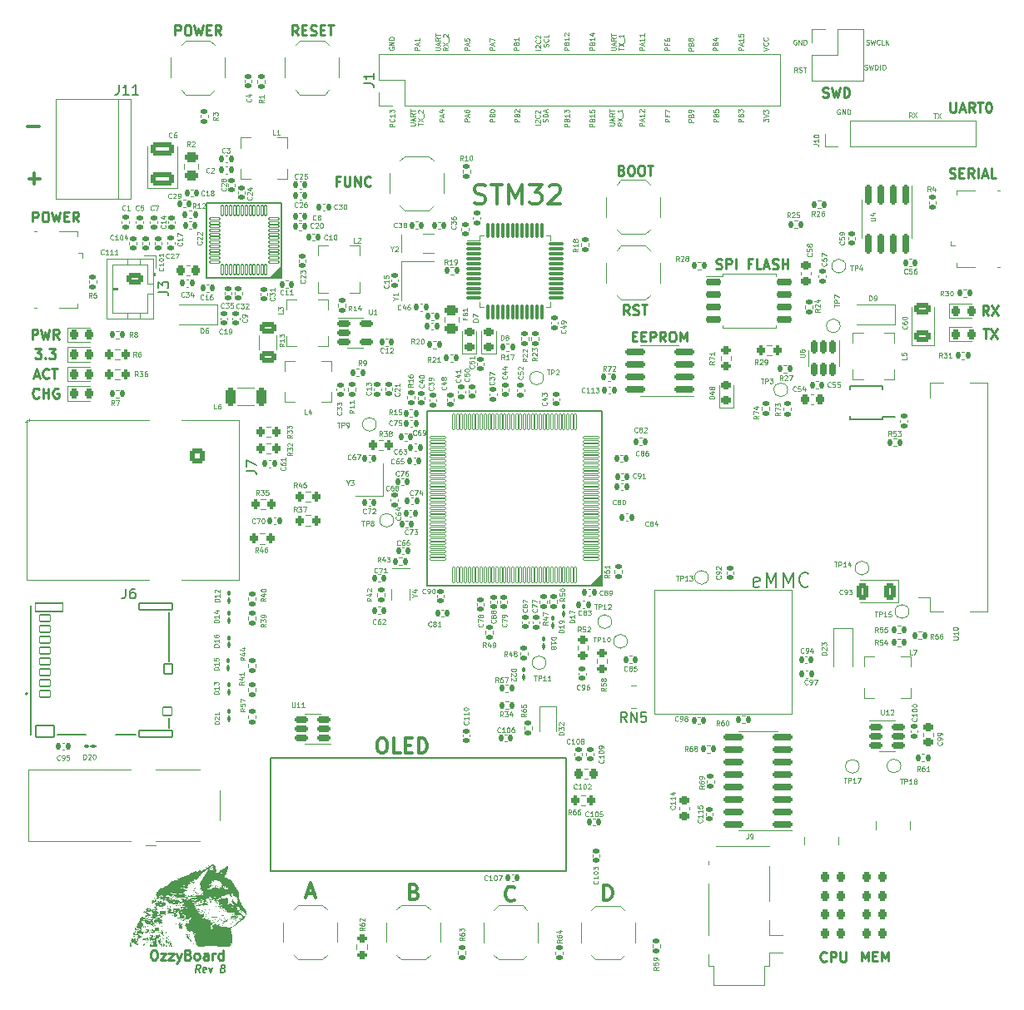
<source format=gto>
G04 #@! TF.GenerationSoftware,KiCad,Pcbnew,(6.0.8)*
G04 #@! TF.CreationDate,2024-01-04T13:56:32-05:00*
G04 #@! TF.ProjectId,lb_mp1,6c625f6d-7031-42e6-9b69-6361645f7063,rev?*
G04 #@! TF.SameCoordinates,Original*
G04 #@! TF.FileFunction,Legend,Top*
G04 #@! TF.FilePolarity,Positive*
%FSLAX46Y46*%
G04 Gerber Fmt 4.6, Leading zero omitted, Abs format (unit mm)*
G04 Created by KiCad (PCBNEW (6.0.8)) date 2024-01-04 13:56:32*
%MOMM*%
%LPD*%
G01*
G04 APERTURE LIST*
G04 Aperture macros list*
%AMRoundRect*
0 Rectangle with rounded corners*
0 $1 Rounding radius*
0 $2 $3 $4 $5 $6 $7 $8 $9 X,Y pos of 4 corners*
0 Add a 4 corners polygon primitive as box body*
4,1,4,$2,$3,$4,$5,$6,$7,$8,$9,$2,$3,0*
0 Add four circle primitives for the rounded corners*
1,1,$1+$1,$2,$3*
1,1,$1+$1,$4,$5*
1,1,$1+$1,$6,$7*
1,1,$1+$1,$8,$9*
0 Add four rect primitives between the rounded corners*
20,1,$1+$1,$2,$3,$4,$5,0*
20,1,$1+$1,$4,$5,$6,$7,0*
20,1,$1+$1,$6,$7,$8,$9,0*
20,1,$1+$1,$8,$9,$2,$3,0*%
G04 Aperture macros list end*
%ADD10C,0.200000*%
%ADD11C,0.125000*%
%ADD12C,0.300000*%
%ADD13C,0.250000*%
%ADD14C,0.187500*%
%ADD15C,0.150000*%
%ADD16C,0.350000*%
%ADD17C,0.120000*%
%ADD18C,0.127000*%
%ADD19C,1.300000*%
%ADD20RoundRect,0.135000X-0.185000X0.135000X-0.185000X-0.135000X0.185000X-0.135000X0.185000X0.135000X0*%
%ADD21RoundRect,0.150000X-0.150000X0.825000X-0.150000X-0.825000X0.150000X-0.825000X0.150000X0.825000X0*%
%ADD22RoundRect,0.150000X0.825000X0.150000X-0.825000X0.150000X-0.825000X-0.150000X0.825000X-0.150000X0*%
%ADD23RoundRect,0.135000X0.185000X-0.135000X0.185000X0.135000X-0.185000X0.135000X-0.185000X-0.135000X0*%
%ADD24RoundRect,0.135000X0.135000X0.185000X-0.135000X0.185000X-0.135000X-0.185000X0.135000X-0.185000X0*%
%ADD25RoundRect,0.200000X-0.275000X0.200000X-0.275000X-0.200000X0.275000X-0.200000X0.275000X0.200000X0*%
%ADD26RoundRect,0.250000X-0.625000X0.350000X-0.625000X-0.350000X0.625000X-0.350000X0.625000X0.350000X0*%
%ADD27O,1.750000X1.200000*%
%ADD28RoundRect,0.135000X-0.135000X-0.185000X0.135000X-0.185000X0.135000X0.185000X-0.135000X0.185000X0*%
%ADD29R,0.500000X0.320000*%
%ADD30RoundRect,0.140000X0.140000X0.170000X-0.140000X0.170000X-0.140000X-0.170000X0.140000X-0.170000X0*%
%ADD31R,1.700000X1.000000*%
%ADD32RoundRect,0.140000X0.170000X-0.140000X0.170000X0.140000X-0.170000X0.140000X-0.170000X-0.140000X0*%
%ADD33RoundRect,0.200000X0.275000X-0.200000X0.275000X0.200000X-0.275000X0.200000X-0.275000X-0.200000X0*%
%ADD34RoundRect,0.140000X-0.140000X-0.170000X0.140000X-0.170000X0.140000X0.170000X-0.140000X0.170000X0*%
%ADD35O,0.490000X0.280000*%
%ADD36O,0.280000X0.490000*%
%ADD37C,0.370000*%
%ADD38C,1.500000*%
%ADD39R,2.000000X1.500000*%
%ADD40R,1.600000X1.600000*%
%ADD41C,1.600000*%
%ADD42C,2.150000*%
%ADD43C,6.200000*%
%ADD44RoundRect,0.250000X0.925000X-0.412500X0.925000X0.412500X-0.925000X0.412500X-0.925000X-0.412500X0*%
%ADD45RoundRect,0.218750X-0.218750X-0.256250X0.218750X-0.256250X0.218750X0.256250X-0.218750X0.256250X0*%
%ADD46RoundRect,0.200000X-0.200000X-0.275000X0.200000X-0.275000X0.200000X0.275000X-0.200000X0.275000X0*%
%ADD47C,1.000000*%
%ADD48RoundRect,0.100000X0.100000X-0.150000X0.100000X0.150000X-0.100000X0.150000X-0.100000X-0.150000X0*%
%ADD49RoundRect,0.100000X0.100000X-0.208500X0.100000X0.208500X-0.100000X0.208500X-0.100000X-0.208500X0*%
%ADD50RoundRect,0.140000X-0.170000X0.140000X-0.170000X-0.140000X0.170000X-0.140000X0.170000X0.140000X0*%
%ADD51R,1.300000X0.300000*%
%ADD52R,2.200000X1.800000*%
%ADD53R,1.400000X0.300000*%
%ADD54R,3.600000X1.500000*%
%ADD55RoundRect,0.218750X0.218750X0.256250X-0.218750X0.256250X-0.218750X-0.256250X0.218750X-0.256250X0*%
%ADD56R,1.700000X1.700000*%
%ADD57O,1.700000X1.700000*%
%ADD58R,1.350000X0.400000*%
%ADD59R,1.900000X1.200000*%
%ADD60R,1.900000X1.500000*%
%ADD61C,1.450000*%
%ADD62O,1.900000X1.200000*%
%ADD63R,1.750000X1.800000*%
%ADD64C,3.250000*%
%ADD65RoundRect,0.250500X-0.499500X0.499500X-0.499500X-0.499500X0.499500X-0.499500X0.499500X0.499500X0*%
%ADD66C,2.500000*%
%ADD67R,0.900000X1.200000*%
%ADD68RoundRect,0.076200X0.550000X-0.350000X0.550000X0.350000X-0.550000X0.350000X-0.550000X-0.350000X0*%
%ADD69RoundRect,0.076200X0.465000X-0.450000X0.465000X0.450000X-0.465000X0.450000X-0.465000X-0.450000X0*%
%ADD70RoundRect,0.076200X0.390000X-0.525000X0.390000X0.525000X-0.390000X0.525000X-0.390000X-0.525000X0*%
%ADD71RoundRect,0.076200X0.915000X-0.570000X0.915000X0.570000X-0.915000X0.570000X-0.915000X-0.570000X0*%
%ADD72RoundRect,0.076200X1.400000X-0.430000X1.400000X0.430000X-1.400000X0.430000X-1.400000X-0.430000X0*%
%ADD73RoundRect,0.076200X1.665000X-0.350000X1.665000X0.350000X-1.665000X0.350000X-1.665000X-0.350000X0*%
%ADD74RoundRect,0.050800X0.500000X0.100000X-0.500000X0.100000X-0.500000X-0.100000X0.500000X-0.100000X0*%
%ADD75RoundRect,0.050800X-0.100000X0.500000X-0.100000X-0.500000X0.100000X-0.500000X0.100000X0.500000X0*%
%ADD76RoundRect,0.050800X-0.500000X-0.100000X0.500000X-0.100000X0.500000X0.100000X-0.500000X0.100000X0*%
%ADD77RoundRect,0.050800X0.100000X-0.500000X0.100000X0.500000X-0.100000X0.500000X-0.100000X-0.500000X0*%
%ADD78C,0.711200*%
%ADD79RoundRect,0.250000X-0.625000X0.312500X-0.625000X-0.312500X0.625000X-0.312500X0.625000X0.312500X0*%
%ADD80R,1.500000X3.600000*%
%ADD81RoundRect,0.150000X0.512500X0.150000X-0.512500X0.150000X-0.512500X-0.150000X0.512500X-0.150000X0*%
%ADD82RoundRect,0.150000X-0.650000X-0.150000X0.650000X-0.150000X0.650000X0.150000X-0.650000X0.150000X0*%
%ADD83R,1.200000X1.400000*%
%ADD84RoundRect,0.200000X0.200000X0.275000X-0.200000X0.275000X-0.200000X-0.275000X0.200000X-0.275000X0*%
%ADD85RoundRect,0.225000X-0.250000X0.225000X-0.250000X-0.225000X0.250000X-0.225000X0.250000X0.225000X0*%
%ADD86R,3.000000X3.000000*%
%ADD87C,3.000000*%
%ADD88RoundRect,0.100000X0.150000X0.100000X-0.150000X0.100000X-0.150000X-0.100000X0.150000X-0.100000X0*%
%ADD89RoundRect,0.100000X0.208500X0.100000X-0.208500X0.100000X-0.208500X-0.100000X0.208500X-0.100000X0*%
%ADD90RoundRect,0.075000X-0.662500X-0.075000X0.662500X-0.075000X0.662500X0.075000X-0.662500X0.075000X0*%
%ADD91RoundRect,0.075000X-0.075000X-0.662500X0.075000X-0.662500X0.075000X0.662500X-0.075000X0.662500X0*%
%ADD92RoundRect,0.225000X0.225000X0.250000X-0.225000X0.250000X-0.225000X-0.250000X0.225000X-0.250000X0*%
%ADD93RoundRect,0.225000X0.250000X-0.225000X0.250000X0.225000X-0.250000X0.225000X-0.250000X-0.225000X0*%
%ADD94RoundRect,0.250000X-0.275000X-0.700000X0.275000X-0.700000X0.275000X0.700000X-0.275000X0.700000X0*%
%ADD95RoundRect,0.218750X0.256250X-0.218750X0.256250X0.218750X-0.256250X0.218750X-0.256250X-0.218750X0*%
%ADD96RoundRect,0.150000X-0.150000X0.512500X-0.150000X-0.512500X0.150000X-0.512500X0.150000X0.512500X0*%
%ADD97RoundRect,0.250000X-0.450000X0.262500X-0.450000X-0.262500X0.450000X-0.262500X0.450000X0.262500X0*%
%ADD98RoundRect,0.150000X-0.512500X-0.150000X0.512500X-0.150000X0.512500X0.150000X-0.512500X0.150000X0*%
%ADD99R,0.450000X0.600000*%
%ADD100R,0.400000X0.900000*%
%ADD101R,1.800000X1.750000*%
%ADD102RoundRect,0.250000X0.375000X0.625000X-0.375000X0.625000X-0.375000X-0.625000X0.375000X-0.625000X0*%
%ADD103R,1.000000X1.150000*%
%ADD104R,1.200000X0.900000*%
%ADD105RoundRect,0.250000X0.625000X-0.375000X0.625000X0.375000X-0.625000X0.375000X-0.625000X-0.375000X0*%
%ADD106RoundRect,0.050800X0.800000X-0.123750X0.800000X0.123750X-0.800000X0.123750X-0.800000X-0.123750X0*%
%ADD107RoundRect,0.050800X0.123750X-0.800000X0.123750X0.800000X-0.123750X0.800000X-0.123750X-0.800000X0*%
G04 APERTURE END LIST*
D10*
X124600000Y-123100000D02*
X154650000Y-123100000D01*
X154650000Y-123100000D02*
X154650000Y-134600000D01*
X154650000Y-134600000D02*
X124600000Y-134600000D01*
X124600000Y-134600000D02*
X124600000Y-123100000D01*
D11*
X157536190Y-58817142D02*
X157036190Y-58817142D01*
X157036190Y-58626666D01*
X157060000Y-58579047D01*
X157083809Y-58555238D01*
X157131428Y-58531428D01*
X157202857Y-58531428D01*
X157250476Y-58555238D01*
X157274285Y-58579047D01*
X157298095Y-58626666D01*
X157298095Y-58817142D01*
X157274285Y-58150476D02*
X157298095Y-58079047D01*
X157321904Y-58055238D01*
X157369523Y-58031428D01*
X157440952Y-58031428D01*
X157488571Y-58055238D01*
X157512380Y-58079047D01*
X157536190Y-58126666D01*
X157536190Y-58317142D01*
X157036190Y-58317142D01*
X157036190Y-58150476D01*
X157060000Y-58102857D01*
X157083809Y-58079047D01*
X157131428Y-58055238D01*
X157179047Y-58055238D01*
X157226666Y-58079047D01*
X157250476Y-58102857D01*
X157274285Y-58150476D01*
X157274285Y-58317142D01*
X157536190Y-57555238D02*
X157536190Y-57840952D01*
X157536190Y-57698095D02*
X157036190Y-57698095D01*
X157107619Y-57745714D01*
X157155238Y-57793333D01*
X157179047Y-57840952D01*
X157036190Y-57102857D02*
X157036190Y-57340952D01*
X157274285Y-57364761D01*
X157250476Y-57340952D01*
X157226666Y-57293333D01*
X157226666Y-57174285D01*
X157250476Y-57126666D01*
X157274285Y-57102857D01*
X157321904Y-57079047D01*
X157440952Y-57079047D01*
X157488571Y-57102857D01*
X157512380Y-57126666D01*
X157536190Y-57174285D01*
X157536190Y-57293333D01*
X157512380Y-57340952D01*
X157488571Y-57364761D01*
X170106190Y-51049047D02*
X169606190Y-51049047D01*
X169606190Y-50858571D01*
X169630000Y-50810952D01*
X169653809Y-50787142D01*
X169701428Y-50763333D01*
X169772857Y-50763333D01*
X169820476Y-50787142D01*
X169844285Y-50810952D01*
X169868095Y-50858571D01*
X169868095Y-51049047D01*
X169844285Y-50382380D02*
X169868095Y-50310952D01*
X169891904Y-50287142D01*
X169939523Y-50263333D01*
X170010952Y-50263333D01*
X170058571Y-50287142D01*
X170082380Y-50310952D01*
X170106190Y-50358571D01*
X170106190Y-50549047D01*
X169606190Y-50549047D01*
X169606190Y-50382380D01*
X169630000Y-50334761D01*
X169653809Y-50310952D01*
X169701428Y-50287142D01*
X169749047Y-50287142D01*
X169796666Y-50310952D01*
X169820476Y-50334761D01*
X169844285Y-50382380D01*
X169844285Y-50549047D01*
X169772857Y-49834761D02*
X170106190Y-49834761D01*
X169582380Y-49953809D02*
X169939523Y-50072857D01*
X169939523Y-49763333D01*
X154956190Y-51017142D02*
X154456190Y-51017142D01*
X154456190Y-50826666D01*
X154480000Y-50779047D01*
X154503809Y-50755238D01*
X154551428Y-50731428D01*
X154622857Y-50731428D01*
X154670476Y-50755238D01*
X154694285Y-50779047D01*
X154718095Y-50826666D01*
X154718095Y-51017142D01*
X154694285Y-50350476D02*
X154718095Y-50279047D01*
X154741904Y-50255238D01*
X154789523Y-50231428D01*
X154860952Y-50231428D01*
X154908571Y-50255238D01*
X154932380Y-50279047D01*
X154956190Y-50326666D01*
X154956190Y-50517142D01*
X154456190Y-50517142D01*
X154456190Y-50350476D01*
X154480000Y-50302857D01*
X154503809Y-50279047D01*
X154551428Y-50255238D01*
X154599047Y-50255238D01*
X154646666Y-50279047D01*
X154670476Y-50302857D01*
X154694285Y-50350476D01*
X154694285Y-50517142D01*
X154956190Y-49755238D02*
X154956190Y-50040952D01*
X154956190Y-49898095D02*
X154456190Y-49898095D01*
X154527619Y-49945714D01*
X154575238Y-49993333D01*
X154599047Y-50040952D01*
X154503809Y-49564761D02*
X154480000Y-49540952D01*
X154456190Y-49493333D01*
X154456190Y-49374285D01*
X154480000Y-49326666D01*
X154503809Y-49302857D01*
X154551428Y-49279047D01*
X154599047Y-49279047D01*
X154670476Y-49302857D01*
X154956190Y-49588571D01*
X154956190Y-49279047D01*
X172666190Y-58329047D02*
X172166190Y-58329047D01*
X172166190Y-58138571D01*
X172190000Y-58090952D01*
X172213809Y-58067142D01*
X172261428Y-58043333D01*
X172332857Y-58043333D01*
X172380476Y-58067142D01*
X172404285Y-58090952D01*
X172428095Y-58138571D01*
X172428095Y-58329047D01*
X172404285Y-57662380D02*
X172428095Y-57590952D01*
X172451904Y-57567142D01*
X172499523Y-57543333D01*
X172570952Y-57543333D01*
X172618571Y-57567142D01*
X172642380Y-57590952D01*
X172666190Y-57638571D01*
X172666190Y-57829047D01*
X172166190Y-57829047D01*
X172166190Y-57662380D01*
X172190000Y-57614761D01*
X172213809Y-57590952D01*
X172261428Y-57567142D01*
X172309047Y-57567142D01*
X172356666Y-57590952D01*
X172380476Y-57614761D01*
X172404285Y-57662380D01*
X172404285Y-57829047D01*
X172166190Y-57376666D02*
X172166190Y-57067142D01*
X172356666Y-57233809D01*
X172356666Y-57162380D01*
X172380476Y-57114761D01*
X172404285Y-57090952D01*
X172451904Y-57067142D01*
X172570952Y-57067142D01*
X172618571Y-57090952D01*
X172642380Y-57114761D01*
X172666190Y-57162380D01*
X172666190Y-57305238D01*
X172642380Y-57352857D01*
X172618571Y-57376666D01*
X142256190Y-58283333D02*
X141756190Y-58283333D01*
X141756190Y-58092857D01*
X141780000Y-58045238D01*
X141803809Y-58021428D01*
X141851428Y-57997619D01*
X141922857Y-57997619D01*
X141970476Y-58021428D01*
X141994285Y-58045238D01*
X142018095Y-58092857D01*
X142018095Y-58283333D01*
X142113333Y-57807142D02*
X142113333Y-57569047D01*
X142256190Y-57854761D02*
X141756190Y-57688095D01*
X142256190Y-57521428D01*
X141922857Y-57140476D02*
X142256190Y-57140476D01*
X141732380Y-57259523D02*
X142089523Y-57378571D01*
X142089523Y-57069047D01*
X152003690Y-58636190D02*
X151503690Y-58636190D01*
X151551309Y-58421904D02*
X151527500Y-58398095D01*
X151503690Y-58350476D01*
X151503690Y-58231428D01*
X151527500Y-58183809D01*
X151551309Y-58160000D01*
X151598928Y-58136190D01*
X151646547Y-58136190D01*
X151717976Y-58160000D01*
X152003690Y-58445714D01*
X152003690Y-58136190D01*
X151956071Y-57636190D02*
X151979880Y-57660000D01*
X152003690Y-57731428D01*
X152003690Y-57779047D01*
X151979880Y-57850476D01*
X151932261Y-57898095D01*
X151884642Y-57921904D01*
X151789404Y-57945714D01*
X151717976Y-57945714D01*
X151622738Y-57921904D01*
X151575119Y-57898095D01*
X151527500Y-57850476D01*
X151503690Y-57779047D01*
X151503690Y-57731428D01*
X151527500Y-57660000D01*
X151551309Y-57636190D01*
X151551309Y-57445714D02*
X151527500Y-57421904D01*
X151503690Y-57374285D01*
X151503690Y-57255238D01*
X151527500Y-57207619D01*
X151551309Y-57183809D01*
X151598928Y-57160000D01*
X151646547Y-57160000D01*
X151717976Y-57183809D01*
X152003690Y-57469523D01*
X152003690Y-57160000D01*
X152784880Y-58326666D02*
X152808690Y-58255238D01*
X152808690Y-58136190D01*
X152784880Y-58088571D01*
X152761071Y-58064761D01*
X152713452Y-58040952D01*
X152665833Y-58040952D01*
X152618214Y-58064761D01*
X152594404Y-58088571D01*
X152570595Y-58136190D01*
X152546785Y-58231428D01*
X152522976Y-58279047D01*
X152499166Y-58302857D01*
X152451547Y-58326666D01*
X152403928Y-58326666D01*
X152356309Y-58302857D01*
X152332500Y-58279047D01*
X152308690Y-58231428D01*
X152308690Y-58112380D01*
X152332500Y-58040952D01*
X152808690Y-57826666D02*
X152308690Y-57826666D01*
X152308690Y-57707619D01*
X152332500Y-57636190D01*
X152380119Y-57588571D01*
X152427738Y-57564761D01*
X152522976Y-57540952D01*
X152594404Y-57540952D01*
X152689642Y-57564761D01*
X152737261Y-57588571D01*
X152784880Y-57636190D01*
X152808690Y-57707619D01*
X152808690Y-57826666D01*
X152665833Y-57350476D02*
X152665833Y-57112380D01*
X152808690Y-57398095D02*
X152308690Y-57231428D01*
X152808690Y-57064761D01*
X189846666Y-57906190D02*
X189680000Y-57668095D01*
X189560952Y-57906190D02*
X189560952Y-57406190D01*
X189751428Y-57406190D01*
X189799047Y-57430000D01*
X189822857Y-57453809D01*
X189846666Y-57501428D01*
X189846666Y-57572857D01*
X189822857Y-57620476D01*
X189799047Y-57644285D01*
X189751428Y-57668095D01*
X189560952Y-57668095D01*
X190013333Y-57406190D02*
X190346666Y-57906190D01*
X190346666Y-57406190D02*
X190013333Y-57906190D01*
X159213690Y-51027619D02*
X159618452Y-51027619D01*
X159666071Y-51003809D01*
X159689880Y-50980000D01*
X159713690Y-50932380D01*
X159713690Y-50837142D01*
X159689880Y-50789523D01*
X159666071Y-50765714D01*
X159618452Y-50741904D01*
X159213690Y-50741904D01*
X159570833Y-50527619D02*
X159570833Y-50289523D01*
X159713690Y-50575238D02*
X159213690Y-50408571D01*
X159713690Y-50241904D01*
X159713690Y-49789523D02*
X159475595Y-49956190D01*
X159713690Y-50075238D02*
X159213690Y-50075238D01*
X159213690Y-49884761D01*
X159237500Y-49837142D01*
X159261309Y-49813333D01*
X159308928Y-49789523D01*
X159380357Y-49789523D01*
X159427976Y-49813333D01*
X159451785Y-49837142D01*
X159475595Y-49884761D01*
X159475595Y-50075238D01*
X159213690Y-49646666D02*
X159213690Y-49360952D01*
X159713690Y-49503809D02*
X159213690Y-49503809D01*
X160018690Y-51039523D02*
X160018690Y-50753809D01*
X160518690Y-50896666D02*
X160018690Y-50896666D01*
X160018690Y-50634761D02*
X160518690Y-50301428D01*
X160018690Y-50301428D02*
X160518690Y-50634761D01*
X160566309Y-50230000D02*
X160566309Y-49849047D01*
X160518690Y-49468095D02*
X160518690Y-49753809D01*
X160518690Y-49610952D02*
X160018690Y-49610952D01*
X160090119Y-49658571D01*
X160137738Y-49706190D01*
X160161547Y-49753809D01*
X170146190Y-58329047D02*
X169646190Y-58329047D01*
X169646190Y-58138571D01*
X169670000Y-58090952D01*
X169693809Y-58067142D01*
X169741428Y-58043333D01*
X169812857Y-58043333D01*
X169860476Y-58067142D01*
X169884285Y-58090952D01*
X169908095Y-58138571D01*
X169908095Y-58329047D01*
X169884285Y-57662380D02*
X169908095Y-57590952D01*
X169931904Y-57567142D01*
X169979523Y-57543333D01*
X170050952Y-57543333D01*
X170098571Y-57567142D01*
X170122380Y-57590952D01*
X170146190Y-57638571D01*
X170146190Y-57829047D01*
X169646190Y-57829047D01*
X169646190Y-57662380D01*
X169670000Y-57614761D01*
X169693809Y-57590952D01*
X169741428Y-57567142D01*
X169789047Y-57567142D01*
X169836666Y-57590952D01*
X169860476Y-57614761D01*
X169884285Y-57662380D01*
X169884285Y-57829047D01*
X169646190Y-57090952D02*
X169646190Y-57329047D01*
X169884285Y-57352857D01*
X169860476Y-57329047D01*
X169836666Y-57281428D01*
X169836666Y-57162380D01*
X169860476Y-57114761D01*
X169884285Y-57090952D01*
X169931904Y-57067142D01*
X170050952Y-57067142D01*
X170098571Y-57090952D01*
X170122380Y-57114761D01*
X170146190Y-57162380D01*
X170146190Y-57281428D01*
X170122380Y-57329047D01*
X170098571Y-57352857D01*
D12*
X135821428Y-121078571D02*
X136107142Y-121078571D01*
X136250000Y-121150000D01*
X136392857Y-121292857D01*
X136464285Y-121578571D01*
X136464285Y-122078571D01*
X136392857Y-122364285D01*
X136250000Y-122507142D01*
X136107142Y-122578571D01*
X135821428Y-122578571D01*
X135678571Y-122507142D01*
X135535714Y-122364285D01*
X135464285Y-122078571D01*
X135464285Y-121578571D01*
X135535714Y-121292857D01*
X135678571Y-121150000D01*
X135821428Y-121078571D01*
X137821428Y-122578571D02*
X137107142Y-122578571D01*
X137107142Y-121078571D01*
X138321428Y-121792857D02*
X138821428Y-121792857D01*
X139035714Y-122578571D02*
X138321428Y-122578571D01*
X138321428Y-121078571D01*
X139035714Y-121078571D01*
X139678571Y-122578571D02*
X139678571Y-121078571D01*
X140035714Y-121078571D01*
X140250000Y-121150000D01*
X140392857Y-121292857D01*
X140464285Y-121435714D01*
X140535714Y-121721428D01*
X140535714Y-121935714D01*
X140464285Y-122221428D01*
X140392857Y-122364285D01*
X140250000Y-122507142D01*
X140035714Y-122578571D01*
X139678571Y-122578571D01*
D11*
X174716190Y-51066666D02*
X175216190Y-50900000D01*
X174716190Y-50733333D01*
X175168571Y-50280952D02*
X175192380Y-50304761D01*
X175216190Y-50376190D01*
X175216190Y-50423809D01*
X175192380Y-50495238D01*
X175144761Y-50542857D01*
X175097142Y-50566666D01*
X175001904Y-50590476D01*
X174930476Y-50590476D01*
X174835238Y-50566666D01*
X174787619Y-50542857D01*
X174740000Y-50495238D01*
X174716190Y-50423809D01*
X174716190Y-50376190D01*
X174740000Y-50304761D01*
X174763809Y-50280952D01*
X175168571Y-49780952D02*
X175192380Y-49804761D01*
X175216190Y-49876190D01*
X175216190Y-49923809D01*
X175192380Y-49995238D01*
X175144761Y-50042857D01*
X175097142Y-50066666D01*
X175001904Y-50090476D01*
X174930476Y-50090476D01*
X174835238Y-50066666D01*
X174787619Y-50042857D01*
X174740000Y-49995238D01*
X174716190Y-49923809D01*
X174716190Y-49876190D01*
X174740000Y-49804761D01*
X174763809Y-49780952D01*
D13*
X112657619Y-142612380D02*
X112848095Y-142612380D01*
X112943333Y-142660000D01*
X113038571Y-142755238D01*
X113086190Y-142945714D01*
X113086190Y-143279047D01*
X113038571Y-143469523D01*
X112943333Y-143564761D01*
X112848095Y-143612380D01*
X112657619Y-143612380D01*
X112562380Y-143564761D01*
X112467142Y-143469523D01*
X112419523Y-143279047D01*
X112419523Y-142945714D01*
X112467142Y-142755238D01*
X112562380Y-142660000D01*
X112657619Y-142612380D01*
X113419523Y-142945714D02*
X113943333Y-142945714D01*
X113419523Y-143612380D01*
X113943333Y-143612380D01*
X114229047Y-142945714D02*
X114752857Y-142945714D01*
X114229047Y-143612380D01*
X114752857Y-143612380D01*
X115038571Y-142945714D02*
X115276666Y-143612380D01*
X115514761Y-142945714D02*
X115276666Y-143612380D01*
X115181428Y-143850476D01*
X115133809Y-143898095D01*
X115038571Y-143945714D01*
X116229047Y-143088571D02*
X116371904Y-143136190D01*
X116419523Y-143183809D01*
X116467142Y-143279047D01*
X116467142Y-143421904D01*
X116419523Y-143517142D01*
X116371904Y-143564761D01*
X116276666Y-143612380D01*
X115895714Y-143612380D01*
X115895714Y-142612380D01*
X116229047Y-142612380D01*
X116324285Y-142660000D01*
X116371904Y-142707619D01*
X116419523Y-142802857D01*
X116419523Y-142898095D01*
X116371904Y-142993333D01*
X116324285Y-143040952D01*
X116229047Y-143088571D01*
X115895714Y-143088571D01*
X117038571Y-143612380D02*
X116943333Y-143564761D01*
X116895714Y-143517142D01*
X116848095Y-143421904D01*
X116848095Y-143136190D01*
X116895714Y-143040952D01*
X116943333Y-142993333D01*
X117038571Y-142945714D01*
X117181428Y-142945714D01*
X117276666Y-142993333D01*
X117324285Y-143040952D01*
X117371904Y-143136190D01*
X117371904Y-143421904D01*
X117324285Y-143517142D01*
X117276666Y-143564761D01*
X117181428Y-143612380D01*
X117038571Y-143612380D01*
X118229047Y-143612380D02*
X118229047Y-143088571D01*
X118181428Y-142993333D01*
X118086190Y-142945714D01*
X117895714Y-142945714D01*
X117800476Y-142993333D01*
X118229047Y-143564761D02*
X118133809Y-143612380D01*
X117895714Y-143612380D01*
X117800476Y-143564761D01*
X117752857Y-143469523D01*
X117752857Y-143374285D01*
X117800476Y-143279047D01*
X117895714Y-143231428D01*
X118133809Y-143231428D01*
X118229047Y-143183809D01*
X118705238Y-143612380D02*
X118705238Y-142945714D01*
X118705238Y-143136190D02*
X118752857Y-143040952D01*
X118800476Y-142993333D01*
X118895714Y-142945714D01*
X118990952Y-142945714D01*
X119752857Y-143612380D02*
X119752857Y-142612380D01*
X119752857Y-143564761D02*
X119657619Y-143612380D01*
X119467142Y-143612380D01*
X119371904Y-143564761D01*
X119324285Y-143517142D01*
X119276666Y-143421904D01*
X119276666Y-143136190D01*
X119324285Y-143040952D01*
X119371904Y-142993333D01*
X119467142Y-142945714D01*
X119657619Y-142945714D01*
X119752857Y-142993333D01*
X193728571Y-56352380D02*
X193728571Y-57161904D01*
X193776190Y-57257142D01*
X193823809Y-57304761D01*
X193919047Y-57352380D01*
X194109523Y-57352380D01*
X194204761Y-57304761D01*
X194252380Y-57257142D01*
X194300000Y-57161904D01*
X194300000Y-56352380D01*
X194728571Y-57066666D02*
X195204761Y-57066666D01*
X194633333Y-57352380D02*
X194966666Y-56352380D01*
X195300000Y-57352380D01*
X196204761Y-57352380D02*
X195871428Y-56876190D01*
X195633333Y-57352380D02*
X195633333Y-56352380D01*
X196014285Y-56352380D01*
X196109523Y-56400000D01*
X196157142Y-56447619D01*
X196204761Y-56542857D01*
X196204761Y-56685714D01*
X196157142Y-56780952D01*
X196109523Y-56828571D01*
X196014285Y-56876190D01*
X195633333Y-56876190D01*
X196490476Y-56352380D02*
X197061904Y-56352380D01*
X196776190Y-57352380D02*
X196776190Y-56352380D01*
X197585714Y-56352380D02*
X197680952Y-56352380D01*
X197776190Y-56400000D01*
X197823809Y-56447619D01*
X197871428Y-56542857D01*
X197919047Y-56733333D01*
X197919047Y-56971428D01*
X197871428Y-57161904D01*
X197823809Y-57257142D01*
X197776190Y-57304761D01*
X197680952Y-57352380D01*
X197585714Y-57352380D01*
X197490476Y-57304761D01*
X197442857Y-57257142D01*
X197395238Y-57161904D01*
X197347619Y-56971428D01*
X197347619Y-56733333D01*
X197395238Y-56542857D01*
X197442857Y-56447619D01*
X197490476Y-56400000D01*
X197585714Y-56352380D01*
D11*
X149856190Y-51029047D02*
X149356190Y-51029047D01*
X149356190Y-50838571D01*
X149380000Y-50790952D01*
X149403809Y-50767142D01*
X149451428Y-50743333D01*
X149522857Y-50743333D01*
X149570476Y-50767142D01*
X149594285Y-50790952D01*
X149618095Y-50838571D01*
X149618095Y-51029047D01*
X149594285Y-50362380D02*
X149618095Y-50290952D01*
X149641904Y-50267142D01*
X149689523Y-50243333D01*
X149760952Y-50243333D01*
X149808571Y-50267142D01*
X149832380Y-50290952D01*
X149856190Y-50338571D01*
X149856190Y-50529047D01*
X149356190Y-50529047D01*
X149356190Y-50362380D01*
X149380000Y-50314761D01*
X149403809Y-50290952D01*
X149451428Y-50267142D01*
X149499047Y-50267142D01*
X149546666Y-50290952D01*
X149570476Y-50314761D01*
X149594285Y-50362380D01*
X149594285Y-50529047D01*
X149856190Y-49767142D02*
X149856190Y-50052857D01*
X149856190Y-49910000D02*
X149356190Y-49910000D01*
X149427619Y-49957619D01*
X149475238Y-50005238D01*
X149499047Y-50052857D01*
X141353690Y-51027619D02*
X141758452Y-51027619D01*
X141806071Y-51003809D01*
X141829880Y-50980000D01*
X141853690Y-50932380D01*
X141853690Y-50837142D01*
X141829880Y-50789523D01*
X141806071Y-50765714D01*
X141758452Y-50741904D01*
X141353690Y-50741904D01*
X141710833Y-50527619D02*
X141710833Y-50289523D01*
X141853690Y-50575238D02*
X141353690Y-50408571D01*
X141853690Y-50241904D01*
X141853690Y-49789523D02*
X141615595Y-49956190D01*
X141853690Y-50075238D02*
X141353690Y-50075238D01*
X141353690Y-49884761D01*
X141377500Y-49837142D01*
X141401309Y-49813333D01*
X141448928Y-49789523D01*
X141520357Y-49789523D01*
X141567976Y-49813333D01*
X141591785Y-49837142D01*
X141615595Y-49884761D01*
X141615595Y-50075238D01*
X141353690Y-49646666D02*
X141353690Y-49360952D01*
X141853690Y-49503809D02*
X141353690Y-49503809D01*
X142658690Y-50741904D02*
X142420595Y-50908571D01*
X142658690Y-51027619D02*
X142158690Y-51027619D01*
X142158690Y-50837142D01*
X142182500Y-50789523D01*
X142206309Y-50765714D01*
X142253928Y-50741904D01*
X142325357Y-50741904D01*
X142372976Y-50765714D01*
X142396785Y-50789523D01*
X142420595Y-50837142D01*
X142420595Y-51027619D01*
X142158690Y-50575238D02*
X142658690Y-50241904D01*
X142158690Y-50241904D02*
X142658690Y-50575238D01*
X142706309Y-50170476D02*
X142706309Y-49789523D01*
X142206309Y-49694285D02*
X142182500Y-49670476D01*
X142158690Y-49622857D01*
X142158690Y-49503809D01*
X142182500Y-49456190D01*
X142206309Y-49432380D01*
X142253928Y-49408571D01*
X142301547Y-49408571D01*
X142372976Y-49432380D01*
X142658690Y-49718095D01*
X142658690Y-49408571D01*
X192039047Y-57436190D02*
X192324761Y-57436190D01*
X192181904Y-57936190D02*
X192181904Y-57436190D01*
X192443809Y-57436190D02*
X192777142Y-57936190D01*
X192777142Y-57436190D02*
X192443809Y-57936190D01*
X144826190Y-51023333D02*
X144326190Y-51023333D01*
X144326190Y-50832857D01*
X144350000Y-50785238D01*
X144373809Y-50761428D01*
X144421428Y-50737619D01*
X144492857Y-50737619D01*
X144540476Y-50761428D01*
X144564285Y-50785238D01*
X144588095Y-50832857D01*
X144588095Y-51023333D01*
X144683333Y-50547142D02*
X144683333Y-50309047D01*
X144826190Y-50594761D02*
X144326190Y-50428095D01*
X144826190Y-50261428D01*
X144326190Y-49856666D02*
X144326190Y-50094761D01*
X144564285Y-50118571D01*
X144540476Y-50094761D01*
X144516666Y-50047142D01*
X144516666Y-49928095D01*
X144540476Y-49880476D01*
X144564285Y-49856666D01*
X144611904Y-49832857D01*
X144730952Y-49832857D01*
X144778571Y-49856666D01*
X144802380Y-49880476D01*
X144826190Y-49928095D01*
X144826190Y-50047142D01*
X144802380Y-50094761D01*
X144778571Y-50118571D01*
D14*
X117413281Y-144899285D02*
X117207924Y-144542142D01*
X116984709Y-144899285D02*
X117078459Y-144149285D01*
X117364174Y-144149285D01*
X117431138Y-144185000D01*
X117462388Y-144220714D01*
X117489174Y-144292142D01*
X117475781Y-144399285D01*
X117431138Y-144470714D01*
X117390959Y-144506428D01*
X117315066Y-144542142D01*
X117029352Y-144542142D01*
X118024888Y-144863571D02*
X117948995Y-144899285D01*
X117806138Y-144899285D01*
X117739174Y-144863571D01*
X117712388Y-144792142D01*
X117748102Y-144506428D01*
X117792745Y-144435000D01*
X117868638Y-144399285D01*
X118011495Y-144399285D01*
X118078459Y-144435000D01*
X118105245Y-144506428D01*
X118096316Y-144577857D01*
X117730245Y-144649285D01*
X118368638Y-144399285D02*
X118484709Y-144899285D01*
X118725781Y-144399285D01*
X119819531Y-144506428D02*
X119922209Y-144542142D01*
X119953459Y-144577857D01*
X119980245Y-144649285D01*
X119966852Y-144756428D01*
X119922209Y-144827857D01*
X119882031Y-144863571D01*
X119806138Y-144899285D01*
X119520424Y-144899285D01*
X119614174Y-144149285D01*
X119864174Y-144149285D01*
X119931138Y-144185000D01*
X119962388Y-144220714D01*
X119989174Y-144292142D01*
X119980245Y-144363571D01*
X119935602Y-144435000D01*
X119895424Y-144470714D01*
X119819531Y-144506428D01*
X119569531Y-144506428D01*
D11*
X167596190Y-51079047D02*
X167096190Y-51079047D01*
X167096190Y-50888571D01*
X167120000Y-50840952D01*
X167143809Y-50817142D01*
X167191428Y-50793333D01*
X167262857Y-50793333D01*
X167310476Y-50817142D01*
X167334285Y-50840952D01*
X167358095Y-50888571D01*
X167358095Y-51079047D01*
X167334285Y-50412380D02*
X167358095Y-50340952D01*
X167381904Y-50317142D01*
X167429523Y-50293333D01*
X167500952Y-50293333D01*
X167548571Y-50317142D01*
X167572380Y-50340952D01*
X167596190Y-50388571D01*
X167596190Y-50579047D01*
X167096190Y-50579047D01*
X167096190Y-50412380D01*
X167120000Y-50364761D01*
X167143809Y-50340952D01*
X167191428Y-50317142D01*
X167239047Y-50317142D01*
X167286666Y-50340952D01*
X167310476Y-50364761D01*
X167334285Y-50412380D01*
X167334285Y-50579047D01*
X167310476Y-50007619D02*
X167286666Y-50055238D01*
X167262857Y-50079047D01*
X167215238Y-50102857D01*
X167191428Y-50102857D01*
X167143809Y-50079047D01*
X167120000Y-50055238D01*
X167096190Y-50007619D01*
X167096190Y-49912380D01*
X167120000Y-49864761D01*
X167143809Y-49840952D01*
X167191428Y-49817142D01*
X167215238Y-49817142D01*
X167262857Y-49840952D01*
X167286666Y-49864761D01*
X167310476Y-49912380D01*
X167310476Y-50007619D01*
X167334285Y-50055238D01*
X167358095Y-50079047D01*
X167405714Y-50102857D01*
X167500952Y-50102857D01*
X167548571Y-50079047D01*
X167572380Y-50055238D01*
X167596190Y-50007619D01*
X167596190Y-49912380D01*
X167572380Y-49864761D01*
X167548571Y-49840952D01*
X167500952Y-49817142D01*
X167405714Y-49817142D01*
X167358095Y-49840952D01*
X167334285Y-49864761D01*
X167310476Y-49912380D01*
X154986190Y-58817142D02*
X154486190Y-58817142D01*
X154486190Y-58626666D01*
X154510000Y-58579047D01*
X154533809Y-58555238D01*
X154581428Y-58531428D01*
X154652857Y-58531428D01*
X154700476Y-58555238D01*
X154724285Y-58579047D01*
X154748095Y-58626666D01*
X154748095Y-58817142D01*
X154724285Y-58150476D02*
X154748095Y-58079047D01*
X154771904Y-58055238D01*
X154819523Y-58031428D01*
X154890952Y-58031428D01*
X154938571Y-58055238D01*
X154962380Y-58079047D01*
X154986190Y-58126666D01*
X154986190Y-58317142D01*
X154486190Y-58317142D01*
X154486190Y-58150476D01*
X154510000Y-58102857D01*
X154533809Y-58079047D01*
X154581428Y-58055238D01*
X154629047Y-58055238D01*
X154676666Y-58079047D01*
X154700476Y-58102857D01*
X154724285Y-58150476D01*
X154724285Y-58317142D01*
X154986190Y-57555238D02*
X154986190Y-57840952D01*
X154986190Y-57698095D02*
X154486190Y-57698095D01*
X154557619Y-57745714D01*
X154605238Y-57793333D01*
X154629047Y-57840952D01*
X154486190Y-57388571D02*
X154486190Y-57079047D01*
X154676666Y-57245714D01*
X154676666Y-57174285D01*
X154700476Y-57126666D01*
X154724285Y-57102857D01*
X154771904Y-57079047D01*
X154890952Y-57079047D01*
X154938571Y-57102857D01*
X154962380Y-57126666D01*
X154986190Y-57174285D01*
X154986190Y-57317142D01*
X154962380Y-57364761D01*
X154938571Y-57388571D01*
X174726190Y-58339047D02*
X174726190Y-58029523D01*
X174916666Y-58196190D01*
X174916666Y-58124761D01*
X174940476Y-58077142D01*
X174964285Y-58053333D01*
X175011904Y-58029523D01*
X175130952Y-58029523D01*
X175178571Y-58053333D01*
X175202380Y-58077142D01*
X175226190Y-58124761D01*
X175226190Y-58267619D01*
X175202380Y-58315238D01*
X175178571Y-58339047D01*
X174726190Y-57886666D02*
X175226190Y-57720000D01*
X174726190Y-57553333D01*
X174726190Y-57434285D02*
X174726190Y-57124761D01*
X174916666Y-57291428D01*
X174916666Y-57220000D01*
X174940476Y-57172380D01*
X174964285Y-57148571D01*
X175011904Y-57124761D01*
X175130952Y-57124761D01*
X175178571Y-57148571D01*
X175202380Y-57172380D01*
X175226190Y-57220000D01*
X175226190Y-57362857D01*
X175202380Y-57410476D01*
X175178571Y-57434285D01*
X167596190Y-58349047D02*
X167096190Y-58349047D01*
X167096190Y-58158571D01*
X167120000Y-58110952D01*
X167143809Y-58087142D01*
X167191428Y-58063333D01*
X167262857Y-58063333D01*
X167310476Y-58087142D01*
X167334285Y-58110952D01*
X167358095Y-58158571D01*
X167358095Y-58349047D01*
X167334285Y-57682380D02*
X167358095Y-57610952D01*
X167381904Y-57587142D01*
X167429523Y-57563333D01*
X167500952Y-57563333D01*
X167548571Y-57587142D01*
X167572380Y-57610952D01*
X167596190Y-57658571D01*
X167596190Y-57849047D01*
X167096190Y-57849047D01*
X167096190Y-57682380D01*
X167120000Y-57634761D01*
X167143809Y-57610952D01*
X167191428Y-57587142D01*
X167239047Y-57587142D01*
X167286666Y-57610952D01*
X167310476Y-57634761D01*
X167334285Y-57682380D01*
X167334285Y-57849047D01*
X167596190Y-57325238D02*
X167596190Y-57230000D01*
X167572380Y-57182380D01*
X167548571Y-57158571D01*
X167477142Y-57110952D01*
X167381904Y-57087142D01*
X167191428Y-57087142D01*
X167143809Y-57110952D01*
X167120000Y-57134761D01*
X167096190Y-57182380D01*
X167096190Y-57277619D01*
X167120000Y-57325238D01*
X167143809Y-57349047D01*
X167191428Y-57372857D01*
X167310476Y-57372857D01*
X167358095Y-57349047D01*
X167381904Y-57325238D01*
X167405714Y-57277619D01*
X167405714Y-57182380D01*
X167381904Y-57134761D01*
X167358095Y-57110952D01*
X167310476Y-57087142D01*
X159073690Y-58707619D02*
X159478452Y-58707619D01*
X159526071Y-58683809D01*
X159549880Y-58660000D01*
X159573690Y-58612380D01*
X159573690Y-58517142D01*
X159549880Y-58469523D01*
X159526071Y-58445714D01*
X159478452Y-58421904D01*
X159073690Y-58421904D01*
X159430833Y-58207619D02*
X159430833Y-57969523D01*
X159573690Y-58255238D02*
X159073690Y-58088571D01*
X159573690Y-57921904D01*
X159573690Y-57469523D02*
X159335595Y-57636190D01*
X159573690Y-57755238D02*
X159073690Y-57755238D01*
X159073690Y-57564761D01*
X159097500Y-57517142D01*
X159121309Y-57493333D01*
X159168928Y-57469523D01*
X159240357Y-57469523D01*
X159287976Y-57493333D01*
X159311785Y-57517142D01*
X159335595Y-57564761D01*
X159335595Y-57755238D01*
X159073690Y-57326666D02*
X159073690Y-57040952D01*
X159573690Y-57183809D02*
X159073690Y-57183809D01*
X160378690Y-58421904D02*
X160140595Y-58588571D01*
X160378690Y-58707619D02*
X159878690Y-58707619D01*
X159878690Y-58517142D01*
X159902500Y-58469523D01*
X159926309Y-58445714D01*
X159973928Y-58421904D01*
X160045357Y-58421904D01*
X160092976Y-58445714D01*
X160116785Y-58469523D01*
X160140595Y-58517142D01*
X160140595Y-58707619D01*
X159878690Y-58255238D02*
X160378690Y-57921904D01*
X159878690Y-57921904D02*
X160378690Y-58255238D01*
X160426309Y-57850476D02*
X160426309Y-57469523D01*
X160378690Y-57088571D02*
X160378690Y-57374285D01*
X160378690Y-57231428D02*
X159878690Y-57231428D01*
X159950119Y-57279047D01*
X159997738Y-57326666D01*
X160021547Y-57374285D01*
X139736190Y-51023333D02*
X139236190Y-51023333D01*
X139236190Y-50832857D01*
X139260000Y-50785238D01*
X139283809Y-50761428D01*
X139331428Y-50737619D01*
X139402857Y-50737619D01*
X139450476Y-50761428D01*
X139474285Y-50785238D01*
X139498095Y-50832857D01*
X139498095Y-51023333D01*
X139593333Y-50547142D02*
X139593333Y-50309047D01*
X139736190Y-50594761D02*
X139236190Y-50428095D01*
X139736190Y-50261428D01*
X139736190Y-49832857D02*
X139736190Y-50118571D01*
X139736190Y-49975714D02*
X139236190Y-49975714D01*
X139307619Y-50023333D01*
X139355238Y-50070952D01*
X139379047Y-50118571D01*
X178076547Y-50002500D02*
X178028928Y-49978690D01*
X177957500Y-49978690D01*
X177886071Y-50002500D01*
X177838452Y-50050119D01*
X177814642Y-50097738D01*
X177790833Y-50192976D01*
X177790833Y-50264404D01*
X177814642Y-50359642D01*
X177838452Y-50407261D01*
X177886071Y-50454880D01*
X177957500Y-50478690D01*
X178005119Y-50478690D01*
X178076547Y-50454880D01*
X178100357Y-50431071D01*
X178100357Y-50264404D01*
X178005119Y-50264404D01*
X178314642Y-50478690D02*
X178314642Y-49978690D01*
X178600357Y-50478690D01*
X178600357Y-49978690D01*
X178838452Y-50478690D02*
X178838452Y-49978690D01*
X178957500Y-49978690D01*
X179028928Y-50002500D01*
X179076547Y-50050119D01*
X179100357Y-50097738D01*
X179124166Y-50192976D01*
X179124166Y-50264404D01*
X179100357Y-50359642D01*
X179076547Y-50407261D01*
X179028928Y-50454880D01*
X178957500Y-50478690D01*
X178838452Y-50478690D01*
X178183690Y-53272690D02*
X178017023Y-53034595D01*
X177897976Y-53272690D02*
X177897976Y-52772690D01*
X178088452Y-52772690D01*
X178136071Y-52796500D01*
X178159880Y-52820309D01*
X178183690Y-52867928D01*
X178183690Y-52939357D01*
X178159880Y-52986976D01*
X178136071Y-53010785D01*
X178088452Y-53034595D01*
X177897976Y-53034595D01*
X178374166Y-53248880D02*
X178445595Y-53272690D01*
X178564642Y-53272690D01*
X178612261Y-53248880D01*
X178636071Y-53225071D01*
X178659880Y-53177452D01*
X178659880Y-53129833D01*
X178636071Y-53082214D01*
X178612261Y-53058404D01*
X178564642Y-53034595D01*
X178469404Y-53010785D01*
X178421785Y-52986976D01*
X178397976Y-52963166D01*
X178374166Y-52915547D01*
X178374166Y-52867928D01*
X178397976Y-52820309D01*
X178421785Y-52796500D01*
X178469404Y-52772690D01*
X178588452Y-52772690D01*
X178659880Y-52796500D01*
X178802738Y-52772690D02*
X179088452Y-52772690D01*
X178945595Y-53272690D02*
X178945595Y-52772690D01*
D12*
X99928571Y-58807142D02*
X101071428Y-58807142D01*
D11*
X165206190Y-58293333D02*
X164706190Y-58293333D01*
X164706190Y-58102857D01*
X164730000Y-58055238D01*
X164753809Y-58031428D01*
X164801428Y-58007619D01*
X164872857Y-58007619D01*
X164920476Y-58031428D01*
X164944285Y-58055238D01*
X164968095Y-58102857D01*
X164968095Y-58293333D01*
X164944285Y-57626666D02*
X164944285Y-57793333D01*
X165206190Y-57793333D02*
X164706190Y-57793333D01*
X164706190Y-57555238D01*
X164706190Y-57412380D02*
X164706190Y-57079047D01*
X165206190Y-57293333D01*
X147366190Y-51023333D02*
X146866190Y-51023333D01*
X146866190Y-50832857D01*
X146890000Y-50785238D01*
X146913809Y-50761428D01*
X146961428Y-50737619D01*
X147032857Y-50737619D01*
X147080476Y-50761428D01*
X147104285Y-50785238D01*
X147128095Y-50832857D01*
X147128095Y-51023333D01*
X147223333Y-50547142D02*
X147223333Y-50309047D01*
X147366190Y-50594761D02*
X146866190Y-50428095D01*
X147366190Y-50261428D01*
X146866190Y-50142380D02*
X146866190Y-49809047D01*
X147366190Y-50023333D01*
X138803690Y-58707619D02*
X139208452Y-58707619D01*
X139256071Y-58683809D01*
X139279880Y-58660000D01*
X139303690Y-58612380D01*
X139303690Y-58517142D01*
X139279880Y-58469523D01*
X139256071Y-58445714D01*
X139208452Y-58421904D01*
X138803690Y-58421904D01*
X139160833Y-58207619D02*
X139160833Y-57969523D01*
X139303690Y-58255238D02*
X138803690Y-58088571D01*
X139303690Y-57921904D01*
X139303690Y-57469523D02*
X139065595Y-57636190D01*
X139303690Y-57755238D02*
X138803690Y-57755238D01*
X138803690Y-57564761D01*
X138827500Y-57517142D01*
X138851309Y-57493333D01*
X138898928Y-57469523D01*
X138970357Y-57469523D01*
X139017976Y-57493333D01*
X139041785Y-57517142D01*
X139065595Y-57564761D01*
X139065595Y-57755238D01*
X138803690Y-57326666D02*
X138803690Y-57040952D01*
X139303690Y-57183809D02*
X138803690Y-57183809D01*
X139608690Y-58719523D02*
X139608690Y-58433809D01*
X140108690Y-58576666D02*
X139608690Y-58576666D01*
X139608690Y-58314761D02*
X140108690Y-57981428D01*
X139608690Y-57981428D02*
X140108690Y-58314761D01*
X140156309Y-57910000D02*
X140156309Y-57529047D01*
X139656309Y-57433809D02*
X139632500Y-57410000D01*
X139608690Y-57362380D01*
X139608690Y-57243333D01*
X139632500Y-57195714D01*
X139656309Y-57171904D01*
X139703928Y-57148095D01*
X139751547Y-57148095D01*
X139822976Y-57171904D01*
X140108690Y-57457619D01*
X140108690Y-57148095D01*
X172686190Y-51051428D02*
X172186190Y-51051428D01*
X172186190Y-50860952D01*
X172210000Y-50813333D01*
X172233809Y-50789523D01*
X172281428Y-50765714D01*
X172352857Y-50765714D01*
X172400476Y-50789523D01*
X172424285Y-50813333D01*
X172448095Y-50860952D01*
X172448095Y-51051428D01*
X172543333Y-50575238D02*
X172543333Y-50337142D01*
X172686190Y-50622857D02*
X172186190Y-50456190D01*
X172686190Y-50289523D01*
X172686190Y-49860952D02*
X172686190Y-50146666D01*
X172686190Y-50003809D02*
X172186190Y-50003809D01*
X172257619Y-50051428D01*
X172305238Y-50099047D01*
X172329047Y-50146666D01*
X172186190Y-49408571D02*
X172186190Y-49646666D01*
X172424285Y-49670476D01*
X172400476Y-49646666D01*
X172376666Y-49599047D01*
X172376666Y-49480000D01*
X172400476Y-49432380D01*
X172424285Y-49408571D01*
X172471904Y-49384761D01*
X172590952Y-49384761D01*
X172638571Y-49408571D01*
X172662380Y-49432380D01*
X172686190Y-49480000D01*
X172686190Y-49599047D01*
X172662380Y-49646666D01*
X172638571Y-49670476D01*
X152053690Y-51016190D02*
X151553690Y-51016190D01*
X151601309Y-50801904D02*
X151577500Y-50778095D01*
X151553690Y-50730476D01*
X151553690Y-50611428D01*
X151577500Y-50563809D01*
X151601309Y-50540000D01*
X151648928Y-50516190D01*
X151696547Y-50516190D01*
X151767976Y-50540000D01*
X152053690Y-50825714D01*
X152053690Y-50516190D01*
X152006071Y-50016190D02*
X152029880Y-50040000D01*
X152053690Y-50111428D01*
X152053690Y-50159047D01*
X152029880Y-50230476D01*
X151982261Y-50278095D01*
X151934642Y-50301904D01*
X151839404Y-50325714D01*
X151767976Y-50325714D01*
X151672738Y-50301904D01*
X151625119Y-50278095D01*
X151577500Y-50230476D01*
X151553690Y-50159047D01*
X151553690Y-50111428D01*
X151577500Y-50040000D01*
X151601309Y-50016190D01*
X151601309Y-49825714D02*
X151577500Y-49801904D01*
X151553690Y-49754285D01*
X151553690Y-49635238D01*
X151577500Y-49587619D01*
X151601309Y-49563809D01*
X151648928Y-49540000D01*
X151696547Y-49540000D01*
X151767976Y-49563809D01*
X152053690Y-49849523D01*
X152053690Y-49540000D01*
X152834880Y-50694761D02*
X152858690Y-50623333D01*
X152858690Y-50504285D01*
X152834880Y-50456666D01*
X152811071Y-50432857D01*
X152763452Y-50409047D01*
X152715833Y-50409047D01*
X152668214Y-50432857D01*
X152644404Y-50456666D01*
X152620595Y-50504285D01*
X152596785Y-50599523D01*
X152572976Y-50647142D01*
X152549166Y-50670952D01*
X152501547Y-50694761D01*
X152453928Y-50694761D01*
X152406309Y-50670952D01*
X152382500Y-50647142D01*
X152358690Y-50599523D01*
X152358690Y-50480476D01*
X152382500Y-50409047D01*
X152811071Y-49909047D02*
X152834880Y-49932857D01*
X152858690Y-50004285D01*
X152858690Y-50051904D01*
X152834880Y-50123333D01*
X152787261Y-50170952D01*
X152739642Y-50194761D01*
X152644404Y-50218571D01*
X152572976Y-50218571D01*
X152477738Y-50194761D01*
X152430119Y-50170952D01*
X152382500Y-50123333D01*
X152358690Y-50051904D01*
X152358690Y-50004285D01*
X152382500Y-49932857D01*
X152406309Y-49909047D01*
X152858690Y-49456666D02*
X152858690Y-49694761D01*
X152358690Y-49694761D01*
D13*
X184702857Y-143762380D02*
X184702857Y-142762380D01*
X185036190Y-143476666D01*
X185369523Y-142762380D01*
X185369523Y-143762380D01*
X185845714Y-143238571D02*
X186179047Y-143238571D01*
X186321904Y-143762380D02*
X185845714Y-143762380D01*
X185845714Y-142762380D01*
X186321904Y-142762380D01*
X186750476Y-143762380D02*
X186750476Y-142762380D01*
X187083809Y-143476666D01*
X187417142Y-142762380D01*
X187417142Y-143762380D01*
D11*
X162606190Y-58731428D02*
X162106190Y-58731428D01*
X162106190Y-58540952D01*
X162130000Y-58493333D01*
X162153809Y-58469523D01*
X162201428Y-58445714D01*
X162272857Y-58445714D01*
X162320476Y-58469523D01*
X162344285Y-58493333D01*
X162368095Y-58540952D01*
X162368095Y-58731428D01*
X162463333Y-58255238D02*
X162463333Y-58017142D01*
X162606190Y-58302857D02*
X162106190Y-58136190D01*
X162606190Y-57969523D01*
X162606190Y-57540952D02*
X162606190Y-57826666D01*
X162606190Y-57683809D02*
X162106190Y-57683809D01*
X162177619Y-57731428D01*
X162225238Y-57779047D01*
X162249047Y-57826666D01*
X162153809Y-57350476D02*
X162130000Y-57326666D01*
X162106190Y-57279047D01*
X162106190Y-57160000D01*
X162130000Y-57112380D01*
X162153809Y-57088571D01*
X162201428Y-57064761D01*
X162249047Y-57064761D01*
X162320476Y-57088571D01*
X162606190Y-57374285D01*
X162606190Y-57064761D01*
X182499047Y-57090000D02*
X182451428Y-57066190D01*
X182380000Y-57066190D01*
X182308571Y-57090000D01*
X182260952Y-57137619D01*
X182237142Y-57185238D01*
X182213333Y-57280476D01*
X182213333Y-57351904D01*
X182237142Y-57447142D01*
X182260952Y-57494761D01*
X182308571Y-57542380D01*
X182380000Y-57566190D01*
X182427619Y-57566190D01*
X182499047Y-57542380D01*
X182522857Y-57518571D01*
X182522857Y-57351904D01*
X182427619Y-57351904D01*
X182737142Y-57566190D02*
X182737142Y-57066190D01*
X183022857Y-57566190D01*
X183022857Y-57066190D01*
X183260952Y-57566190D02*
X183260952Y-57066190D01*
X183380000Y-57066190D01*
X183451428Y-57090000D01*
X183499047Y-57137619D01*
X183522857Y-57185238D01*
X183546666Y-57280476D01*
X183546666Y-57351904D01*
X183522857Y-57447142D01*
X183499047Y-57494761D01*
X183451428Y-57542380D01*
X183380000Y-57566190D01*
X183260952Y-57566190D01*
X162596190Y-51021428D02*
X162096190Y-51021428D01*
X162096190Y-50830952D01*
X162120000Y-50783333D01*
X162143809Y-50759523D01*
X162191428Y-50735714D01*
X162262857Y-50735714D01*
X162310476Y-50759523D01*
X162334285Y-50783333D01*
X162358095Y-50830952D01*
X162358095Y-51021428D01*
X162453333Y-50545238D02*
X162453333Y-50307142D01*
X162596190Y-50592857D02*
X162096190Y-50426190D01*
X162596190Y-50259523D01*
X162596190Y-49830952D02*
X162596190Y-50116666D01*
X162596190Y-49973809D02*
X162096190Y-49973809D01*
X162167619Y-50021428D01*
X162215238Y-50069047D01*
X162239047Y-50116666D01*
X162596190Y-49354761D02*
X162596190Y-49640476D01*
X162596190Y-49497619D02*
X162096190Y-49497619D01*
X162167619Y-49545238D01*
X162215238Y-49592857D01*
X162239047Y-49640476D01*
X185017976Y-52994880D02*
X185089404Y-53018690D01*
X185208452Y-53018690D01*
X185256071Y-52994880D01*
X185279880Y-52971071D01*
X185303690Y-52923452D01*
X185303690Y-52875833D01*
X185279880Y-52828214D01*
X185256071Y-52804404D01*
X185208452Y-52780595D01*
X185113214Y-52756785D01*
X185065595Y-52732976D01*
X185041785Y-52709166D01*
X185017976Y-52661547D01*
X185017976Y-52613928D01*
X185041785Y-52566309D01*
X185065595Y-52542500D01*
X185113214Y-52518690D01*
X185232261Y-52518690D01*
X185303690Y-52542500D01*
X185470357Y-52518690D02*
X185589404Y-53018690D01*
X185684642Y-52661547D01*
X185779880Y-53018690D01*
X185898928Y-52518690D01*
X186089404Y-53018690D02*
X186089404Y-52518690D01*
X186208452Y-52518690D01*
X186279880Y-52542500D01*
X186327500Y-52590119D01*
X186351309Y-52637738D01*
X186375119Y-52732976D01*
X186375119Y-52804404D01*
X186351309Y-52899642D01*
X186327500Y-52947261D01*
X186279880Y-52994880D01*
X186208452Y-53018690D01*
X186089404Y-53018690D01*
X186589404Y-53018690D02*
X186589404Y-52518690D01*
X186922738Y-52518690D02*
X187017976Y-52518690D01*
X187065595Y-52542500D01*
X187113214Y-52590119D01*
X187137023Y-52685357D01*
X187137023Y-52852023D01*
X187113214Y-52947261D01*
X187065595Y-52994880D01*
X187017976Y-53018690D01*
X186922738Y-53018690D01*
X186875119Y-52994880D01*
X186827500Y-52947261D01*
X186803690Y-52852023D01*
X186803690Y-52685357D01*
X186827500Y-52590119D01*
X186875119Y-52542500D01*
X186922738Y-52518690D01*
D12*
X100028571Y-64107142D02*
X101171428Y-64107142D01*
X100600000Y-64678571D02*
X100600000Y-63535714D01*
D11*
X144816190Y-58273333D02*
X144316190Y-58273333D01*
X144316190Y-58082857D01*
X144340000Y-58035238D01*
X144363809Y-58011428D01*
X144411428Y-57987619D01*
X144482857Y-57987619D01*
X144530476Y-58011428D01*
X144554285Y-58035238D01*
X144578095Y-58082857D01*
X144578095Y-58273333D01*
X144673333Y-57797142D02*
X144673333Y-57559047D01*
X144816190Y-57844761D02*
X144316190Y-57678095D01*
X144816190Y-57511428D01*
X144316190Y-57130476D02*
X144316190Y-57225714D01*
X144340000Y-57273333D01*
X144363809Y-57297142D01*
X144435238Y-57344761D01*
X144530476Y-57368571D01*
X144720952Y-57368571D01*
X144768571Y-57344761D01*
X144792380Y-57320952D01*
X144816190Y-57273333D01*
X144816190Y-57178095D01*
X144792380Y-57130476D01*
X144768571Y-57106666D01*
X144720952Y-57082857D01*
X144601904Y-57082857D01*
X144554285Y-57106666D01*
X144530476Y-57130476D01*
X144506666Y-57178095D01*
X144506666Y-57273333D01*
X144530476Y-57320952D01*
X144554285Y-57344761D01*
X144601904Y-57368571D01*
X136680000Y-50740952D02*
X136656190Y-50788571D01*
X136656190Y-50860000D01*
X136680000Y-50931428D01*
X136727619Y-50979047D01*
X136775238Y-51002857D01*
X136870476Y-51026666D01*
X136941904Y-51026666D01*
X137037142Y-51002857D01*
X137084761Y-50979047D01*
X137132380Y-50931428D01*
X137156190Y-50860000D01*
X137156190Y-50812380D01*
X137132380Y-50740952D01*
X137108571Y-50717142D01*
X136941904Y-50717142D01*
X136941904Y-50812380D01*
X137156190Y-50502857D02*
X136656190Y-50502857D01*
X137156190Y-50217142D01*
X136656190Y-50217142D01*
X137156190Y-49979047D02*
X136656190Y-49979047D01*
X136656190Y-49860000D01*
X136680000Y-49788571D01*
X136727619Y-49740952D01*
X136775238Y-49717142D01*
X136870476Y-49693333D01*
X136941904Y-49693333D01*
X137037142Y-49717142D01*
X137084761Y-49740952D01*
X137132380Y-49788571D01*
X137156190Y-49860000D01*
X137156190Y-49979047D01*
X157536190Y-51017142D02*
X157036190Y-51017142D01*
X157036190Y-50826666D01*
X157060000Y-50779047D01*
X157083809Y-50755238D01*
X157131428Y-50731428D01*
X157202857Y-50731428D01*
X157250476Y-50755238D01*
X157274285Y-50779047D01*
X157298095Y-50826666D01*
X157298095Y-51017142D01*
X157274285Y-50350476D02*
X157298095Y-50279047D01*
X157321904Y-50255238D01*
X157369523Y-50231428D01*
X157440952Y-50231428D01*
X157488571Y-50255238D01*
X157512380Y-50279047D01*
X157536190Y-50326666D01*
X157536190Y-50517142D01*
X157036190Y-50517142D01*
X157036190Y-50350476D01*
X157060000Y-50302857D01*
X157083809Y-50279047D01*
X157131428Y-50255238D01*
X157179047Y-50255238D01*
X157226666Y-50279047D01*
X157250476Y-50302857D01*
X157274285Y-50350476D01*
X157274285Y-50517142D01*
X157536190Y-49755238D02*
X157536190Y-50040952D01*
X157536190Y-49898095D02*
X157036190Y-49898095D01*
X157107619Y-49945714D01*
X157155238Y-49993333D01*
X157179047Y-50040952D01*
X157202857Y-49326666D02*
X157536190Y-49326666D01*
X157012380Y-49445714D02*
X157369523Y-49564761D01*
X157369523Y-49255238D01*
X185200547Y-50454880D02*
X185271976Y-50478690D01*
X185391023Y-50478690D01*
X185438642Y-50454880D01*
X185462452Y-50431071D01*
X185486261Y-50383452D01*
X185486261Y-50335833D01*
X185462452Y-50288214D01*
X185438642Y-50264404D01*
X185391023Y-50240595D01*
X185295785Y-50216785D01*
X185248166Y-50192976D01*
X185224357Y-50169166D01*
X185200547Y-50121547D01*
X185200547Y-50073928D01*
X185224357Y-50026309D01*
X185248166Y-50002500D01*
X185295785Y-49978690D01*
X185414833Y-49978690D01*
X185486261Y-50002500D01*
X185652928Y-49978690D02*
X185771976Y-50478690D01*
X185867214Y-50121547D01*
X185962452Y-50478690D01*
X186081500Y-49978690D01*
X186557690Y-50431071D02*
X186533880Y-50454880D01*
X186462452Y-50478690D01*
X186414833Y-50478690D01*
X186343404Y-50454880D01*
X186295785Y-50407261D01*
X186271976Y-50359642D01*
X186248166Y-50264404D01*
X186248166Y-50192976D01*
X186271976Y-50097738D01*
X186295785Y-50050119D01*
X186343404Y-50002500D01*
X186414833Y-49978690D01*
X186462452Y-49978690D01*
X186533880Y-50002500D01*
X186557690Y-50026309D01*
X187010071Y-50478690D02*
X186771976Y-50478690D01*
X186771976Y-49978690D01*
X187176738Y-50478690D02*
X187176738Y-49978690D01*
X187462452Y-50478690D02*
X187248166Y-50192976D01*
X187462452Y-49978690D02*
X187176738Y-50264404D01*
D13*
X181135714Y-143697142D02*
X181088095Y-143744761D01*
X180945238Y-143792380D01*
X180850000Y-143792380D01*
X180707142Y-143744761D01*
X180611904Y-143649523D01*
X180564285Y-143554285D01*
X180516666Y-143363809D01*
X180516666Y-143220952D01*
X180564285Y-143030476D01*
X180611904Y-142935238D01*
X180707142Y-142840000D01*
X180850000Y-142792380D01*
X180945238Y-142792380D01*
X181088095Y-142840000D01*
X181135714Y-142887619D01*
X181564285Y-143792380D02*
X181564285Y-142792380D01*
X181945238Y-142792380D01*
X182040476Y-142840000D01*
X182088095Y-142887619D01*
X182135714Y-142982857D01*
X182135714Y-143125714D01*
X182088095Y-143220952D01*
X182040476Y-143268571D01*
X181945238Y-143316190D01*
X181564285Y-143316190D01*
X182564285Y-142792380D02*
X182564285Y-143601904D01*
X182611904Y-143697142D01*
X182659523Y-143744761D01*
X182754761Y-143792380D01*
X182945238Y-143792380D01*
X183040476Y-143744761D01*
X183088095Y-143697142D01*
X183135714Y-143601904D01*
X183135714Y-142792380D01*
D11*
X147406190Y-58329047D02*
X146906190Y-58329047D01*
X146906190Y-58138571D01*
X146930000Y-58090952D01*
X146953809Y-58067142D01*
X147001428Y-58043333D01*
X147072857Y-58043333D01*
X147120476Y-58067142D01*
X147144285Y-58090952D01*
X147168095Y-58138571D01*
X147168095Y-58329047D01*
X147144285Y-57662380D02*
X147168095Y-57590952D01*
X147191904Y-57567142D01*
X147239523Y-57543333D01*
X147310952Y-57543333D01*
X147358571Y-57567142D01*
X147382380Y-57590952D01*
X147406190Y-57638571D01*
X147406190Y-57829047D01*
X146906190Y-57829047D01*
X146906190Y-57662380D01*
X146930000Y-57614761D01*
X146953809Y-57590952D01*
X147001428Y-57567142D01*
X147049047Y-57567142D01*
X147096666Y-57590952D01*
X147120476Y-57614761D01*
X147144285Y-57662380D01*
X147144285Y-57829047D01*
X146906190Y-57233809D02*
X146906190Y-57186190D01*
X146930000Y-57138571D01*
X146953809Y-57114761D01*
X147001428Y-57090952D01*
X147096666Y-57067142D01*
X147215714Y-57067142D01*
X147310952Y-57090952D01*
X147358571Y-57114761D01*
X147382380Y-57138571D01*
X147406190Y-57186190D01*
X147406190Y-57233809D01*
X147382380Y-57281428D01*
X147358571Y-57305238D01*
X147310952Y-57329047D01*
X147215714Y-57352857D01*
X147096666Y-57352857D01*
X147001428Y-57329047D01*
X146953809Y-57305238D01*
X146930000Y-57281428D01*
X146906190Y-57233809D01*
X165186190Y-51023333D02*
X164686190Y-51023333D01*
X164686190Y-50832857D01*
X164710000Y-50785238D01*
X164733809Y-50761428D01*
X164781428Y-50737619D01*
X164852857Y-50737619D01*
X164900476Y-50761428D01*
X164924285Y-50785238D01*
X164948095Y-50832857D01*
X164948095Y-51023333D01*
X164924285Y-50356666D02*
X164924285Y-50523333D01*
X165186190Y-50523333D02*
X164686190Y-50523333D01*
X164686190Y-50285238D01*
X164686190Y-49880476D02*
X164686190Y-49975714D01*
X164710000Y-50023333D01*
X164733809Y-50047142D01*
X164805238Y-50094761D01*
X164900476Y-50118571D01*
X165090952Y-50118571D01*
X165138571Y-50094761D01*
X165162380Y-50070952D01*
X165186190Y-50023333D01*
X165186190Y-49928095D01*
X165162380Y-49880476D01*
X165138571Y-49856666D01*
X165090952Y-49832857D01*
X164971904Y-49832857D01*
X164924285Y-49856666D01*
X164900476Y-49880476D01*
X164876666Y-49928095D01*
X164876666Y-50023333D01*
X164900476Y-50070952D01*
X164924285Y-50094761D01*
X164971904Y-50118571D01*
X149906190Y-58329047D02*
X149406190Y-58329047D01*
X149406190Y-58138571D01*
X149430000Y-58090952D01*
X149453809Y-58067142D01*
X149501428Y-58043333D01*
X149572857Y-58043333D01*
X149620476Y-58067142D01*
X149644285Y-58090952D01*
X149668095Y-58138571D01*
X149668095Y-58329047D01*
X149644285Y-57662380D02*
X149668095Y-57590952D01*
X149691904Y-57567142D01*
X149739523Y-57543333D01*
X149810952Y-57543333D01*
X149858571Y-57567142D01*
X149882380Y-57590952D01*
X149906190Y-57638571D01*
X149906190Y-57829047D01*
X149406190Y-57829047D01*
X149406190Y-57662380D01*
X149430000Y-57614761D01*
X149453809Y-57590952D01*
X149501428Y-57567142D01*
X149549047Y-57567142D01*
X149596666Y-57590952D01*
X149620476Y-57614761D01*
X149644285Y-57662380D01*
X149644285Y-57829047D01*
X149453809Y-57352857D02*
X149430000Y-57329047D01*
X149406190Y-57281428D01*
X149406190Y-57162380D01*
X149430000Y-57114761D01*
X149453809Y-57090952D01*
X149501428Y-57067142D01*
X149549047Y-57067142D01*
X149620476Y-57090952D01*
X149906190Y-57376666D01*
X149906190Y-57067142D01*
X137206190Y-58817142D02*
X136706190Y-58817142D01*
X136706190Y-58626666D01*
X136730000Y-58579047D01*
X136753809Y-58555238D01*
X136801428Y-58531428D01*
X136872857Y-58531428D01*
X136920476Y-58555238D01*
X136944285Y-58579047D01*
X136968095Y-58626666D01*
X136968095Y-58817142D01*
X137158571Y-58031428D02*
X137182380Y-58055238D01*
X137206190Y-58126666D01*
X137206190Y-58174285D01*
X137182380Y-58245714D01*
X137134761Y-58293333D01*
X137087142Y-58317142D01*
X136991904Y-58340952D01*
X136920476Y-58340952D01*
X136825238Y-58317142D01*
X136777619Y-58293333D01*
X136730000Y-58245714D01*
X136706190Y-58174285D01*
X136706190Y-58126666D01*
X136730000Y-58055238D01*
X136753809Y-58031428D01*
X137206190Y-57555238D02*
X137206190Y-57840952D01*
X137206190Y-57698095D02*
X136706190Y-57698095D01*
X136777619Y-57745714D01*
X136825238Y-57793333D01*
X136849047Y-57840952D01*
X136706190Y-57388571D02*
X136706190Y-57079047D01*
X136896666Y-57245714D01*
X136896666Y-57174285D01*
X136920476Y-57126666D01*
X136944285Y-57102857D01*
X136991904Y-57079047D01*
X137110952Y-57079047D01*
X137158571Y-57102857D01*
X137182380Y-57126666D01*
X137206190Y-57174285D01*
X137206190Y-57317142D01*
X137182380Y-57364761D01*
X137158571Y-57388571D01*
X154216190Y-141551428D02*
X153978095Y-141718095D01*
X154216190Y-141837142D02*
X153716190Y-141837142D01*
X153716190Y-141646666D01*
X153740000Y-141599047D01*
X153763809Y-141575238D01*
X153811428Y-141551428D01*
X153882857Y-141551428D01*
X153930476Y-141575238D01*
X153954285Y-141599047D01*
X153978095Y-141646666D01*
X153978095Y-141837142D01*
X153716190Y-141122857D02*
X153716190Y-141218095D01*
X153740000Y-141265714D01*
X153763809Y-141289523D01*
X153835238Y-141337142D01*
X153930476Y-141360952D01*
X154120952Y-141360952D01*
X154168571Y-141337142D01*
X154192380Y-141313333D01*
X154216190Y-141265714D01*
X154216190Y-141170476D01*
X154192380Y-141122857D01*
X154168571Y-141099047D01*
X154120952Y-141075238D01*
X154001904Y-141075238D01*
X153954285Y-141099047D01*
X153930476Y-141122857D01*
X153906666Y-141170476D01*
X153906666Y-141265714D01*
X153930476Y-141313333D01*
X153954285Y-141337142D01*
X154001904Y-141360952D01*
X153882857Y-140646666D02*
X154216190Y-140646666D01*
X153692380Y-140765714D02*
X154049523Y-140884761D01*
X154049523Y-140575238D01*
X185616190Y-68380952D02*
X186020952Y-68380952D01*
X186068571Y-68357142D01*
X186092380Y-68333333D01*
X186116190Y-68285714D01*
X186116190Y-68190476D01*
X186092380Y-68142857D01*
X186068571Y-68119047D01*
X186020952Y-68095238D01*
X185616190Y-68095238D01*
X185782857Y-67642857D02*
X186116190Y-67642857D01*
X185592380Y-67761904D02*
X185949523Y-67880952D01*
X185949523Y-67571428D01*
D13*
X161398095Y-80168571D02*
X161731428Y-80168571D01*
X161874285Y-80692380D02*
X161398095Y-80692380D01*
X161398095Y-79692380D01*
X161874285Y-79692380D01*
X162302857Y-80168571D02*
X162636190Y-80168571D01*
X162779047Y-80692380D02*
X162302857Y-80692380D01*
X162302857Y-79692380D01*
X162779047Y-79692380D01*
X163207619Y-80692380D02*
X163207619Y-79692380D01*
X163588571Y-79692380D01*
X163683809Y-79740000D01*
X163731428Y-79787619D01*
X163779047Y-79882857D01*
X163779047Y-80025714D01*
X163731428Y-80120952D01*
X163683809Y-80168571D01*
X163588571Y-80216190D01*
X163207619Y-80216190D01*
X164779047Y-80692380D02*
X164445714Y-80216190D01*
X164207619Y-80692380D02*
X164207619Y-79692380D01*
X164588571Y-79692380D01*
X164683809Y-79740000D01*
X164731428Y-79787619D01*
X164779047Y-79882857D01*
X164779047Y-80025714D01*
X164731428Y-80120952D01*
X164683809Y-80168571D01*
X164588571Y-80216190D01*
X164207619Y-80216190D01*
X165398095Y-79692380D02*
X165588571Y-79692380D01*
X165683809Y-79740000D01*
X165779047Y-79835238D01*
X165826666Y-80025714D01*
X165826666Y-80359047D01*
X165779047Y-80549523D01*
X165683809Y-80644761D01*
X165588571Y-80692380D01*
X165398095Y-80692380D01*
X165302857Y-80644761D01*
X165207619Y-80549523D01*
X165160000Y-80359047D01*
X165160000Y-80025714D01*
X165207619Y-79835238D01*
X165302857Y-79740000D01*
X165398095Y-79692380D01*
X166255238Y-80692380D02*
X166255238Y-79692380D01*
X166588571Y-80406666D01*
X166921904Y-79692380D01*
X166921904Y-80692380D01*
D11*
X150606190Y-118561428D02*
X150368095Y-118728095D01*
X150606190Y-118847142D02*
X150106190Y-118847142D01*
X150106190Y-118656666D01*
X150130000Y-118609047D01*
X150153809Y-118585238D01*
X150201428Y-118561428D01*
X150272857Y-118561428D01*
X150320476Y-118585238D01*
X150344285Y-118609047D01*
X150368095Y-118656666D01*
X150368095Y-118847142D01*
X150106190Y-118132857D02*
X150106190Y-118228095D01*
X150130000Y-118275714D01*
X150153809Y-118299523D01*
X150225238Y-118347142D01*
X150320476Y-118370952D01*
X150510952Y-118370952D01*
X150558571Y-118347142D01*
X150582380Y-118323333D01*
X150606190Y-118275714D01*
X150606190Y-118180476D01*
X150582380Y-118132857D01*
X150558571Y-118109047D01*
X150510952Y-118085238D01*
X150391904Y-118085238D01*
X150344285Y-118109047D01*
X150320476Y-118132857D01*
X150296666Y-118180476D01*
X150296666Y-118275714D01*
X150320476Y-118323333D01*
X150344285Y-118347142D01*
X150391904Y-118370952D01*
X150106190Y-117632857D02*
X150106190Y-117870952D01*
X150344285Y-117894761D01*
X150320476Y-117870952D01*
X150296666Y-117823333D01*
X150296666Y-117704285D01*
X150320476Y-117656666D01*
X150344285Y-117632857D01*
X150391904Y-117609047D01*
X150510952Y-117609047D01*
X150558571Y-117632857D01*
X150582380Y-117656666D01*
X150606190Y-117704285D01*
X150606190Y-117823333D01*
X150582380Y-117870952D01*
X150558571Y-117894761D01*
X144188571Y-62256190D02*
X144021904Y-62018095D01*
X143902857Y-62256190D02*
X143902857Y-61756190D01*
X144093333Y-61756190D01*
X144140952Y-61780000D01*
X144164761Y-61803809D01*
X144188571Y-61851428D01*
X144188571Y-61922857D01*
X144164761Y-61970476D01*
X144140952Y-61994285D01*
X144093333Y-62018095D01*
X143902857Y-62018095D01*
X144664761Y-62256190D02*
X144379047Y-62256190D01*
X144521904Y-62256190D02*
X144521904Y-61756190D01*
X144474285Y-61827619D01*
X144426666Y-61875238D01*
X144379047Y-61899047D01*
X144974285Y-61756190D02*
X145021904Y-61756190D01*
X145069523Y-61780000D01*
X145093333Y-61803809D01*
X145117142Y-61851428D01*
X145140952Y-61946666D01*
X145140952Y-62065714D01*
X145117142Y-62160952D01*
X145093333Y-62208571D01*
X145069523Y-62232380D01*
X145021904Y-62256190D01*
X144974285Y-62256190D01*
X144926666Y-62232380D01*
X144902857Y-62208571D01*
X144879047Y-62160952D01*
X144855238Y-62065714D01*
X144855238Y-61946666D01*
X144879047Y-61851428D01*
X144902857Y-61803809D01*
X144926666Y-61780000D01*
X144974285Y-61756190D01*
X158728571Y-83666190D02*
X158561904Y-83428095D01*
X158442857Y-83666190D02*
X158442857Y-83166190D01*
X158633333Y-83166190D01*
X158680952Y-83190000D01*
X158704761Y-83213809D01*
X158728571Y-83261428D01*
X158728571Y-83332857D01*
X158704761Y-83380476D01*
X158680952Y-83404285D01*
X158633333Y-83428095D01*
X158442857Y-83428095D01*
X158895238Y-83166190D02*
X159228571Y-83166190D01*
X159014285Y-83666190D01*
X159395238Y-83213809D02*
X159419047Y-83190000D01*
X159466666Y-83166190D01*
X159585714Y-83166190D01*
X159633333Y-83190000D01*
X159657142Y-83213809D01*
X159680952Y-83261428D01*
X159680952Y-83309047D01*
X159657142Y-83380476D01*
X159371428Y-83666190D01*
X159680952Y-83666190D01*
X158726190Y-115921428D02*
X158488095Y-116088095D01*
X158726190Y-116207142D02*
X158226190Y-116207142D01*
X158226190Y-116016666D01*
X158250000Y-115969047D01*
X158273809Y-115945238D01*
X158321428Y-115921428D01*
X158392857Y-115921428D01*
X158440476Y-115945238D01*
X158464285Y-115969047D01*
X158488095Y-116016666D01*
X158488095Y-116207142D01*
X158226190Y-115469047D02*
X158226190Y-115707142D01*
X158464285Y-115730952D01*
X158440476Y-115707142D01*
X158416666Y-115659523D01*
X158416666Y-115540476D01*
X158440476Y-115492857D01*
X158464285Y-115469047D01*
X158511904Y-115445238D01*
X158630952Y-115445238D01*
X158678571Y-115469047D01*
X158702380Y-115492857D01*
X158726190Y-115540476D01*
X158726190Y-115659523D01*
X158702380Y-115707142D01*
X158678571Y-115730952D01*
X158440476Y-115159523D02*
X158416666Y-115207142D01*
X158392857Y-115230952D01*
X158345238Y-115254761D01*
X158321428Y-115254761D01*
X158273809Y-115230952D01*
X158250000Y-115207142D01*
X158226190Y-115159523D01*
X158226190Y-115064285D01*
X158250000Y-115016666D01*
X158273809Y-114992857D01*
X158321428Y-114969047D01*
X158345238Y-114969047D01*
X158392857Y-114992857D01*
X158416666Y-115016666D01*
X158440476Y-115064285D01*
X158440476Y-115159523D01*
X158464285Y-115207142D01*
X158488095Y-115230952D01*
X158535714Y-115254761D01*
X158630952Y-115254761D01*
X158678571Y-115230952D01*
X158702380Y-115207142D01*
X158726190Y-115159523D01*
X158726190Y-115064285D01*
X158702380Y-115016666D01*
X158678571Y-114992857D01*
X158630952Y-114969047D01*
X158535714Y-114969047D01*
X158488095Y-114992857D01*
X158464285Y-115016666D01*
X158440476Y-115064285D01*
D15*
X113202380Y-75633333D02*
X113916666Y-75633333D01*
X114059523Y-75680952D01*
X114154761Y-75776190D01*
X114202380Y-75919047D01*
X114202380Y-76014285D01*
X113202380Y-75252380D02*
X113202380Y-74633333D01*
X113583333Y-74966666D01*
X113583333Y-74823809D01*
X113630952Y-74728571D01*
X113678571Y-74680952D01*
X113773809Y-74633333D01*
X114011904Y-74633333D01*
X114107142Y-74680952D01*
X114154761Y-74728571D01*
X114202380Y-74823809D01*
X114202380Y-75109523D01*
X114154761Y-75204761D01*
X114107142Y-75252380D01*
D11*
X106416666Y-76226190D02*
X106250000Y-75988095D01*
X106130952Y-76226190D02*
X106130952Y-75726190D01*
X106321428Y-75726190D01*
X106369047Y-75750000D01*
X106392857Y-75773809D01*
X106416666Y-75821428D01*
X106416666Y-75892857D01*
X106392857Y-75940476D01*
X106369047Y-75964285D01*
X106321428Y-75988095D01*
X106130952Y-75988095D01*
X106869047Y-75726190D02*
X106630952Y-75726190D01*
X106607142Y-75964285D01*
X106630952Y-75940476D01*
X106678571Y-75916666D01*
X106797619Y-75916666D01*
X106845238Y-75940476D01*
X106869047Y-75964285D01*
X106892857Y-76011904D01*
X106892857Y-76130952D01*
X106869047Y-76178571D01*
X106845238Y-76202380D01*
X106797619Y-76226190D01*
X106678571Y-76226190D01*
X106630952Y-76202380D01*
X106607142Y-76178571D01*
X192908571Y-82326190D02*
X192741904Y-82088095D01*
X192622857Y-82326190D02*
X192622857Y-81826190D01*
X192813333Y-81826190D01*
X192860952Y-81850000D01*
X192884761Y-81873809D01*
X192908571Y-81921428D01*
X192908571Y-81992857D01*
X192884761Y-82040476D01*
X192860952Y-82064285D01*
X192813333Y-82088095D01*
X192622857Y-82088095D01*
X193075238Y-81826190D02*
X193384761Y-81826190D01*
X193218095Y-82016666D01*
X193289523Y-82016666D01*
X193337142Y-82040476D01*
X193360952Y-82064285D01*
X193384761Y-82111904D01*
X193384761Y-82230952D01*
X193360952Y-82278571D01*
X193337142Y-82302380D01*
X193289523Y-82326190D01*
X193146666Y-82326190D01*
X193099047Y-82302380D01*
X193075238Y-82278571D01*
X193860952Y-82326190D02*
X193575238Y-82326190D01*
X193718095Y-82326190D02*
X193718095Y-81826190D01*
X193670476Y-81897619D01*
X193622857Y-81945238D01*
X193575238Y-81969047D01*
D15*
X160829523Y-119432380D02*
X160496190Y-118956190D01*
X160258095Y-119432380D02*
X160258095Y-118432380D01*
X160639047Y-118432380D01*
X160734285Y-118480000D01*
X160781904Y-118527619D01*
X160829523Y-118622857D01*
X160829523Y-118765714D01*
X160781904Y-118860952D01*
X160734285Y-118908571D01*
X160639047Y-118956190D01*
X160258095Y-118956190D01*
X161258095Y-119432380D02*
X161258095Y-118432380D01*
X161829523Y-119432380D01*
X161829523Y-118432380D01*
X162781904Y-118432380D02*
X162305714Y-118432380D01*
X162258095Y-118908571D01*
X162305714Y-118860952D01*
X162400952Y-118813333D01*
X162639047Y-118813333D01*
X162734285Y-118860952D01*
X162781904Y-118908571D01*
X162829523Y-119003809D01*
X162829523Y-119241904D01*
X162781904Y-119337142D01*
X162734285Y-119384761D01*
X162639047Y-119432380D01*
X162400952Y-119432380D01*
X162305714Y-119384761D01*
X162258095Y-119337142D01*
D11*
X119986666Y-61438571D02*
X119962857Y-61462380D01*
X119891428Y-61486190D01*
X119843809Y-61486190D01*
X119772380Y-61462380D01*
X119724761Y-61414761D01*
X119700952Y-61367142D01*
X119677142Y-61271904D01*
X119677142Y-61200476D01*
X119700952Y-61105238D01*
X119724761Y-61057619D01*
X119772380Y-61010000D01*
X119843809Y-60986190D01*
X119891428Y-60986190D01*
X119962857Y-61010000D01*
X119986666Y-61033809D01*
X120153333Y-60986190D02*
X120462857Y-60986190D01*
X120296190Y-61176666D01*
X120367619Y-61176666D01*
X120415238Y-61200476D01*
X120439047Y-61224285D01*
X120462857Y-61271904D01*
X120462857Y-61390952D01*
X120439047Y-61438571D01*
X120415238Y-61462380D01*
X120367619Y-61486190D01*
X120224761Y-61486190D01*
X120177142Y-61462380D01*
X120153333Y-61438571D01*
D13*
X114900476Y-49502380D02*
X114900476Y-48502380D01*
X115281428Y-48502380D01*
X115376666Y-48550000D01*
X115424285Y-48597619D01*
X115471904Y-48692857D01*
X115471904Y-48835714D01*
X115424285Y-48930952D01*
X115376666Y-48978571D01*
X115281428Y-49026190D01*
X114900476Y-49026190D01*
X116090952Y-48502380D02*
X116281428Y-48502380D01*
X116376666Y-48550000D01*
X116471904Y-48645238D01*
X116519523Y-48835714D01*
X116519523Y-49169047D01*
X116471904Y-49359523D01*
X116376666Y-49454761D01*
X116281428Y-49502380D01*
X116090952Y-49502380D01*
X115995714Y-49454761D01*
X115900476Y-49359523D01*
X115852857Y-49169047D01*
X115852857Y-48835714D01*
X115900476Y-48645238D01*
X115995714Y-48550000D01*
X116090952Y-48502380D01*
X116852857Y-48502380D02*
X117090952Y-49502380D01*
X117281428Y-48788095D01*
X117471904Y-49502380D01*
X117710000Y-48502380D01*
X118090952Y-48978571D02*
X118424285Y-48978571D01*
X118567142Y-49502380D02*
X118090952Y-49502380D01*
X118090952Y-48502380D01*
X118567142Y-48502380D01*
X119567142Y-49502380D02*
X119233809Y-49026190D01*
X118995714Y-49502380D02*
X118995714Y-48502380D01*
X119376666Y-48502380D01*
X119471904Y-48550000D01*
X119519523Y-48597619D01*
X119567142Y-48692857D01*
X119567142Y-48835714D01*
X119519523Y-48930952D01*
X119471904Y-48978571D01*
X119376666Y-49026190D01*
X118995714Y-49026190D01*
D11*
X143878571Y-84521428D02*
X143902380Y-84545238D01*
X143926190Y-84616666D01*
X143926190Y-84664285D01*
X143902380Y-84735714D01*
X143854761Y-84783333D01*
X143807142Y-84807142D01*
X143711904Y-84830952D01*
X143640476Y-84830952D01*
X143545238Y-84807142D01*
X143497619Y-84783333D01*
X143450000Y-84735714D01*
X143426190Y-84664285D01*
X143426190Y-84616666D01*
X143450000Y-84545238D01*
X143473809Y-84521428D01*
X143592857Y-84092857D02*
X143926190Y-84092857D01*
X143402380Y-84211904D02*
X143759523Y-84330952D01*
X143759523Y-84021428D01*
X143926190Y-83569047D02*
X143926190Y-83854761D01*
X143926190Y-83711904D02*
X143426190Y-83711904D01*
X143497619Y-83759523D01*
X143545238Y-83807142D01*
X143569047Y-83854761D01*
X156178571Y-110226190D02*
X156011904Y-109988095D01*
X155892857Y-110226190D02*
X155892857Y-109726190D01*
X156083333Y-109726190D01*
X156130952Y-109750000D01*
X156154761Y-109773809D01*
X156178571Y-109821428D01*
X156178571Y-109892857D01*
X156154761Y-109940476D01*
X156130952Y-109964285D01*
X156083333Y-109988095D01*
X155892857Y-109988095D01*
X156630952Y-109726190D02*
X156392857Y-109726190D01*
X156369047Y-109964285D01*
X156392857Y-109940476D01*
X156440476Y-109916666D01*
X156559523Y-109916666D01*
X156607142Y-109940476D01*
X156630952Y-109964285D01*
X156654761Y-110011904D01*
X156654761Y-110130952D01*
X156630952Y-110178571D01*
X156607142Y-110202380D01*
X156559523Y-110226190D01*
X156440476Y-110226190D01*
X156392857Y-110202380D01*
X156369047Y-110178571D01*
X156845238Y-109773809D02*
X156869047Y-109750000D01*
X156916666Y-109726190D01*
X157035714Y-109726190D01*
X157083333Y-109750000D01*
X157107142Y-109773809D01*
X157130952Y-109821428D01*
X157130952Y-109869047D01*
X157107142Y-109940476D01*
X156821428Y-110226190D01*
X157130952Y-110226190D01*
X137658571Y-94318571D02*
X137634761Y-94342380D01*
X137563333Y-94366190D01*
X137515714Y-94366190D01*
X137444285Y-94342380D01*
X137396666Y-94294761D01*
X137372857Y-94247142D01*
X137349047Y-94151904D01*
X137349047Y-94080476D01*
X137372857Y-93985238D01*
X137396666Y-93937619D01*
X137444285Y-93890000D01*
X137515714Y-93866190D01*
X137563333Y-93866190D01*
X137634761Y-93890000D01*
X137658571Y-93913809D01*
X137825238Y-93866190D02*
X138158571Y-93866190D01*
X137944285Y-94366190D01*
X138563333Y-93866190D02*
X138468095Y-93866190D01*
X138420476Y-93890000D01*
X138396666Y-93913809D01*
X138349047Y-93985238D01*
X138325238Y-94080476D01*
X138325238Y-94270952D01*
X138349047Y-94318571D01*
X138372857Y-94342380D01*
X138420476Y-94366190D01*
X138515714Y-94366190D01*
X138563333Y-94342380D01*
X138587142Y-94318571D01*
X138610952Y-94270952D01*
X138610952Y-94151904D01*
X138587142Y-94104285D01*
X138563333Y-94080476D01*
X138515714Y-94056666D01*
X138420476Y-94056666D01*
X138372857Y-94080476D01*
X138349047Y-94104285D01*
X138325238Y-94151904D01*
X117878571Y-65778571D02*
X117854761Y-65802380D01*
X117783333Y-65826190D01*
X117735714Y-65826190D01*
X117664285Y-65802380D01*
X117616666Y-65754761D01*
X117592857Y-65707142D01*
X117569047Y-65611904D01*
X117569047Y-65540476D01*
X117592857Y-65445238D01*
X117616666Y-65397619D01*
X117664285Y-65350000D01*
X117735714Y-65326190D01*
X117783333Y-65326190D01*
X117854761Y-65350000D01*
X117878571Y-65373809D01*
X118354761Y-65826190D02*
X118069047Y-65826190D01*
X118211904Y-65826190D02*
X118211904Y-65326190D01*
X118164285Y-65397619D01*
X118116666Y-65445238D01*
X118069047Y-65469047D01*
X118640476Y-65540476D02*
X118592857Y-65516666D01*
X118569047Y-65492857D01*
X118545238Y-65445238D01*
X118545238Y-65421428D01*
X118569047Y-65373809D01*
X118592857Y-65350000D01*
X118640476Y-65326190D01*
X118735714Y-65326190D01*
X118783333Y-65350000D01*
X118807142Y-65373809D01*
X118830952Y-65421428D01*
X118830952Y-65445238D01*
X118807142Y-65492857D01*
X118783333Y-65516666D01*
X118735714Y-65540476D01*
X118640476Y-65540476D01*
X118592857Y-65564285D01*
X118569047Y-65588095D01*
X118545238Y-65635714D01*
X118545238Y-65730952D01*
X118569047Y-65778571D01*
X118592857Y-65802380D01*
X118640476Y-65826190D01*
X118735714Y-65826190D01*
X118783333Y-65802380D01*
X118807142Y-65778571D01*
X118830952Y-65730952D01*
X118830952Y-65635714D01*
X118807142Y-65588095D01*
X118783333Y-65564285D01*
X118735714Y-65540476D01*
D10*
X174321428Y-105607142D02*
X174178571Y-105678571D01*
X173892857Y-105678571D01*
X173750000Y-105607142D01*
X173678571Y-105464285D01*
X173678571Y-104892857D01*
X173750000Y-104750000D01*
X173892857Y-104678571D01*
X174178571Y-104678571D01*
X174321428Y-104750000D01*
X174392857Y-104892857D01*
X174392857Y-105035714D01*
X173678571Y-105178571D01*
X175035714Y-105678571D02*
X175035714Y-104178571D01*
X175535714Y-105250000D01*
X176035714Y-104178571D01*
X176035714Y-105678571D01*
X176750000Y-105678571D02*
X176750000Y-104178571D01*
X177250000Y-105250000D01*
X177750000Y-104178571D01*
X177750000Y-105678571D01*
X179321428Y-105535714D02*
X179250000Y-105607142D01*
X179035714Y-105678571D01*
X178892857Y-105678571D01*
X178678571Y-105607142D01*
X178535714Y-105464285D01*
X178464285Y-105321428D01*
X178392857Y-105035714D01*
X178392857Y-104821428D01*
X178464285Y-104535714D01*
X178535714Y-104392857D01*
X178678571Y-104250000D01*
X178892857Y-104178571D01*
X179035714Y-104178571D01*
X179250000Y-104250000D01*
X179321428Y-104321428D01*
D11*
X137488571Y-92078571D02*
X137464761Y-92102380D01*
X137393333Y-92126190D01*
X137345714Y-92126190D01*
X137274285Y-92102380D01*
X137226666Y-92054761D01*
X137202857Y-92007142D01*
X137179047Y-91911904D01*
X137179047Y-91840476D01*
X137202857Y-91745238D01*
X137226666Y-91697619D01*
X137274285Y-91650000D01*
X137345714Y-91626190D01*
X137393333Y-91626190D01*
X137464761Y-91650000D01*
X137488571Y-91673809D01*
X137917142Y-91626190D02*
X137821904Y-91626190D01*
X137774285Y-91650000D01*
X137750476Y-91673809D01*
X137702857Y-91745238D01*
X137679047Y-91840476D01*
X137679047Y-92030952D01*
X137702857Y-92078571D01*
X137726666Y-92102380D01*
X137774285Y-92126190D01*
X137869523Y-92126190D01*
X137917142Y-92102380D01*
X137940952Y-92078571D01*
X137964761Y-92030952D01*
X137964761Y-91911904D01*
X137940952Y-91864285D01*
X137917142Y-91840476D01*
X137869523Y-91816666D01*
X137774285Y-91816666D01*
X137726666Y-91840476D01*
X137702857Y-91864285D01*
X137679047Y-91911904D01*
X138131428Y-91626190D02*
X138440952Y-91626190D01*
X138274285Y-91816666D01*
X138345714Y-91816666D01*
X138393333Y-91840476D01*
X138417142Y-91864285D01*
X138440952Y-91911904D01*
X138440952Y-92030952D01*
X138417142Y-92078571D01*
X138393333Y-92102380D01*
X138345714Y-92126190D01*
X138202857Y-92126190D01*
X138155238Y-92102380D01*
X138131428Y-92078571D01*
X154526190Y-106771428D02*
X154288095Y-106938095D01*
X154526190Y-107057142D02*
X154026190Y-107057142D01*
X154026190Y-106866666D01*
X154050000Y-106819047D01*
X154073809Y-106795238D01*
X154121428Y-106771428D01*
X154192857Y-106771428D01*
X154240476Y-106795238D01*
X154264285Y-106819047D01*
X154288095Y-106866666D01*
X154288095Y-107057142D01*
X154026190Y-106319047D02*
X154026190Y-106557142D01*
X154264285Y-106580952D01*
X154240476Y-106557142D01*
X154216666Y-106509523D01*
X154216666Y-106390476D01*
X154240476Y-106342857D01*
X154264285Y-106319047D01*
X154311904Y-106295238D01*
X154430952Y-106295238D01*
X154478571Y-106319047D01*
X154502380Y-106342857D01*
X154526190Y-106390476D01*
X154526190Y-106509523D01*
X154502380Y-106557142D01*
X154478571Y-106580952D01*
X154026190Y-105985714D02*
X154026190Y-105938095D01*
X154050000Y-105890476D01*
X154073809Y-105866666D01*
X154121428Y-105842857D01*
X154216666Y-105819047D01*
X154335714Y-105819047D01*
X154430952Y-105842857D01*
X154478571Y-105866666D01*
X154502380Y-105890476D01*
X154526190Y-105938095D01*
X154526190Y-105985714D01*
X154502380Y-106033333D01*
X154478571Y-106057142D01*
X154430952Y-106080952D01*
X154335714Y-106104761D01*
X154216666Y-106104761D01*
X154121428Y-106080952D01*
X154073809Y-106057142D01*
X154050000Y-106033333D01*
X154026190Y-105985714D01*
X133846666Y-83116190D02*
X133680000Y-82878095D01*
X133560952Y-83116190D02*
X133560952Y-82616190D01*
X133751428Y-82616190D01*
X133799047Y-82640000D01*
X133822857Y-82663809D01*
X133846666Y-82711428D01*
X133846666Y-82782857D01*
X133822857Y-82830476D01*
X133799047Y-82854285D01*
X133751428Y-82878095D01*
X133560952Y-82878095D01*
X134084761Y-83116190D02*
X134180000Y-83116190D01*
X134227619Y-83092380D01*
X134251428Y-83068571D01*
X134299047Y-82997142D01*
X134322857Y-82901904D01*
X134322857Y-82711428D01*
X134299047Y-82663809D01*
X134275238Y-82640000D01*
X134227619Y-82616190D01*
X134132380Y-82616190D01*
X134084761Y-82640000D01*
X134060952Y-82663809D01*
X134037142Y-82711428D01*
X134037142Y-82830476D01*
X134060952Y-82878095D01*
X134084761Y-82901904D01*
X134132380Y-82925714D01*
X134227619Y-82925714D01*
X134275238Y-82901904D01*
X134299047Y-82878095D01*
X134322857Y-82830476D01*
X142608571Y-72846190D02*
X142441904Y-72608095D01*
X142322857Y-72846190D02*
X142322857Y-72346190D01*
X142513333Y-72346190D01*
X142560952Y-72370000D01*
X142584761Y-72393809D01*
X142608571Y-72441428D01*
X142608571Y-72512857D01*
X142584761Y-72560476D01*
X142560952Y-72584285D01*
X142513333Y-72608095D01*
X142322857Y-72608095D01*
X143084761Y-72846190D02*
X142799047Y-72846190D01*
X142941904Y-72846190D02*
X142941904Y-72346190D01*
X142894285Y-72417619D01*
X142846666Y-72465238D01*
X142799047Y-72489047D01*
X143322857Y-72846190D02*
X143418095Y-72846190D01*
X143465714Y-72822380D01*
X143489523Y-72798571D01*
X143537142Y-72727142D01*
X143560952Y-72631904D01*
X143560952Y-72441428D01*
X143537142Y-72393809D01*
X143513333Y-72370000D01*
X143465714Y-72346190D01*
X143370476Y-72346190D01*
X143322857Y-72370000D01*
X143299047Y-72393809D01*
X143275238Y-72441428D01*
X143275238Y-72560476D01*
X143299047Y-72608095D01*
X143322857Y-72631904D01*
X143370476Y-72655714D01*
X143465714Y-72655714D01*
X143513333Y-72631904D01*
X143537142Y-72608095D01*
X143560952Y-72560476D01*
X173173333Y-130801190D02*
X173173333Y-131158333D01*
X173149523Y-131229761D01*
X173101904Y-131277380D01*
X173030476Y-131301190D01*
X172982857Y-131301190D01*
X173435238Y-131301190D02*
X173530476Y-131301190D01*
X173578095Y-131277380D01*
X173601904Y-131253571D01*
X173649523Y-131182142D01*
X173673333Y-131086904D01*
X173673333Y-130896428D01*
X173649523Y-130848809D01*
X173625714Y-130825000D01*
X173578095Y-130801190D01*
X173482857Y-130801190D01*
X173435238Y-130825000D01*
X173411428Y-130848809D01*
X173387619Y-130896428D01*
X173387619Y-131015476D01*
X173411428Y-131063095D01*
X173435238Y-131086904D01*
X173482857Y-131110714D01*
X173578095Y-131110714D01*
X173625714Y-131086904D01*
X173649523Y-131063095D01*
X173673333Y-131015476D01*
X156560476Y-85818571D02*
X156536666Y-85842380D01*
X156465238Y-85866190D01*
X156417619Y-85866190D01*
X156346190Y-85842380D01*
X156298571Y-85794761D01*
X156274761Y-85747142D01*
X156250952Y-85651904D01*
X156250952Y-85580476D01*
X156274761Y-85485238D01*
X156298571Y-85437619D01*
X156346190Y-85390000D01*
X156417619Y-85366190D01*
X156465238Y-85366190D01*
X156536666Y-85390000D01*
X156560476Y-85413809D01*
X157036666Y-85866190D02*
X156750952Y-85866190D01*
X156893809Y-85866190D02*
X156893809Y-85366190D01*
X156846190Y-85437619D01*
X156798571Y-85485238D01*
X156750952Y-85509047D01*
X157512857Y-85866190D02*
X157227142Y-85866190D01*
X157370000Y-85866190D02*
X157370000Y-85366190D01*
X157322380Y-85437619D01*
X157274761Y-85485238D01*
X157227142Y-85509047D01*
X157679523Y-85366190D02*
X157989047Y-85366190D01*
X157822380Y-85556666D01*
X157893809Y-85556666D01*
X157941428Y-85580476D01*
X157965238Y-85604285D01*
X157989047Y-85651904D01*
X157989047Y-85770952D01*
X157965238Y-85818571D01*
X157941428Y-85842380D01*
X157893809Y-85866190D01*
X157750952Y-85866190D01*
X157703333Y-85842380D01*
X157679523Y-85818571D01*
X118366666Y-63468571D02*
X118342857Y-63492380D01*
X118271428Y-63516190D01*
X118223809Y-63516190D01*
X118152380Y-63492380D01*
X118104761Y-63444761D01*
X118080952Y-63397142D01*
X118057142Y-63301904D01*
X118057142Y-63230476D01*
X118080952Y-63135238D01*
X118104761Y-63087619D01*
X118152380Y-63040000D01*
X118223809Y-63016190D01*
X118271428Y-63016190D01*
X118342857Y-63040000D01*
X118366666Y-63063809D01*
X118557142Y-63063809D02*
X118580952Y-63040000D01*
X118628571Y-63016190D01*
X118747619Y-63016190D01*
X118795238Y-63040000D01*
X118819047Y-63063809D01*
X118842857Y-63111428D01*
X118842857Y-63159047D01*
X118819047Y-63230476D01*
X118533333Y-63516190D01*
X118842857Y-63516190D01*
X169746190Y-82721428D02*
X169508095Y-82888095D01*
X169746190Y-83007142D02*
X169246190Y-83007142D01*
X169246190Y-82816666D01*
X169270000Y-82769047D01*
X169293809Y-82745238D01*
X169341428Y-82721428D01*
X169412857Y-82721428D01*
X169460476Y-82745238D01*
X169484285Y-82769047D01*
X169508095Y-82816666D01*
X169508095Y-83007142D01*
X169246190Y-82554761D02*
X169246190Y-82221428D01*
X169746190Y-82435714D01*
X169746190Y-81769047D02*
X169746190Y-82054761D01*
X169746190Y-81911904D02*
X169246190Y-81911904D01*
X169317619Y-81959523D01*
X169365238Y-82007142D01*
X169389047Y-82054761D01*
X168478571Y-129339523D02*
X168502380Y-129363333D01*
X168526190Y-129434761D01*
X168526190Y-129482380D01*
X168502380Y-129553809D01*
X168454761Y-129601428D01*
X168407142Y-129625238D01*
X168311904Y-129649047D01*
X168240476Y-129649047D01*
X168145238Y-129625238D01*
X168097619Y-129601428D01*
X168050000Y-129553809D01*
X168026190Y-129482380D01*
X168026190Y-129434761D01*
X168050000Y-129363333D01*
X168073809Y-129339523D01*
X168526190Y-128863333D02*
X168526190Y-129149047D01*
X168526190Y-129006190D02*
X168026190Y-129006190D01*
X168097619Y-129053809D01*
X168145238Y-129101428D01*
X168169047Y-129149047D01*
X168526190Y-128387142D02*
X168526190Y-128672857D01*
X168526190Y-128530000D02*
X168026190Y-128530000D01*
X168097619Y-128577619D01*
X168145238Y-128625238D01*
X168169047Y-128672857D01*
X168026190Y-127934761D02*
X168026190Y-128172857D01*
X168264285Y-128196666D01*
X168240476Y-128172857D01*
X168216666Y-128125238D01*
X168216666Y-128006190D01*
X168240476Y-127958571D01*
X168264285Y-127934761D01*
X168311904Y-127910952D01*
X168430952Y-127910952D01*
X168478571Y-127934761D01*
X168502380Y-127958571D01*
X168526190Y-128006190D01*
X168526190Y-128125238D01*
X168502380Y-128172857D01*
X168478571Y-128196666D01*
X137788571Y-98531428D02*
X137812380Y-98555238D01*
X137836190Y-98626666D01*
X137836190Y-98674285D01*
X137812380Y-98745714D01*
X137764761Y-98793333D01*
X137717142Y-98817142D01*
X137621904Y-98840952D01*
X137550476Y-98840952D01*
X137455238Y-98817142D01*
X137407619Y-98793333D01*
X137360000Y-98745714D01*
X137336190Y-98674285D01*
X137336190Y-98626666D01*
X137360000Y-98555238D01*
X137383809Y-98531428D01*
X137336190Y-98102857D02*
X137336190Y-98198095D01*
X137360000Y-98245714D01*
X137383809Y-98269523D01*
X137455238Y-98317142D01*
X137550476Y-98340952D01*
X137740952Y-98340952D01*
X137788571Y-98317142D01*
X137812380Y-98293333D01*
X137836190Y-98245714D01*
X137836190Y-98150476D01*
X137812380Y-98102857D01*
X137788571Y-98079047D01*
X137740952Y-98055238D01*
X137621904Y-98055238D01*
X137574285Y-98079047D01*
X137550476Y-98102857D01*
X137526666Y-98150476D01*
X137526666Y-98245714D01*
X137550476Y-98293333D01*
X137574285Y-98317142D01*
X137621904Y-98340952D01*
X137502857Y-97626666D02*
X137836190Y-97626666D01*
X137312380Y-97745714D02*
X137669523Y-97864761D01*
X137669523Y-97555238D01*
X136098571Y-81778571D02*
X136074761Y-81802380D01*
X136003333Y-81826190D01*
X135955714Y-81826190D01*
X135884285Y-81802380D01*
X135836666Y-81754761D01*
X135812857Y-81707142D01*
X135789047Y-81611904D01*
X135789047Y-81540476D01*
X135812857Y-81445238D01*
X135836666Y-81397619D01*
X135884285Y-81350000D01*
X135955714Y-81326190D01*
X136003333Y-81326190D01*
X136074761Y-81350000D01*
X136098571Y-81373809D01*
X136574761Y-81826190D02*
X136289047Y-81826190D01*
X136431904Y-81826190D02*
X136431904Y-81326190D01*
X136384285Y-81397619D01*
X136336666Y-81445238D01*
X136289047Y-81469047D01*
X136765238Y-81373809D02*
X136789047Y-81350000D01*
X136836666Y-81326190D01*
X136955714Y-81326190D01*
X137003333Y-81350000D01*
X137027142Y-81373809D01*
X137050952Y-81421428D01*
X137050952Y-81469047D01*
X137027142Y-81540476D01*
X136741428Y-81826190D01*
X137050952Y-81826190D01*
X114576666Y-59888571D02*
X114552857Y-59912380D01*
X114481428Y-59936190D01*
X114433809Y-59936190D01*
X114362380Y-59912380D01*
X114314761Y-59864761D01*
X114290952Y-59817142D01*
X114267142Y-59721904D01*
X114267142Y-59650476D01*
X114290952Y-59555238D01*
X114314761Y-59507619D01*
X114362380Y-59460000D01*
X114433809Y-59436190D01*
X114481428Y-59436190D01*
X114552857Y-59460000D01*
X114576666Y-59483809D01*
X115005238Y-59436190D02*
X114910000Y-59436190D01*
X114862380Y-59460000D01*
X114838571Y-59483809D01*
X114790952Y-59555238D01*
X114767142Y-59650476D01*
X114767142Y-59840952D01*
X114790952Y-59888571D01*
X114814761Y-59912380D01*
X114862380Y-59936190D01*
X114957619Y-59936190D01*
X115005238Y-59912380D01*
X115029047Y-59888571D01*
X115052857Y-59840952D01*
X115052857Y-59721904D01*
X115029047Y-59674285D01*
X115005238Y-59650476D01*
X114957619Y-59626666D01*
X114862380Y-59626666D01*
X114814761Y-59650476D01*
X114790952Y-59674285D01*
X114767142Y-59721904D01*
X139228571Y-80916190D02*
X139061904Y-80678095D01*
X138942857Y-80916190D02*
X138942857Y-80416190D01*
X139133333Y-80416190D01*
X139180952Y-80440000D01*
X139204761Y-80463809D01*
X139228571Y-80511428D01*
X139228571Y-80582857D01*
X139204761Y-80630476D01*
X139180952Y-80654285D01*
X139133333Y-80678095D01*
X138942857Y-80678095D01*
X139419047Y-80463809D02*
X139442857Y-80440000D01*
X139490476Y-80416190D01*
X139609523Y-80416190D01*
X139657142Y-80440000D01*
X139680952Y-80463809D01*
X139704761Y-80511428D01*
X139704761Y-80559047D01*
X139680952Y-80630476D01*
X139395238Y-80916190D01*
X139704761Y-80916190D01*
X140014285Y-80416190D02*
X140061904Y-80416190D01*
X140109523Y-80440000D01*
X140133333Y-80463809D01*
X140157142Y-80511428D01*
X140180952Y-80606666D01*
X140180952Y-80725714D01*
X140157142Y-80820952D01*
X140133333Y-80868571D01*
X140109523Y-80892380D01*
X140061904Y-80916190D01*
X140014285Y-80916190D01*
X139966666Y-80892380D01*
X139942857Y-80868571D01*
X139919047Y-80820952D01*
X139895238Y-80725714D01*
X139895238Y-80606666D01*
X139919047Y-80511428D01*
X139942857Y-80463809D01*
X139966666Y-80440000D01*
X140014285Y-80416190D01*
X140902571Y-82776190D02*
X140735904Y-82538095D01*
X140616857Y-82776190D02*
X140616857Y-82276190D01*
X140807333Y-82276190D01*
X140854952Y-82300000D01*
X140878761Y-82323809D01*
X140902571Y-82371428D01*
X140902571Y-82442857D01*
X140878761Y-82490476D01*
X140854952Y-82514285D01*
X140807333Y-82538095D01*
X140616857Y-82538095D01*
X141093047Y-82323809D02*
X141116857Y-82300000D01*
X141164476Y-82276190D01*
X141283523Y-82276190D01*
X141331142Y-82300000D01*
X141354952Y-82323809D01*
X141378761Y-82371428D01*
X141378761Y-82419047D01*
X141354952Y-82490476D01*
X141069238Y-82776190D01*
X141378761Y-82776190D01*
X141854952Y-82776190D02*
X141569238Y-82776190D01*
X141712095Y-82776190D02*
X141712095Y-82276190D01*
X141664476Y-82347619D01*
X141616857Y-82395238D01*
X141569238Y-82419047D01*
X123448571Y-96306190D02*
X123281904Y-96068095D01*
X123162857Y-96306190D02*
X123162857Y-95806190D01*
X123353333Y-95806190D01*
X123400952Y-95830000D01*
X123424761Y-95853809D01*
X123448571Y-95901428D01*
X123448571Y-95972857D01*
X123424761Y-96020476D01*
X123400952Y-96044285D01*
X123353333Y-96068095D01*
X123162857Y-96068095D01*
X123615238Y-95806190D02*
X123924761Y-95806190D01*
X123758095Y-95996666D01*
X123829523Y-95996666D01*
X123877142Y-96020476D01*
X123900952Y-96044285D01*
X123924761Y-96091904D01*
X123924761Y-96210952D01*
X123900952Y-96258571D01*
X123877142Y-96282380D01*
X123829523Y-96306190D01*
X123686666Y-96306190D01*
X123639047Y-96282380D01*
X123615238Y-96258571D01*
X124377142Y-95806190D02*
X124139047Y-95806190D01*
X124115238Y-96044285D01*
X124139047Y-96020476D01*
X124186666Y-95996666D01*
X124305714Y-95996666D01*
X124353333Y-96020476D01*
X124377142Y-96044285D01*
X124400952Y-96091904D01*
X124400952Y-96210952D01*
X124377142Y-96258571D01*
X124353333Y-96282380D01*
X124305714Y-96306190D01*
X124186666Y-96306190D01*
X124139047Y-96282380D01*
X124115238Y-96258571D01*
X182910952Y-125104190D02*
X183196666Y-125104190D01*
X183053809Y-125604190D02*
X183053809Y-125104190D01*
X183363333Y-125604190D02*
X183363333Y-125104190D01*
X183553809Y-125104190D01*
X183601428Y-125128000D01*
X183625238Y-125151809D01*
X183649047Y-125199428D01*
X183649047Y-125270857D01*
X183625238Y-125318476D01*
X183601428Y-125342285D01*
X183553809Y-125366095D01*
X183363333Y-125366095D01*
X184125238Y-125604190D02*
X183839523Y-125604190D01*
X183982380Y-125604190D02*
X183982380Y-125104190D01*
X183934761Y-125175619D01*
X183887142Y-125223238D01*
X183839523Y-125247047D01*
X184291904Y-125104190D02*
X184625238Y-125104190D01*
X184410952Y-125604190D01*
X146518571Y-111826190D02*
X146351904Y-111588095D01*
X146232857Y-111826190D02*
X146232857Y-111326190D01*
X146423333Y-111326190D01*
X146470952Y-111350000D01*
X146494761Y-111373809D01*
X146518571Y-111421428D01*
X146518571Y-111492857D01*
X146494761Y-111540476D01*
X146470952Y-111564285D01*
X146423333Y-111588095D01*
X146232857Y-111588095D01*
X146947142Y-111492857D02*
X146947142Y-111826190D01*
X146828095Y-111302380D02*
X146709047Y-111659523D01*
X147018571Y-111659523D01*
X147232857Y-111826190D02*
X147328095Y-111826190D01*
X147375714Y-111802380D01*
X147399523Y-111778571D01*
X147447142Y-111707142D01*
X147470952Y-111611904D01*
X147470952Y-111421428D01*
X147447142Y-111373809D01*
X147423333Y-111350000D01*
X147375714Y-111326190D01*
X147280476Y-111326190D01*
X147232857Y-111350000D01*
X147209047Y-111373809D01*
X147185238Y-111421428D01*
X147185238Y-111540476D01*
X147209047Y-111588095D01*
X147232857Y-111611904D01*
X147280476Y-111635714D01*
X147375714Y-111635714D01*
X147423333Y-111611904D01*
X147447142Y-111588095D01*
X147470952Y-111540476D01*
X111128571Y-84236190D02*
X110961904Y-83998095D01*
X110842857Y-84236190D02*
X110842857Y-83736190D01*
X111033333Y-83736190D01*
X111080952Y-83760000D01*
X111104761Y-83783809D01*
X111128571Y-83831428D01*
X111128571Y-83902857D01*
X111104761Y-83950476D01*
X111080952Y-83974285D01*
X111033333Y-83998095D01*
X110842857Y-83998095D01*
X111295238Y-83736190D02*
X111604761Y-83736190D01*
X111438095Y-83926666D01*
X111509523Y-83926666D01*
X111557142Y-83950476D01*
X111580952Y-83974285D01*
X111604761Y-84021904D01*
X111604761Y-84140952D01*
X111580952Y-84188571D01*
X111557142Y-84212380D01*
X111509523Y-84236190D01*
X111366666Y-84236190D01*
X111319047Y-84212380D01*
X111295238Y-84188571D01*
X112033333Y-83736190D02*
X111938095Y-83736190D01*
X111890476Y-83760000D01*
X111866666Y-83783809D01*
X111819047Y-83855238D01*
X111795238Y-83950476D01*
X111795238Y-84140952D01*
X111819047Y-84188571D01*
X111842857Y-84212380D01*
X111890476Y-84236190D01*
X111985714Y-84236190D01*
X112033333Y-84212380D01*
X112057142Y-84188571D01*
X112080952Y-84140952D01*
X112080952Y-84021904D01*
X112057142Y-83974285D01*
X112033333Y-83950476D01*
X111985714Y-83926666D01*
X111890476Y-83926666D01*
X111842857Y-83950476D01*
X111819047Y-83974285D01*
X111795238Y-84021904D01*
X134778571Y-85821428D02*
X134802380Y-85845238D01*
X134826190Y-85916666D01*
X134826190Y-85964285D01*
X134802380Y-86035714D01*
X134754761Y-86083333D01*
X134707142Y-86107142D01*
X134611904Y-86130952D01*
X134540476Y-86130952D01*
X134445238Y-86107142D01*
X134397619Y-86083333D01*
X134350000Y-86035714D01*
X134326190Y-85964285D01*
X134326190Y-85916666D01*
X134350000Y-85845238D01*
X134373809Y-85821428D01*
X134826190Y-85345238D02*
X134826190Y-85630952D01*
X134826190Y-85488095D02*
X134326190Y-85488095D01*
X134397619Y-85535714D01*
X134445238Y-85583333D01*
X134469047Y-85630952D01*
X134326190Y-85178571D02*
X134326190Y-84869047D01*
X134516666Y-85035714D01*
X134516666Y-84964285D01*
X134540476Y-84916666D01*
X134564285Y-84892857D01*
X134611904Y-84869047D01*
X134730952Y-84869047D01*
X134778571Y-84892857D01*
X134802380Y-84916666D01*
X134826190Y-84964285D01*
X134826190Y-85107142D01*
X134802380Y-85154761D01*
X134778571Y-85178571D01*
X108620476Y-70298571D02*
X108596666Y-70322380D01*
X108525238Y-70346190D01*
X108477619Y-70346190D01*
X108406190Y-70322380D01*
X108358571Y-70274761D01*
X108334761Y-70227142D01*
X108310952Y-70131904D01*
X108310952Y-70060476D01*
X108334761Y-69965238D01*
X108358571Y-69917619D01*
X108406190Y-69870000D01*
X108477619Y-69846190D01*
X108525238Y-69846190D01*
X108596666Y-69870000D01*
X108620476Y-69893809D01*
X109096666Y-70346190D02*
X108810952Y-70346190D01*
X108953809Y-70346190D02*
X108953809Y-69846190D01*
X108906190Y-69917619D01*
X108858571Y-69965238D01*
X108810952Y-69989047D01*
X109406190Y-69846190D02*
X109453809Y-69846190D01*
X109501428Y-69870000D01*
X109525238Y-69893809D01*
X109549047Y-69941428D01*
X109572857Y-70036666D01*
X109572857Y-70155714D01*
X109549047Y-70250952D01*
X109525238Y-70298571D01*
X109501428Y-70322380D01*
X109453809Y-70346190D01*
X109406190Y-70346190D01*
X109358571Y-70322380D01*
X109334761Y-70298571D01*
X109310952Y-70250952D01*
X109287142Y-70155714D01*
X109287142Y-70036666D01*
X109310952Y-69941428D01*
X109334761Y-69893809D01*
X109358571Y-69870000D01*
X109406190Y-69846190D01*
X110001428Y-70012857D02*
X110001428Y-70346190D01*
X109882380Y-69822380D02*
X109763333Y-70179523D01*
X110072857Y-70179523D01*
X140958571Y-109638571D02*
X140934761Y-109662380D01*
X140863333Y-109686190D01*
X140815714Y-109686190D01*
X140744285Y-109662380D01*
X140696666Y-109614761D01*
X140672857Y-109567142D01*
X140649047Y-109471904D01*
X140649047Y-109400476D01*
X140672857Y-109305238D01*
X140696666Y-109257619D01*
X140744285Y-109210000D01*
X140815714Y-109186190D01*
X140863333Y-109186190D01*
X140934761Y-109210000D01*
X140958571Y-109233809D01*
X141244285Y-109400476D02*
X141196666Y-109376666D01*
X141172857Y-109352857D01*
X141149047Y-109305238D01*
X141149047Y-109281428D01*
X141172857Y-109233809D01*
X141196666Y-109210000D01*
X141244285Y-109186190D01*
X141339523Y-109186190D01*
X141387142Y-109210000D01*
X141410952Y-109233809D01*
X141434761Y-109281428D01*
X141434761Y-109305238D01*
X141410952Y-109352857D01*
X141387142Y-109376666D01*
X141339523Y-109400476D01*
X141244285Y-109400476D01*
X141196666Y-109424285D01*
X141172857Y-109448095D01*
X141149047Y-109495714D01*
X141149047Y-109590952D01*
X141172857Y-109638571D01*
X141196666Y-109662380D01*
X141244285Y-109686190D01*
X141339523Y-109686190D01*
X141387142Y-109662380D01*
X141410952Y-109638571D01*
X141434761Y-109590952D01*
X141434761Y-109495714D01*
X141410952Y-109448095D01*
X141387142Y-109424285D01*
X141339523Y-109400476D01*
X141910952Y-109686190D02*
X141625238Y-109686190D01*
X141768095Y-109686190D02*
X141768095Y-109186190D01*
X141720476Y-109257619D01*
X141672857Y-109305238D01*
X141625238Y-109329047D01*
X155526190Y-109307142D02*
X155026190Y-109307142D01*
X155026190Y-109188095D01*
X155050000Y-109116666D01*
X155097619Y-109069047D01*
X155145238Y-109045238D01*
X155240476Y-109021428D01*
X155311904Y-109021428D01*
X155407142Y-109045238D01*
X155454761Y-109069047D01*
X155502380Y-109116666D01*
X155526190Y-109188095D01*
X155526190Y-109307142D01*
X155526190Y-108545238D02*
X155526190Y-108830952D01*
X155526190Y-108688095D02*
X155026190Y-108688095D01*
X155097619Y-108735714D01*
X155145238Y-108783333D01*
X155169047Y-108830952D01*
X155026190Y-108378571D02*
X155026190Y-108045238D01*
X155526190Y-108259523D01*
X146178571Y-109421428D02*
X146202380Y-109445238D01*
X146226190Y-109516666D01*
X146226190Y-109564285D01*
X146202380Y-109635714D01*
X146154761Y-109683333D01*
X146107142Y-109707142D01*
X146011904Y-109730952D01*
X145940476Y-109730952D01*
X145845238Y-109707142D01*
X145797619Y-109683333D01*
X145750000Y-109635714D01*
X145726190Y-109564285D01*
X145726190Y-109516666D01*
X145750000Y-109445238D01*
X145773809Y-109421428D01*
X145726190Y-109254761D02*
X145726190Y-108921428D01*
X146226190Y-109135714D01*
X145940476Y-108659523D02*
X145916666Y-108707142D01*
X145892857Y-108730952D01*
X145845238Y-108754761D01*
X145821428Y-108754761D01*
X145773809Y-108730952D01*
X145750000Y-108707142D01*
X145726190Y-108659523D01*
X145726190Y-108564285D01*
X145750000Y-108516666D01*
X145773809Y-108492857D01*
X145821428Y-108469047D01*
X145845238Y-108469047D01*
X145892857Y-108492857D01*
X145916666Y-108516666D01*
X145940476Y-108564285D01*
X145940476Y-108659523D01*
X145964285Y-108707142D01*
X145988095Y-108730952D01*
X146035714Y-108754761D01*
X146130952Y-108754761D01*
X146178571Y-108730952D01*
X146202380Y-108707142D01*
X146226190Y-108659523D01*
X146226190Y-108564285D01*
X146202380Y-108516666D01*
X146178571Y-108492857D01*
X146130952Y-108469047D01*
X146035714Y-108469047D01*
X145988095Y-108492857D01*
X145964285Y-108516666D01*
X145940476Y-108564285D01*
X145278571Y-83121428D02*
X145302380Y-83145238D01*
X145326190Y-83216666D01*
X145326190Y-83264285D01*
X145302380Y-83335714D01*
X145254761Y-83383333D01*
X145207142Y-83407142D01*
X145111904Y-83430952D01*
X145040476Y-83430952D01*
X144945238Y-83407142D01*
X144897619Y-83383333D01*
X144850000Y-83335714D01*
X144826190Y-83264285D01*
X144826190Y-83216666D01*
X144850000Y-83145238D01*
X144873809Y-83121428D01*
X144826190Y-82669047D02*
X144826190Y-82907142D01*
X145064285Y-82930952D01*
X145040476Y-82907142D01*
X145016666Y-82859523D01*
X145016666Y-82740476D01*
X145040476Y-82692857D01*
X145064285Y-82669047D01*
X145111904Y-82645238D01*
X145230952Y-82645238D01*
X145278571Y-82669047D01*
X145302380Y-82692857D01*
X145326190Y-82740476D01*
X145326190Y-82859523D01*
X145302380Y-82907142D01*
X145278571Y-82930952D01*
X145326190Y-82169047D02*
X145326190Y-82454761D01*
X145326190Y-82311904D02*
X144826190Y-82311904D01*
X144897619Y-82359523D01*
X144945238Y-82407142D01*
X144969047Y-82454761D01*
X117778571Y-76378571D02*
X117754761Y-76402380D01*
X117683333Y-76426190D01*
X117635714Y-76426190D01*
X117564285Y-76402380D01*
X117516666Y-76354761D01*
X117492857Y-76307142D01*
X117469047Y-76211904D01*
X117469047Y-76140476D01*
X117492857Y-76045238D01*
X117516666Y-75997619D01*
X117564285Y-75950000D01*
X117635714Y-75926190D01*
X117683333Y-75926190D01*
X117754761Y-75950000D01*
X117778571Y-75973809D01*
X118254761Y-76426190D02*
X117969047Y-76426190D01*
X118111904Y-76426190D02*
X118111904Y-75926190D01*
X118064285Y-75997619D01*
X118016666Y-76045238D01*
X117969047Y-76069047D01*
X118683333Y-75926190D02*
X118588095Y-75926190D01*
X118540476Y-75950000D01*
X118516666Y-75973809D01*
X118469047Y-76045238D01*
X118445238Y-76140476D01*
X118445238Y-76330952D01*
X118469047Y-76378571D01*
X118492857Y-76402380D01*
X118540476Y-76426190D01*
X118635714Y-76426190D01*
X118683333Y-76402380D01*
X118707142Y-76378571D01*
X118730952Y-76330952D01*
X118730952Y-76211904D01*
X118707142Y-76164285D01*
X118683333Y-76140476D01*
X118635714Y-76116666D01*
X118540476Y-76116666D01*
X118492857Y-76140476D01*
X118469047Y-76164285D01*
X118445238Y-76211904D01*
X122578571Y-55983333D02*
X122602380Y-56007142D01*
X122626190Y-56078571D01*
X122626190Y-56126190D01*
X122602380Y-56197619D01*
X122554761Y-56245238D01*
X122507142Y-56269047D01*
X122411904Y-56292857D01*
X122340476Y-56292857D01*
X122245238Y-56269047D01*
X122197619Y-56245238D01*
X122150000Y-56197619D01*
X122126190Y-56126190D01*
X122126190Y-56078571D01*
X122150000Y-56007142D01*
X122173809Y-55983333D01*
X122292857Y-55554761D02*
X122626190Y-55554761D01*
X122102380Y-55673809D02*
X122459523Y-55792857D01*
X122459523Y-55483333D01*
X137178571Y-93078571D02*
X137154761Y-93102380D01*
X137083333Y-93126190D01*
X137035714Y-93126190D01*
X136964285Y-93102380D01*
X136916666Y-93054761D01*
X136892857Y-93007142D01*
X136869047Y-92911904D01*
X136869047Y-92840476D01*
X136892857Y-92745238D01*
X136916666Y-92697619D01*
X136964285Y-92650000D01*
X137035714Y-92626190D01*
X137083333Y-92626190D01*
X137154761Y-92650000D01*
X137178571Y-92673809D01*
X137607142Y-92626190D02*
X137511904Y-92626190D01*
X137464285Y-92650000D01*
X137440476Y-92673809D01*
X137392857Y-92745238D01*
X137369047Y-92840476D01*
X137369047Y-93030952D01*
X137392857Y-93078571D01*
X137416666Y-93102380D01*
X137464285Y-93126190D01*
X137559523Y-93126190D01*
X137607142Y-93102380D01*
X137630952Y-93078571D01*
X137654761Y-93030952D01*
X137654761Y-92911904D01*
X137630952Y-92864285D01*
X137607142Y-92840476D01*
X137559523Y-92816666D01*
X137464285Y-92816666D01*
X137416666Y-92840476D01*
X137392857Y-92864285D01*
X137369047Y-92911904D01*
X138107142Y-92626190D02*
X137869047Y-92626190D01*
X137845238Y-92864285D01*
X137869047Y-92840476D01*
X137916666Y-92816666D01*
X138035714Y-92816666D01*
X138083333Y-92840476D01*
X138107142Y-92864285D01*
X138130952Y-92911904D01*
X138130952Y-93030952D01*
X138107142Y-93078571D01*
X138083333Y-93102380D01*
X138035714Y-93126190D01*
X137916666Y-93126190D01*
X137869047Y-93102380D01*
X137845238Y-93078571D01*
X176446190Y-87921428D02*
X176208095Y-88088095D01*
X176446190Y-88207142D02*
X175946190Y-88207142D01*
X175946190Y-88016666D01*
X175970000Y-87969047D01*
X175993809Y-87945238D01*
X176041428Y-87921428D01*
X176112857Y-87921428D01*
X176160476Y-87945238D01*
X176184285Y-87969047D01*
X176208095Y-88016666D01*
X176208095Y-88207142D01*
X175946190Y-87754761D02*
X175946190Y-87421428D01*
X176446190Y-87635714D01*
X175946190Y-87278571D02*
X175946190Y-86969047D01*
X176136666Y-87135714D01*
X176136666Y-87064285D01*
X176160476Y-87016666D01*
X176184285Y-86992857D01*
X176231904Y-86969047D01*
X176350952Y-86969047D01*
X176398571Y-86992857D01*
X176422380Y-87016666D01*
X176446190Y-87064285D01*
X176446190Y-87207142D01*
X176422380Y-87254761D01*
X176398571Y-87278571D01*
X194026190Y-111019047D02*
X194430952Y-111019047D01*
X194478571Y-110995238D01*
X194502380Y-110971428D01*
X194526190Y-110923809D01*
X194526190Y-110828571D01*
X194502380Y-110780952D01*
X194478571Y-110757142D01*
X194430952Y-110733333D01*
X194026190Y-110733333D01*
X194526190Y-110233333D02*
X194526190Y-110519047D01*
X194526190Y-110376190D02*
X194026190Y-110376190D01*
X194097619Y-110423809D01*
X194145238Y-110471428D01*
X194169047Y-110519047D01*
X194026190Y-109923809D02*
X194026190Y-109876190D01*
X194050000Y-109828571D01*
X194073809Y-109804761D01*
X194121428Y-109780952D01*
X194216666Y-109757142D01*
X194335714Y-109757142D01*
X194430952Y-109780952D01*
X194478571Y-109804761D01*
X194502380Y-109828571D01*
X194526190Y-109876190D01*
X194526190Y-109923809D01*
X194502380Y-109971428D01*
X194478571Y-109995238D01*
X194430952Y-110019047D01*
X194335714Y-110042857D01*
X194216666Y-110042857D01*
X194121428Y-110019047D01*
X194073809Y-109995238D01*
X194050000Y-109971428D01*
X194026190Y-109923809D01*
X123926190Y-56083333D02*
X123688095Y-56250000D01*
X123926190Y-56369047D02*
X123426190Y-56369047D01*
X123426190Y-56178571D01*
X123450000Y-56130952D01*
X123473809Y-56107142D01*
X123521428Y-56083333D01*
X123592857Y-56083333D01*
X123640476Y-56107142D01*
X123664285Y-56130952D01*
X123688095Y-56178571D01*
X123688095Y-56369047D01*
X123926190Y-55607142D02*
X123926190Y-55892857D01*
X123926190Y-55750000D02*
X123426190Y-55750000D01*
X123497619Y-55797619D01*
X123545238Y-55845238D01*
X123569047Y-55892857D01*
X128978571Y-69078571D02*
X128954761Y-69102380D01*
X128883333Y-69126190D01*
X128835714Y-69126190D01*
X128764285Y-69102380D01*
X128716666Y-69054761D01*
X128692857Y-69007142D01*
X128669047Y-68911904D01*
X128669047Y-68840476D01*
X128692857Y-68745238D01*
X128716666Y-68697619D01*
X128764285Y-68650000D01*
X128835714Y-68626190D01*
X128883333Y-68626190D01*
X128954761Y-68650000D01*
X128978571Y-68673809D01*
X129169047Y-68673809D02*
X129192857Y-68650000D01*
X129240476Y-68626190D01*
X129359523Y-68626190D01*
X129407142Y-68650000D01*
X129430952Y-68673809D01*
X129454761Y-68721428D01*
X129454761Y-68769047D01*
X129430952Y-68840476D01*
X129145238Y-69126190D01*
X129454761Y-69126190D01*
X129764285Y-68626190D02*
X129811904Y-68626190D01*
X129859523Y-68650000D01*
X129883333Y-68673809D01*
X129907142Y-68721428D01*
X129930952Y-68816666D01*
X129930952Y-68935714D01*
X129907142Y-69030952D01*
X129883333Y-69078571D01*
X129859523Y-69102380D01*
X129811904Y-69126190D01*
X129764285Y-69126190D01*
X129716666Y-69102380D01*
X129692857Y-69078571D01*
X129669047Y-69030952D01*
X129645238Y-68935714D01*
X129645238Y-68816666D01*
X129669047Y-68721428D01*
X129692857Y-68673809D01*
X129716666Y-68650000D01*
X129764285Y-68626190D01*
D12*
X158517142Y-137528571D02*
X158517142Y-136028571D01*
X158874285Y-136028571D01*
X159088571Y-136100000D01*
X159231428Y-136242857D01*
X159302857Y-136385714D01*
X159374285Y-136671428D01*
X159374285Y-136885714D01*
X159302857Y-137171428D01*
X159231428Y-137314285D01*
X159088571Y-137457142D01*
X158874285Y-137528571D01*
X158517142Y-137528571D01*
D11*
X136978571Y-88126190D02*
X136811904Y-87888095D01*
X136692857Y-88126190D02*
X136692857Y-87626190D01*
X136883333Y-87626190D01*
X136930952Y-87650000D01*
X136954761Y-87673809D01*
X136978571Y-87721428D01*
X136978571Y-87792857D01*
X136954761Y-87840476D01*
X136930952Y-87864285D01*
X136883333Y-87888095D01*
X136692857Y-87888095D01*
X137454761Y-88126190D02*
X137169047Y-88126190D01*
X137311904Y-88126190D02*
X137311904Y-87626190D01*
X137264285Y-87697619D01*
X137216666Y-87745238D01*
X137169047Y-87769047D01*
X137907142Y-87626190D02*
X137669047Y-87626190D01*
X137645238Y-87864285D01*
X137669047Y-87840476D01*
X137716666Y-87816666D01*
X137835714Y-87816666D01*
X137883333Y-87840476D01*
X137907142Y-87864285D01*
X137930952Y-87911904D01*
X137930952Y-88030952D01*
X137907142Y-88078571D01*
X137883333Y-88102380D01*
X137835714Y-88126190D01*
X137716666Y-88126190D01*
X137669047Y-88102380D01*
X137645238Y-88078571D01*
X125876190Y-77623333D02*
X125876190Y-77861428D01*
X125376190Y-77861428D01*
X125376190Y-77504285D02*
X125376190Y-77194761D01*
X125566666Y-77361428D01*
X125566666Y-77290000D01*
X125590476Y-77242380D01*
X125614285Y-77218571D01*
X125661904Y-77194761D01*
X125780952Y-77194761D01*
X125828571Y-77218571D01*
X125852380Y-77242380D01*
X125876190Y-77290000D01*
X125876190Y-77432857D01*
X125852380Y-77480476D01*
X125828571Y-77504285D01*
D15*
X134082380Y-54408333D02*
X134796666Y-54408333D01*
X134939523Y-54455952D01*
X135034761Y-54551190D01*
X135082380Y-54694047D01*
X135082380Y-54789285D01*
X135082380Y-53408333D02*
X135082380Y-53979761D01*
X135082380Y-53694047D02*
X134082380Y-53694047D01*
X134225238Y-53789285D01*
X134320476Y-53884523D01*
X134368095Y-53979761D01*
D11*
X150238571Y-84201428D02*
X150262380Y-84225238D01*
X150286190Y-84296666D01*
X150286190Y-84344285D01*
X150262380Y-84415714D01*
X150214761Y-84463333D01*
X150167142Y-84487142D01*
X150071904Y-84510952D01*
X150000476Y-84510952D01*
X149905238Y-84487142D01*
X149857619Y-84463333D01*
X149810000Y-84415714D01*
X149786190Y-84344285D01*
X149786190Y-84296666D01*
X149810000Y-84225238D01*
X149833809Y-84201428D01*
X149786190Y-83749047D02*
X149786190Y-83987142D01*
X150024285Y-84010952D01*
X150000476Y-83987142D01*
X149976666Y-83939523D01*
X149976666Y-83820476D01*
X150000476Y-83772857D01*
X150024285Y-83749047D01*
X150071904Y-83725238D01*
X150190952Y-83725238D01*
X150238571Y-83749047D01*
X150262380Y-83772857D01*
X150286190Y-83820476D01*
X150286190Y-83939523D01*
X150262380Y-83987142D01*
X150238571Y-84010952D01*
X149833809Y-83534761D02*
X149810000Y-83510952D01*
X149786190Y-83463333D01*
X149786190Y-83344285D01*
X149810000Y-83296666D01*
X149833809Y-83272857D01*
X149881428Y-83249047D01*
X149929047Y-83249047D01*
X150000476Y-83272857D01*
X150286190Y-83558571D01*
X150286190Y-83249047D01*
X120038571Y-65051428D02*
X120062380Y-65075238D01*
X120086190Y-65146666D01*
X120086190Y-65194285D01*
X120062380Y-65265714D01*
X120014761Y-65313333D01*
X119967142Y-65337142D01*
X119871904Y-65360952D01*
X119800476Y-65360952D01*
X119705238Y-65337142D01*
X119657619Y-65313333D01*
X119610000Y-65265714D01*
X119586190Y-65194285D01*
X119586190Y-65146666D01*
X119610000Y-65075238D01*
X119633809Y-65051428D01*
X119633809Y-64860952D02*
X119610000Y-64837142D01*
X119586190Y-64789523D01*
X119586190Y-64670476D01*
X119610000Y-64622857D01*
X119633809Y-64599047D01*
X119681428Y-64575238D01*
X119729047Y-64575238D01*
X119800476Y-64599047D01*
X120086190Y-64884761D01*
X120086190Y-64575238D01*
X119800476Y-64289523D02*
X119776666Y-64337142D01*
X119752857Y-64360952D01*
X119705238Y-64384761D01*
X119681428Y-64384761D01*
X119633809Y-64360952D01*
X119610000Y-64337142D01*
X119586190Y-64289523D01*
X119586190Y-64194285D01*
X119610000Y-64146666D01*
X119633809Y-64122857D01*
X119681428Y-64099047D01*
X119705238Y-64099047D01*
X119752857Y-64122857D01*
X119776666Y-64146666D01*
X119800476Y-64194285D01*
X119800476Y-64289523D01*
X119824285Y-64337142D01*
X119848095Y-64360952D01*
X119895714Y-64384761D01*
X119990952Y-64384761D01*
X120038571Y-64360952D01*
X120062380Y-64337142D01*
X120086190Y-64289523D01*
X120086190Y-64194285D01*
X120062380Y-64146666D01*
X120038571Y-64122857D01*
X119990952Y-64099047D01*
X119895714Y-64099047D01*
X119848095Y-64122857D01*
X119824285Y-64146666D01*
X119800476Y-64194285D01*
X150726190Y-82421428D02*
X150488095Y-82588095D01*
X150726190Y-82707142D02*
X150226190Y-82707142D01*
X150226190Y-82516666D01*
X150250000Y-82469047D01*
X150273809Y-82445238D01*
X150321428Y-82421428D01*
X150392857Y-82421428D01*
X150440476Y-82445238D01*
X150464285Y-82469047D01*
X150488095Y-82516666D01*
X150488095Y-82707142D01*
X150273809Y-82230952D02*
X150250000Y-82207142D01*
X150226190Y-82159523D01*
X150226190Y-82040476D01*
X150250000Y-81992857D01*
X150273809Y-81969047D01*
X150321428Y-81945238D01*
X150369047Y-81945238D01*
X150440476Y-81969047D01*
X150726190Y-82254761D01*
X150726190Y-81945238D01*
X150273809Y-81754761D02*
X150250000Y-81730952D01*
X150226190Y-81683333D01*
X150226190Y-81564285D01*
X150250000Y-81516666D01*
X150273809Y-81492857D01*
X150321428Y-81469047D01*
X150369047Y-81469047D01*
X150440476Y-81492857D01*
X150726190Y-81778571D01*
X150726190Y-81469047D01*
X179836190Y-60614761D02*
X180193333Y-60614761D01*
X180264761Y-60638571D01*
X180312380Y-60686190D01*
X180336190Y-60757619D01*
X180336190Y-60805238D01*
X180336190Y-60114761D02*
X180336190Y-60400476D01*
X180336190Y-60257619D02*
X179836190Y-60257619D01*
X179907619Y-60305238D01*
X179955238Y-60352857D01*
X179979047Y-60400476D01*
X179836190Y-59805238D02*
X179836190Y-59757619D01*
X179860000Y-59710000D01*
X179883809Y-59686190D01*
X179931428Y-59662380D01*
X180026666Y-59638571D01*
X180145714Y-59638571D01*
X180240952Y-59662380D01*
X180288571Y-59686190D01*
X180312380Y-59710000D01*
X180336190Y-59757619D01*
X180336190Y-59805238D01*
X180312380Y-59852857D01*
X180288571Y-59876666D01*
X180240952Y-59900476D01*
X180145714Y-59924285D01*
X180026666Y-59924285D01*
X179931428Y-59900476D01*
X179883809Y-59876666D01*
X179860000Y-59852857D01*
X179836190Y-59805238D01*
D13*
X100420476Y-68492380D02*
X100420476Y-67492380D01*
X100801428Y-67492380D01*
X100896666Y-67540000D01*
X100944285Y-67587619D01*
X100991904Y-67682857D01*
X100991904Y-67825714D01*
X100944285Y-67920952D01*
X100896666Y-67968571D01*
X100801428Y-68016190D01*
X100420476Y-68016190D01*
X101610952Y-67492380D02*
X101801428Y-67492380D01*
X101896666Y-67540000D01*
X101991904Y-67635238D01*
X102039523Y-67825714D01*
X102039523Y-68159047D01*
X101991904Y-68349523D01*
X101896666Y-68444761D01*
X101801428Y-68492380D01*
X101610952Y-68492380D01*
X101515714Y-68444761D01*
X101420476Y-68349523D01*
X101372857Y-68159047D01*
X101372857Y-67825714D01*
X101420476Y-67635238D01*
X101515714Y-67540000D01*
X101610952Y-67492380D01*
X102372857Y-67492380D02*
X102610952Y-68492380D01*
X102801428Y-67778095D01*
X102991904Y-68492380D01*
X103230000Y-67492380D01*
X103610952Y-67968571D02*
X103944285Y-67968571D01*
X104087142Y-68492380D02*
X103610952Y-68492380D01*
X103610952Y-67492380D01*
X104087142Y-67492380D01*
X105087142Y-68492380D02*
X104753809Y-68016190D01*
X104515714Y-68492380D02*
X104515714Y-67492380D01*
X104896666Y-67492380D01*
X104991904Y-67540000D01*
X105039523Y-67587619D01*
X105087142Y-67682857D01*
X105087142Y-67825714D01*
X105039523Y-67920952D01*
X104991904Y-67968571D01*
X104896666Y-68016190D01*
X104515714Y-68016190D01*
D11*
X136981904Y-71288095D02*
X136981904Y-71526190D01*
X136815238Y-71026190D02*
X136981904Y-71288095D01*
X137148571Y-71026190D01*
X137291428Y-71073809D02*
X137315238Y-71050000D01*
X137362857Y-71026190D01*
X137481904Y-71026190D01*
X137529523Y-71050000D01*
X137553333Y-71073809D01*
X137577142Y-71121428D01*
X137577142Y-71169047D01*
X137553333Y-71240476D01*
X137267619Y-71526190D01*
X137577142Y-71526190D01*
X151726190Y-82321428D02*
X151488095Y-82488095D01*
X151726190Y-82607142D02*
X151226190Y-82607142D01*
X151226190Y-82416666D01*
X151250000Y-82369047D01*
X151273809Y-82345238D01*
X151321428Y-82321428D01*
X151392857Y-82321428D01*
X151440476Y-82345238D01*
X151464285Y-82369047D01*
X151488095Y-82416666D01*
X151488095Y-82607142D01*
X151273809Y-82130952D02*
X151250000Y-82107142D01*
X151226190Y-82059523D01*
X151226190Y-81940476D01*
X151250000Y-81892857D01*
X151273809Y-81869047D01*
X151321428Y-81845238D01*
X151369047Y-81845238D01*
X151440476Y-81869047D01*
X151726190Y-82154761D01*
X151726190Y-81845238D01*
X151226190Y-81678571D02*
X151226190Y-81369047D01*
X151416666Y-81535714D01*
X151416666Y-81464285D01*
X151440476Y-81416666D01*
X151464285Y-81392857D01*
X151511904Y-81369047D01*
X151630952Y-81369047D01*
X151678571Y-81392857D01*
X151702380Y-81416666D01*
X151726190Y-81464285D01*
X151726190Y-81607142D01*
X151702380Y-81654761D01*
X151678571Y-81678571D01*
X111216666Y-67278571D02*
X111192857Y-67302380D01*
X111121428Y-67326190D01*
X111073809Y-67326190D01*
X111002380Y-67302380D01*
X110954761Y-67254761D01*
X110930952Y-67207142D01*
X110907142Y-67111904D01*
X110907142Y-67040476D01*
X110930952Y-66945238D01*
X110954761Y-66897619D01*
X111002380Y-66850000D01*
X111073809Y-66826190D01*
X111121428Y-66826190D01*
X111192857Y-66850000D01*
X111216666Y-66873809D01*
X111669047Y-66826190D02*
X111430952Y-66826190D01*
X111407142Y-67064285D01*
X111430952Y-67040476D01*
X111478571Y-67016666D01*
X111597619Y-67016666D01*
X111645238Y-67040476D01*
X111669047Y-67064285D01*
X111692857Y-67111904D01*
X111692857Y-67230952D01*
X111669047Y-67278571D01*
X111645238Y-67302380D01*
X111597619Y-67326190D01*
X111478571Y-67326190D01*
X111430952Y-67302380D01*
X111407142Y-67278571D01*
X157878571Y-135559523D02*
X157902380Y-135583333D01*
X157926190Y-135654761D01*
X157926190Y-135702380D01*
X157902380Y-135773809D01*
X157854761Y-135821428D01*
X157807142Y-135845238D01*
X157711904Y-135869047D01*
X157640476Y-135869047D01*
X157545238Y-135845238D01*
X157497619Y-135821428D01*
X157450000Y-135773809D01*
X157426190Y-135702380D01*
X157426190Y-135654761D01*
X157450000Y-135583333D01*
X157473809Y-135559523D01*
X157926190Y-135083333D02*
X157926190Y-135369047D01*
X157926190Y-135226190D02*
X157426190Y-135226190D01*
X157497619Y-135273809D01*
X157545238Y-135321428D01*
X157569047Y-135369047D01*
X157426190Y-134773809D02*
X157426190Y-134726190D01*
X157450000Y-134678571D01*
X157473809Y-134654761D01*
X157521428Y-134630952D01*
X157616666Y-134607142D01*
X157735714Y-134607142D01*
X157830952Y-134630952D01*
X157878571Y-134654761D01*
X157902380Y-134678571D01*
X157926190Y-134726190D01*
X157926190Y-134773809D01*
X157902380Y-134821428D01*
X157878571Y-134845238D01*
X157830952Y-134869047D01*
X157735714Y-134892857D01*
X157616666Y-134892857D01*
X157521428Y-134869047D01*
X157473809Y-134845238D01*
X157450000Y-134821428D01*
X157426190Y-134773809D01*
X157426190Y-134440476D02*
X157426190Y-134130952D01*
X157616666Y-134297619D01*
X157616666Y-134226190D01*
X157640476Y-134178571D01*
X157664285Y-134154761D01*
X157711904Y-134130952D01*
X157830952Y-134130952D01*
X157878571Y-134154761D01*
X157902380Y-134178571D01*
X157926190Y-134226190D01*
X157926190Y-134369047D01*
X157902380Y-134416666D01*
X157878571Y-134440476D01*
X133316666Y-70626190D02*
X133078571Y-70626190D01*
X133078571Y-70126190D01*
X133459523Y-70173809D02*
X133483333Y-70150000D01*
X133530952Y-70126190D01*
X133650000Y-70126190D01*
X133697619Y-70150000D01*
X133721428Y-70173809D01*
X133745238Y-70221428D01*
X133745238Y-70269047D01*
X133721428Y-70340476D01*
X133435714Y-70626190D01*
X133745238Y-70626190D01*
D15*
X122162380Y-93843333D02*
X122876666Y-93843333D01*
X123019523Y-93890952D01*
X123114761Y-93986190D01*
X123162380Y-94129047D01*
X123162380Y-94224285D01*
X122162380Y-93462380D02*
X122162380Y-92795714D01*
X123162380Y-93224285D01*
D11*
X131378571Y-67178571D02*
X131354761Y-67202380D01*
X131283333Y-67226190D01*
X131235714Y-67226190D01*
X131164285Y-67202380D01*
X131116666Y-67154761D01*
X131092857Y-67107142D01*
X131069047Y-67011904D01*
X131069047Y-66940476D01*
X131092857Y-66845238D01*
X131116666Y-66797619D01*
X131164285Y-66750000D01*
X131235714Y-66726190D01*
X131283333Y-66726190D01*
X131354761Y-66750000D01*
X131378571Y-66773809D01*
X131545238Y-66726190D02*
X131854761Y-66726190D01*
X131688095Y-66916666D01*
X131759523Y-66916666D01*
X131807142Y-66940476D01*
X131830952Y-66964285D01*
X131854761Y-67011904D01*
X131854761Y-67130952D01*
X131830952Y-67178571D01*
X131807142Y-67202380D01*
X131759523Y-67226190D01*
X131616666Y-67226190D01*
X131569047Y-67202380D01*
X131545238Y-67178571D01*
X132164285Y-66726190D02*
X132211904Y-66726190D01*
X132259523Y-66750000D01*
X132283333Y-66773809D01*
X132307142Y-66821428D01*
X132330952Y-66916666D01*
X132330952Y-67035714D01*
X132307142Y-67130952D01*
X132283333Y-67178571D01*
X132259523Y-67202380D01*
X132211904Y-67226190D01*
X132164285Y-67226190D01*
X132116666Y-67202380D01*
X132092857Y-67178571D01*
X132069047Y-67130952D01*
X132045238Y-67035714D01*
X132045238Y-66916666D01*
X132069047Y-66821428D01*
X132092857Y-66773809D01*
X132116666Y-66750000D01*
X132164285Y-66726190D01*
D13*
X197623333Y-78032380D02*
X197290000Y-77556190D01*
X197051904Y-78032380D02*
X197051904Y-77032380D01*
X197432857Y-77032380D01*
X197528095Y-77080000D01*
X197575714Y-77127619D01*
X197623333Y-77222857D01*
X197623333Y-77365714D01*
X197575714Y-77460952D01*
X197528095Y-77508571D01*
X197432857Y-77556190D01*
X197051904Y-77556190D01*
X197956666Y-77032380D02*
X198623333Y-78032380D01*
X198623333Y-77032380D02*
X197956666Y-78032380D01*
D11*
X185500952Y-76516190D02*
X185500952Y-76016190D01*
X185620000Y-76016190D01*
X185691428Y-76040000D01*
X185739047Y-76087619D01*
X185762857Y-76135238D01*
X185786666Y-76230476D01*
X185786666Y-76301904D01*
X185762857Y-76397142D01*
X185739047Y-76444761D01*
X185691428Y-76492380D01*
X185620000Y-76516190D01*
X185500952Y-76516190D01*
X186024761Y-76516190D02*
X186120000Y-76516190D01*
X186167619Y-76492380D01*
X186191428Y-76468571D01*
X186239047Y-76397142D01*
X186262857Y-76301904D01*
X186262857Y-76111428D01*
X186239047Y-76063809D01*
X186215238Y-76040000D01*
X186167619Y-76016190D01*
X186072380Y-76016190D01*
X186024761Y-76040000D01*
X186000952Y-76063809D01*
X185977142Y-76111428D01*
X185977142Y-76230476D01*
X186000952Y-76278095D01*
X186024761Y-76301904D01*
X186072380Y-76325714D01*
X186167619Y-76325714D01*
X186215238Y-76301904D01*
X186239047Y-76278095D01*
X186262857Y-76230476D01*
X137678571Y-85921428D02*
X137702380Y-85945238D01*
X137726190Y-86016666D01*
X137726190Y-86064285D01*
X137702380Y-86135714D01*
X137654761Y-86183333D01*
X137607142Y-86207142D01*
X137511904Y-86230952D01*
X137440476Y-86230952D01*
X137345238Y-86207142D01*
X137297619Y-86183333D01*
X137250000Y-86135714D01*
X137226190Y-86064285D01*
X137226190Y-86016666D01*
X137250000Y-85945238D01*
X137273809Y-85921428D01*
X137273809Y-85730952D02*
X137250000Y-85707142D01*
X137226190Y-85659523D01*
X137226190Y-85540476D01*
X137250000Y-85492857D01*
X137273809Y-85469047D01*
X137321428Y-85445238D01*
X137369047Y-85445238D01*
X137440476Y-85469047D01*
X137726190Y-85754761D01*
X137726190Y-85445238D01*
X137726190Y-84969047D02*
X137726190Y-85254761D01*
X137726190Y-85111904D02*
X137226190Y-85111904D01*
X137297619Y-85159523D01*
X137345238Y-85207142D01*
X137369047Y-85254761D01*
D15*
X109866438Y-105852005D02*
X109866438Y-106566780D01*
X109818786Y-106709735D01*
X109723483Y-106805039D01*
X109580528Y-106852690D01*
X109485225Y-106852690D01*
X110771820Y-105852005D02*
X110581213Y-105852005D01*
X110485910Y-105899657D01*
X110438258Y-105947309D01*
X110342955Y-106090264D01*
X110295303Y-106280870D01*
X110295303Y-106662084D01*
X110342955Y-106757387D01*
X110390606Y-106805039D01*
X110485910Y-106852690D01*
X110676516Y-106852690D01*
X110771820Y-106805039D01*
X110819471Y-106757387D01*
X110867123Y-106662084D01*
X110867123Y-106423825D01*
X110819471Y-106328522D01*
X110771820Y-106280870D01*
X110676516Y-106233219D01*
X110485910Y-106233219D01*
X110390606Y-106280870D01*
X110342955Y-106328522D01*
X110295303Y-106423825D01*
D13*
X193670476Y-64014761D02*
X193813333Y-64062380D01*
X194051428Y-64062380D01*
X194146666Y-64014761D01*
X194194285Y-63967142D01*
X194241904Y-63871904D01*
X194241904Y-63776666D01*
X194194285Y-63681428D01*
X194146666Y-63633809D01*
X194051428Y-63586190D01*
X193860952Y-63538571D01*
X193765714Y-63490952D01*
X193718095Y-63443333D01*
X193670476Y-63348095D01*
X193670476Y-63252857D01*
X193718095Y-63157619D01*
X193765714Y-63110000D01*
X193860952Y-63062380D01*
X194099047Y-63062380D01*
X194241904Y-63110000D01*
X194670476Y-63538571D02*
X195003809Y-63538571D01*
X195146666Y-64062380D02*
X194670476Y-64062380D01*
X194670476Y-63062380D01*
X195146666Y-63062380D01*
X196146666Y-64062380D02*
X195813333Y-63586190D01*
X195575238Y-64062380D02*
X195575238Y-63062380D01*
X195956190Y-63062380D01*
X196051428Y-63110000D01*
X196099047Y-63157619D01*
X196146666Y-63252857D01*
X196146666Y-63395714D01*
X196099047Y-63490952D01*
X196051428Y-63538571D01*
X195956190Y-63586190D01*
X195575238Y-63586190D01*
X196575238Y-64062380D02*
X196575238Y-63062380D01*
X197003809Y-63776666D02*
X197480000Y-63776666D01*
X196908571Y-64062380D02*
X197241904Y-63062380D01*
X197575238Y-64062380D01*
X198384761Y-64062380D02*
X197908571Y-64062380D01*
X197908571Y-63062380D01*
D11*
X140368571Y-106298571D02*
X140344761Y-106322380D01*
X140273333Y-106346190D01*
X140225714Y-106346190D01*
X140154285Y-106322380D01*
X140106666Y-106274761D01*
X140082857Y-106227142D01*
X140059047Y-106131904D01*
X140059047Y-106060476D01*
X140082857Y-105965238D01*
X140106666Y-105917619D01*
X140154285Y-105870000D01*
X140225714Y-105846190D01*
X140273333Y-105846190D01*
X140344761Y-105870000D01*
X140368571Y-105893809D01*
X140606666Y-106346190D02*
X140701904Y-106346190D01*
X140749523Y-106322380D01*
X140773333Y-106298571D01*
X140820952Y-106227142D01*
X140844761Y-106131904D01*
X140844761Y-105941428D01*
X140820952Y-105893809D01*
X140797142Y-105870000D01*
X140749523Y-105846190D01*
X140654285Y-105846190D01*
X140606666Y-105870000D01*
X140582857Y-105893809D01*
X140559047Y-105941428D01*
X140559047Y-106060476D01*
X140582857Y-106108095D01*
X140606666Y-106131904D01*
X140654285Y-106155714D01*
X140749523Y-106155714D01*
X140797142Y-106131904D01*
X140820952Y-106108095D01*
X140844761Y-106060476D01*
X141154285Y-105846190D02*
X141201904Y-105846190D01*
X141249523Y-105870000D01*
X141273333Y-105893809D01*
X141297142Y-105941428D01*
X141320952Y-106036666D01*
X141320952Y-106155714D01*
X141297142Y-106250952D01*
X141273333Y-106298571D01*
X141249523Y-106322380D01*
X141201904Y-106346190D01*
X141154285Y-106346190D01*
X141106666Y-106322380D01*
X141082857Y-106298571D01*
X141059047Y-106250952D01*
X141035238Y-106155714D01*
X141035238Y-106036666D01*
X141059047Y-105941428D01*
X141082857Y-105893809D01*
X141106666Y-105870000D01*
X141154285Y-105846190D01*
X137778571Y-101378571D02*
X137754761Y-101402380D01*
X137683333Y-101426190D01*
X137635714Y-101426190D01*
X137564285Y-101402380D01*
X137516666Y-101354761D01*
X137492857Y-101307142D01*
X137469047Y-101211904D01*
X137469047Y-101140476D01*
X137492857Y-101045238D01*
X137516666Y-100997619D01*
X137564285Y-100950000D01*
X137635714Y-100926190D01*
X137683333Y-100926190D01*
X137754761Y-100950000D01*
X137778571Y-100973809D01*
X138207142Y-100926190D02*
X138111904Y-100926190D01*
X138064285Y-100950000D01*
X138040476Y-100973809D01*
X137992857Y-101045238D01*
X137969047Y-101140476D01*
X137969047Y-101330952D01*
X137992857Y-101378571D01*
X138016666Y-101402380D01*
X138064285Y-101426190D01*
X138159523Y-101426190D01*
X138207142Y-101402380D01*
X138230952Y-101378571D01*
X138254761Y-101330952D01*
X138254761Y-101211904D01*
X138230952Y-101164285D01*
X138207142Y-101140476D01*
X138159523Y-101116666D01*
X138064285Y-101116666D01*
X138016666Y-101140476D01*
X137992857Y-101164285D01*
X137969047Y-101211904D01*
X138683333Y-100926190D02*
X138588095Y-100926190D01*
X138540476Y-100950000D01*
X138516666Y-100973809D01*
X138469047Y-101045238D01*
X138445238Y-101140476D01*
X138445238Y-101330952D01*
X138469047Y-101378571D01*
X138492857Y-101402380D01*
X138540476Y-101426190D01*
X138635714Y-101426190D01*
X138683333Y-101402380D01*
X138707142Y-101378571D01*
X138730952Y-101330952D01*
X138730952Y-101211904D01*
X138707142Y-101164285D01*
X138683333Y-101140476D01*
X138635714Y-101116666D01*
X138540476Y-101116666D01*
X138492857Y-101140476D01*
X138469047Y-101164285D01*
X138445238Y-101211904D01*
X154426190Y-110307142D02*
X153926190Y-110307142D01*
X153926190Y-110188095D01*
X153950000Y-110116666D01*
X153997619Y-110069047D01*
X154045238Y-110045238D01*
X154140476Y-110021428D01*
X154211904Y-110021428D01*
X154307142Y-110045238D01*
X154354761Y-110069047D01*
X154402380Y-110116666D01*
X154426190Y-110188095D01*
X154426190Y-110307142D01*
X154426190Y-109545238D02*
X154426190Y-109830952D01*
X154426190Y-109688095D02*
X153926190Y-109688095D01*
X153997619Y-109735714D01*
X154045238Y-109783333D01*
X154069047Y-109830952D01*
X154426190Y-109307142D02*
X154426190Y-109211904D01*
X154402380Y-109164285D01*
X154378571Y-109140476D01*
X154307142Y-109092857D01*
X154211904Y-109069047D01*
X154021428Y-109069047D01*
X153973809Y-109092857D01*
X153950000Y-109116666D01*
X153926190Y-109164285D01*
X153926190Y-109259523D01*
X153950000Y-109307142D01*
X153973809Y-109330952D01*
X154021428Y-109354761D01*
X154140476Y-109354761D01*
X154188095Y-109330952D01*
X154211904Y-109307142D01*
X154235714Y-109259523D01*
X154235714Y-109164285D01*
X154211904Y-109116666D01*
X154188095Y-109092857D01*
X154140476Y-109069047D01*
X153113809Y-110752857D02*
X153613809Y-110752857D01*
X153613809Y-110871904D01*
X153590000Y-110943333D01*
X153542380Y-110990952D01*
X153494761Y-111014761D01*
X153399523Y-111038571D01*
X153328095Y-111038571D01*
X153232857Y-111014761D01*
X153185238Y-110990952D01*
X153137619Y-110943333D01*
X153113809Y-110871904D01*
X153113809Y-110752857D01*
X153113809Y-111514761D02*
X153113809Y-111229047D01*
X153113809Y-111371904D02*
X153613809Y-111371904D01*
X153542380Y-111324285D01*
X153494761Y-111276666D01*
X153470952Y-111229047D01*
X153399523Y-111800476D02*
X153423333Y-111752857D01*
X153447142Y-111729047D01*
X153494761Y-111705238D01*
X153518571Y-111705238D01*
X153566190Y-111729047D01*
X153590000Y-111752857D01*
X153613809Y-111800476D01*
X153613809Y-111895714D01*
X153590000Y-111943333D01*
X153566190Y-111967142D01*
X153518571Y-111990952D01*
X153494761Y-111990952D01*
X153447142Y-111967142D01*
X153423333Y-111943333D01*
X153399523Y-111895714D01*
X153399523Y-111800476D01*
X153375714Y-111752857D01*
X153351904Y-111729047D01*
X153304285Y-111705238D01*
X153209047Y-111705238D01*
X153161428Y-111729047D01*
X153137619Y-111752857D01*
X153113809Y-111800476D01*
X153113809Y-111895714D01*
X153137619Y-111943333D01*
X153161428Y-111967142D01*
X153209047Y-111990952D01*
X153304285Y-111990952D01*
X153351904Y-111967142D01*
X153375714Y-111943333D01*
X153399523Y-111895714D01*
X122178571Y-78433333D02*
X122202380Y-78457142D01*
X122226190Y-78528571D01*
X122226190Y-78576190D01*
X122202380Y-78647619D01*
X122154761Y-78695238D01*
X122107142Y-78719047D01*
X122011904Y-78742857D01*
X121940476Y-78742857D01*
X121845238Y-78719047D01*
X121797619Y-78695238D01*
X121750000Y-78647619D01*
X121726190Y-78576190D01*
X121726190Y-78528571D01*
X121750000Y-78457142D01*
X121773809Y-78433333D01*
X122226190Y-78195238D02*
X122226190Y-78100000D01*
X122202380Y-78052380D01*
X122178571Y-78028571D01*
X122107142Y-77980952D01*
X122011904Y-77957142D01*
X121821428Y-77957142D01*
X121773809Y-77980952D01*
X121750000Y-78004761D01*
X121726190Y-78052380D01*
X121726190Y-78147619D01*
X121750000Y-78195238D01*
X121773809Y-78219047D01*
X121821428Y-78242857D01*
X121940476Y-78242857D01*
X121988095Y-78219047D01*
X122011904Y-78195238D01*
X122035714Y-78147619D01*
X122035714Y-78052380D01*
X122011904Y-78004761D01*
X121988095Y-77980952D01*
X121940476Y-77957142D01*
D13*
X131595238Y-64358571D02*
X131261904Y-64358571D01*
X131261904Y-64882380D02*
X131261904Y-63882380D01*
X131738095Y-63882380D01*
X132119047Y-63882380D02*
X132119047Y-64691904D01*
X132166666Y-64787142D01*
X132214285Y-64834761D01*
X132309523Y-64882380D01*
X132500000Y-64882380D01*
X132595238Y-64834761D01*
X132642857Y-64787142D01*
X132690476Y-64691904D01*
X132690476Y-63882380D01*
X133166666Y-64882380D02*
X133166666Y-63882380D01*
X133738095Y-64882380D01*
X133738095Y-63882380D01*
X134785714Y-64787142D02*
X134738095Y-64834761D01*
X134595238Y-64882380D01*
X134500000Y-64882380D01*
X134357142Y-64834761D01*
X134261904Y-64739523D01*
X134214285Y-64644285D01*
X134166666Y-64453809D01*
X134166666Y-64310952D01*
X134214285Y-64120476D01*
X134261904Y-64025238D01*
X134357142Y-63930000D01*
X134500000Y-63882380D01*
X134595238Y-63882380D01*
X134738095Y-63930000D01*
X134785714Y-63977619D01*
D11*
X150678571Y-107921428D02*
X150702380Y-107945238D01*
X150726190Y-108016666D01*
X150726190Y-108064285D01*
X150702380Y-108135714D01*
X150654761Y-108183333D01*
X150607142Y-108207142D01*
X150511904Y-108230952D01*
X150440476Y-108230952D01*
X150345238Y-108207142D01*
X150297619Y-108183333D01*
X150250000Y-108135714D01*
X150226190Y-108064285D01*
X150226190Y-108016666D01*
X150250000Y-107945238D01*
X150273809Y-107921428D01*
X150440476Y-107635714D02*
X150416666Y-107683333D01*
X150392857Y-107707142D01*
X150345238Y-107730952D01*
X150321428Y-107730952D01*
X150273809Y-107707142D01*
X150250000Y-107683333D01*
X150226190Y-107635714D01*
X150226190Y-107540476D01*
X150250000Y-107492857D01*
X150273809Y-107469047D01*
X150321428Y-107445238D01*
X150345238Y-107445238D01*
X150392857Y-107469047D01*
X150416666Y-107492857D01*
X150440476Y-107540476D01*
X150440476Y-107635714D01*
X150464285Y-107683333D01*
X150488095Y-107707142D01*
X150535714Y-107730952D01*
X150630952Y-107730952D01*
X150678571Y-107707142D01*
X150702380Y-107683333D01*
X150726190Y-107635714D01*
X150726190Y-107540476D01*
X150702380Y-107492857D01*
X150678571Y-107469047D01*
X150630952Y-107445238D01*
X150535714Y-107445238D01*
X150488095Y-107469047D01*
X150464285Y-107492857D01*
X150440476Y-107540476D01*
X150226190Y-107278571D02*
X150226190Y-106945238D01*
X150726190Y-107159523D01*
X132758571Y-92658571D02*
X132734761Y-92682380D01*
X132663333Y-92706190D01*
X132615714Y-92706190D01*
X132544285Y-92682380D01*
X132496666Y-92634761D01*
X132472857Y-92587142D01*
X132449047Y-92491904D01*
X132449047Y-92420476D01*
X132472857Y-92325238D01*
X132496666Y-92277619D01*
X132544285Y-92230000D01*
X132615714Y-92206190D01*
X132663333Y-92206190D01*
X132734761Y-92230000D01*
X132758571Y-92253809D01*
X133187142Y-92206190D02*
X133091904Y-92206190D01*
X133044285Y-92230000D01*
X133020476Y-92253809D01*
X132972857Y-92325238D01*
X132949047Y-92420476D01*
X132949047Y-92610952D01*
X132972857Y-92658571D01*
X132996666Y-92682380D01*
X133044285Y-92706190D01*
X133139523Y-92706190D01*
X133187142Y-92682380D01*
X133210952Y-92658571D01*
X133234761Y-92610952D01*
X133234761Y-92491904D01*
X133210952Y-92444285D01*
X133187142Y-92420476D01*
X133139523Y-92396666D01*
X133044285Y-92396666D01*
X132996666Y-92420476D01*
X132972857Y-92444285D01*
X132949047Y-92491904D01*
X133401428Y-92206190D02*
X133734761Y-92206190D01*
X133520476Y-92706190D01*
X136578571Y-74921428D02*
X136602380Y-74945238D01*
X136626190Y-75016666D01*
X136626190Y-75064285D01*
X136602380Y-75135714D01*
X136554761Y-75183333D01*
X136507142Y-75207142D01*
X136411904Y-75230952D01*
X136340476Y-75230952D01*
X136245238Y-75207142D01*
X136197619Y-75183333D01*
X136150000Y-75135714D01*
X136126190Y-75064285D01*
X136126190Y-75016666D01*
X136150000Y-74945238D01*
X136173809Y-74921428D01*
X136626190Y-74445238D02*
X136626190Y-74730952D01*
X136626190Y-74588095D02*
X136126190Y-74588095D01*
X136197619Y-74635714D01*
X136245238Y-74683333D01*
X136269047Y-74730952D01*
X136126190Y-73992857D02*
X136126190Y-74230952D01*
X136364285Y-74254761D01*
X136340476Y-74230952D01*
X136316666Y-74183333D01*
X136316666Y-74064285D01*
X136340476Y-74016666D01*
X136364285Y-73992857D01*
X136411904Y-73969047D01*
X136530952Y-73969047D01*
X136578571Y-73992857D01*
X136602380Y-74016666D01*
X136626190Y-74064285D01*
X136626190Y-74183333D01*
X136602380Y-74230952D01*
X136578571Y-74254761D01*
X136648571Y-95808571D02*
X136624761Y-95832380D01*
X136553333Y-95856190D01*
X136505714Y-95856190D01*
X136434285Y-95832380D01*
X136386666Y-95784761D01*
X136362857Y-95737142D01*
X136339047Y-95641904D01*
X136339047Y-95570476D01*
X136362857Y-95475238D01*
X136386666Y-95427619D01*
X136434285Y-95380000D01*
X136505714Y-95356190D01*
X136553333Y-95356190D01*
X136624761Y-95380000D01*
X136648571Y-95403809D01*
X137077142Y-95356190D02*
X136981904Y-95356190D01*
X136934285Y-95380000D01*
X136910476Y-95403809D01*
X136862857Y-95475238D01*
X136839047Y-95570476D01*
X136839047Y-95760952D01*
X136862857Y-95808571D01*
X136886666Y-95832380D01*
X136934285Y-95856190D01*
X137029523Y-95856190D01*
X137077142Y-95832380D01*
X137100952Y-95808571D01*
X137124761Y-95760952D01*
X137124761Y-95641904D01*
X137100952Y-95594285D01*
X137077142Y-95570476D01*
X137029523Y-95546666D01*
X136934285Y-95546666D01*
X136886666Y-95570476D01*
X136862857Y-95594285D01*
X136839047Y-95641904D01*
X137410476Y-95570476D02*
X137362857Y-95546666D01*
X137339047Y-95522857D01*
X137315238Y-95475238D01*
X137315238Y-95451428D01*
X137339047Y-95403809D01*
X137362857Y-95380000D01*
X137410476Y-95356190D01*
X137505714Y-95356190D01*
X137553333Y-95380000D01*
X137577142Y-95403809D01*
X137600952Y-95451428D01*
X137600952Y-95475238D01*
X137577142Y-95522857D01*
X137553333Y-95546666D01*
X137505714Y-95570476D01*
X137410476Y-95570476D01*
X137362857Y-95594285D01*
X137339047Y-95618095D01*
X137315238Y-95665714D01*
X137315238Y-95760952D01*
X137339047Y-95808571D01*
X137362857Y-95832380D01*
X137410476Y-95856190D01*
X137505714Y-95856190D01*
X137553333Y-95832380D01*
X137577142Y-95808571D01*
X137600952Y-95760952D01*
X137600952Y-95665714D01*
X137577142Y-95618095D01*
X137553333Y-95594285D01*
X137505714Y-95570476D01*
X126006190Y-80891428D02*
X125768095Y-81058095D01*
X126006190Y-81177142D02*
X125506190Y-81177142D01*
X125506190Y-80986666D01*
X125530000Y-80939047D01*
X125553809Y-80915238D01*
X125601428Y-80891428D01*
X125672857Y-80891428D01*
X125720476Y-80915238D01*
X125744285Y-80939047D01*
X125768095Y-80986666D01*
X125768095Y-81177142D01*
X126006190Y-80415238D02*
X126006190Y-80700952D01*
X126006190Y-80558095D02*
X125506190Y-80558095D01*
X125577619Y-80605714D01*
X125625238Y-80653333D01*
X125649047Y-80700952D01*
X125506190Y-80248571D02*
X125506190Y-79939047D01*
X125696666Y-80105714D01*
X125696666Y-80034285D01*
X125720476Y-79986666D01*
X125744285Y-79962857D01*
X125791904Y-79939047D01*
X125910952Y-79939047D01*
X125958571Y-79962857D01*
X125982380Y-79986666D01*
X126006190Y-80034285D01*
X126006190Y-80177142D01*
X125982380Y-80224761D01*
X125958571Y-80248571D01*
D13*
X100652380Y-81452380D02*
X101271428Y-81452380D01*
X100938095Y-81833333D01*
X101080952Y-81833333D01*
X101176190Y-81880952D01*
X101223809Y-81928571D01*
X101271428Y-82023809D01*
X101271428Y-82261904D01*
X101223809Y-82357142D01*
X101176190Y-82404761D01*
X101080952Y-82452380D01*
X100795238Y-82452380D01*
X100700000Y-82404761D01*
X100652380Y-82357142D01*
X101700000Y-82357142D02*
X101747619Y-82404761D01*
X101700000Y-82452380D01*
X101652380Y-82404761D01*
X101700000Y-82357142D01*
X101700000Y-82452380D01*
X102080952Y-81452380D02*
X102700000Y-81452380D01*
X102366666Y-81833333D01*
X102509523Y-81833333D01*
X102604761Y-81880952D01*
X102652380Y-81928571D01*
X102700000Y-82023809D01*
X102700000Y-82261904D01*
X102652380Y-82357142D01*
X102604761Y-82404761D01*
X102509523Y-82452380D01*
X102223809Y-82452380D01*
X102128571Y-82404761D01*
X102080952Y-82357142D01*
D11*
X125918571Y-75878571D02*
X125894761Y-75902380D01*
X125823333Y-75926190D01*
X125775714Y-75926190D01*
X125704285Y-75902380D01*
X125656666Y-75854761D01*
X125632857Y-75807142D01*
X125609047Y-75711904D01*
X125609047Y-75640476D01*
X125632857Y-75545238D01*
X125656666Y-75497619D01*
X125704285Y-75450000D01*
X125775714Y-75426190D01*
X125823333Y-75426190D01*
X125894761Y-75450000D01*
X125918571Y-75473809D01*
X126394761Y-75926190D02*
X126109047Y-75926190D01*
X126251904Y-75926190D02*
X126251904Y-75426190D01*
X126204285Y-75497619D01*
X126156666Y-75545238D01*
X126109047Y-75569047D01*
X126870952Y-75926190D02*
X126585238Y-75926190D01*
X126728095Y-75926190D02*
X126728095Y-75426190D01*
X126680476Y-75497619D01*
X126632857Y-75545238D01*
X126585238Y-75569047D01*
X164046190Y-144351428D02*
X163808095Y-144518095D01*
X164046190Y-144637142D02*
X163546190Y-144637142D01*
X163546190Y-144446666D01*
X163570000Y-144399047D01*
X163593809Y-144375238D01*
X163641428Y-144351428D01*
X163712857Y-144351428D01*
X163760476Y-144375238D01*
X163784285Y-144399047D01*
X163808095Y-144446666D01*
X163808095Y-144637142D01*
X163546190Y-143899047D02*
X163546190Y-144137142D01*
X163784285Y-144160952D01*
X163760476Y-144137142D01*
X163736666Y-144089523D01*
X163736666Y-143970476D01*
X163760476Y-143922857D01*
X163784285Y-143899047D01*
X163831904Y-143875238D01*
X163950952Y-143875238D01*
X163998571Y-143899047D01*
X164022380Y-143922857D01*
X164046190Y-143970476D01*
X164046190Y-144089523D01*
X164022380Y-144137142D01*
X163998571Y-144160952D01*
X164046190Y-143637142D02*
X164046190Y-143541904D01*
X164022380Y-143494285D01*
X163998571Y-143470476D01*
X163927142Y-143422857D01*
X163831904Y-143399047D01*
X163641428Y-143399047D01*
X163593809Y-143422857D01*
X163570000Y-143446666D01*
X163546190Y-143494285D01*
X163546190Y-143589523D01*
X163570000Y-143637142D01*
X163593809Y-143660952D01*
X163641428Y-143684761D01*
X163760476Y-143684761D01*
X163808095Y-143660952D01*
X163831904Y-143637142D01*
X163855714Y-143589523D01*
X163855714Y-143494285D01*
X163831904Y-143446666D01*
X163808095Y-143422857D01*
X163760476Y-143399047D01*
X119236190Y-57843333D02*
X118998095Y-58010000D01*
X119236190Y-58129047D02*
X118736190Y-58129047D01*
X118736190Y-57938571D01*
X118760000Y-57890952D01*
X118783809Y-57867142D01*
X118831428Y-57843333D01*
X118902857Y-57843333D01*
X118950476Y-57867142D01*
X118974285Y-57890952D01*
X118998095Y-57938571D01*
X118998095Y-58129047D01*
X118736190Y-57676666D02*
X118736190Y-57367142D01*
X118926666Y-57533809D01*
X118926666Y-57462380D01*
X118950476Y-57414761D01*
X118974285Y-57390952D01*
X119021904Y-57367142D01*
X119140952Y-57367142D01*
X119188571Y-57390952D01*
X119212380Y-57414761D01*
X119236190Y-57462380D01*
X119236190Y-57605238D01*
X119212380Y-57652857D01*
X119188571Y-57676666D01*
X128326666Y-88086190D02*
X128088571Y-88086190D01*
X128088571Y-87586190D01*
X128707619Y-87752857D02*
X128707619Y-88086190D01*
X128588571Y-87562380D02*
X128469523Y-87919523D01*
X128779047Y-87919523D01*
X148258571Y-118866190D02*
X148091904Y-118628095D01*
X147972857Y-118866190D02*
X147972857Y-118366190D01*
X148163333Y-118366190D01*
X148210952Y-118390000D01*
X148234761Y-118413809D01*
X148258571Y-118461428D01*
X148258571Y-118532857D01*
X148234761Y-118580476D01*
X148210952Y-118604285D01*
X148163333Y-118628095D01*
X147972857Y-118628095D01*
X148425238Y-118366190D02*
X148734761Y-118366190D01*
X148568095Y-118556666D01*
X148639523Y-118556666D01*
X148687142Y-118580476D01*
X148710952Y-118604285D01*
X148734761Y-118651904D01*
X148734761Y-118770952D01*
X148710952Y-118818571D01*
X148687142Y-118842380D01*
X148639523Y-118866190D01*
X148496666Y-118866190D01*
X148449047Y-118842380D01*
X148425238Y-118818571D01*
X149163333Y-118532857D02*
X149163333Y-118866190D01*
X149044285Y-118342380D02*
X148925238Y-118699523D01*
X149234761Y-118699523D01*
X188630952Y-125216190D02*
X188916666Y-125216190D01*
X188773809Y-125716190D02*
X188773809Y-125216190D01*
X189083333Y-125716190D02*
X189083333Y-125216190D01*
X189273809Y-125216190D01*
X189321428Y-125240000D01*
X189345238Y-125263809D01*
X189369047Y-125311428D01*
X189369047Y-125382857D01*
X189345238Y-125430476D01*
X189321428Y-125454285D01*
X189273809Y-125478095D01*
X189083333Y-125478095D01*
X189845238Y-125716190D02*
X189559523Y-125716190D01*
X189702380Y-125716190D02*
X189702380Y-125216190D01*
X189654761Y-125287619D01*
X189607142Y-125335238D01*
X189559523Y-125359047D01*
X190130952Y-125430476D02*
X190083333Y-125406666D01*
X190059523Y-125382857D01*
X190035714Y-125335238D01*
X190035714Y-125311428D01*
X190059523Y-125263809D01*
X190083333Y-125240000D01*
X190130952Y-125216190D01*
X190226190Y-125216190D01*
X190273809Y-125240000D01*
X190297619Y-125263809D01*
X190321428Y-125311428D01*
X190321428Y-125335238D01*
X190297619Y-125382857D01*
X190273809Y-125406666D01*
X190226190Y-125430476D01*
X190130952Y-125430476D01*
X190083333Y-125454285D01*
X190059523Y-125478095D01*
X190035714Y-125525714D01*
X190035714Y-125620952D01*
X190059523Y-125668571D01*
X190083333Y-125692380D01*
X190130952Y-125716190D01*
X190226190Y-125716190D01*
X190273809Y-125692380D01*
X190297619Y-125668571D01*
X190321428Y-125620952D01*
X190321428Y-125525714D01*
X190297619Y-125478095D01*
X190273809Y-125454285D01*
X190226190Y-125430476D01*
X147298571Y-84761428D02*
X147322380Y-84785238D01*
X147346190Y-84856666D01*
X147346190Y-84904285D01*
X147322380Y-84975714D01*
X147274761Y-85023333D01*
X147227142Y-85047142D01*
X147131904Y-85070952D01*
X147060476Y-85070952D01*
X146965238Y-85047142D01*
X146917619Y-85023333D01*
X146870000Y-84975714D01*
X146846190Y-84904285D01*
X146846190Y-84856666D01*
X146870000Y-84785238D01*
X146893809Y-84761428D01*
X146846190Y-84594761D02*
X146846190Y-84285238D01*
X147036666Y-84451904D01*
X147036666Y-84380476D01*
X147060476Y-84332857D01*
X147084285Y-84309047D01*
X147131904Y-84285238D01*
X147250952Y-84285238D01*
X147298571Y-84309047D01*
X147322380Y-84332857D01*
X147346190Y-84380476D01*
X147346190Y-84523333D01*
X147322380Y-84570952D01*
X147298571Y-84594761D01*
X146846190Y-84118571D02*
X146846190Y-83785238D01*
X147346190Y-83999523D01*
X119406190Y-107177142D02*
X118906190Y-107177142D01*
X118906190Y-107058095D01*
X118930000Y-106986666D01*
X118977619Y-106939047D01*
X119025238Y-106915238D01*
X119120476Y-106891428D01*
X119191904Y-106891428D01*
X119287142Y-106915238D01*
X119334761Y-106939047D01*
X119382380Y-106986666D01*
X119406190Y-107058095D01*
X119406190Y-107177142D01*
X119406190Y-106415238D02*
X119406190Y-106700952D01*
X119406190Y-106558095D02*
X118906190Y-106558095D01*
X118977619Y-106605714D01*
X119025238Y-106653333D01*
X119049047Y-106700952D01*
X118953809Y-106224761D02*
X118930000Y-106200952D01*
X118906190Y-106153333D01*
X118906190Y-106034285D01*
X118930000Y-105986666D01*
X118953809Y-105962857D01*
X119001428Y-105939047D01*
X119049047Y-105939047D01*
X119120476Y-105962857D01*
X119406190Y-106248571D01*
X119406190Y-105939047D01*
D13*
X100366666Y-80452380D02*
X100366666Y-79452380D01*
X100747619Y-79452380D01*
X100842857Y-79500000D01*
X100890476Y-79547619D01*
X100938095Y-79642857D01*
X100938095Y-79785714D01*
X100890476Y-79880952D01*
X100842857Y-79928571D01*
X100747619Y-79976190D01*
X100366666Y-79976190D01*
X101271428Y-79452380D02*
X101509523Y-80452380D01*
X101700000Y-79738095D01*
X101890476Y-80452380D01*
X102128571Y-79452380D01*
X103080952Y-80452380D02*
X102747619Y-79976190D01*
X102509523Y-80452380D02*
X102509523Y-79452380D01*
X102890476Y-79452380D01*
X102985714Y-79500000D01*
X103033333Y-79547619D01*
X103080952Y-79642857D01*
X103080952Y-79785714D01*
X103033333Y-79880952D01*
X102985714Y-79928571D01*
X102890476Y-79976190D01*
X102509523Y-79976190D01*
D11*
X162068571Y-92258571D02*
X162044761Y-92282380D01*
X161973333Y-92306190D01*
X161925714Y-92306190D01*
X161854285Y-92282380D01*
X161806666Y-92234761D01*
X161782857Y-92187142D01*
X161759047Y-92091904D01*
X161759047Y-92020476D01*
X161782857Y-91925238D01*
X161806666Y-91877619D01*
X161854285Y-91830000D01*
X161925714Y-91806190D01*
X161973333Y-91806190D01*
X162044761Y-91830000D01*
X162068571Y-91853809D01*
X162354285Y-92020476D02*
X162306666Y-91996666D01*
X162282857Y-91972857D01*
X162259047Y-91925238D01*
X162259047Y-91901428D01*
X162282857Y-91853809D01*
X162306666Y-91830000D01*
X162354285Y-91806190D01*
X162449523Y-91806190D01*
X162497142Y-91830000D01*
X162520952Y-91853809D01*
X162544761Y-91901428D01*
X162544761Y-91925238D01*
X162520952Y-91972857D01*
X162497142Y-91996666D01*
X162449523Y-92020476D01*
X162354285Y-92020476D01*
X162306666Y-92044285D01*
X162282857Y-92068095D01*
X162259047Y-92115714D01*
X162259047Y-92210952D01*
X162282857Y-92258571D01*
X162306666Y-92282380D01*
X162354285Y-92306190D01*
X162449523Y-92306190D01*
X162497142Y-92282380D01*
X162520952Y-92258571D01*
X162544761Y-92210952D01*
X162544761Y-92115714D01*
X162520952Y-92068095D01*
X162497142Y-92044285D01*
X162449523Y-92020476D01*
X162973333Y-91806190D02*
X162878095Y-91806190D01*
X162830476Y-91830000D01*
X162806666Y-91853809D01*
X162759047Y-91925238D01*
X162735238Y-92020476D01*
X162735238Y-92210952D01*
X162759047Y-92258571D01*
X162782857Y-92282380D01*
X162830476Y-92306190D01*
X162925714Y-92306190D01*
X162973333Y-92282380D01*
X162997142Y-92258571D01*
X163020952Y-92210952D01*
X163020952Y-92091904D01*
X162997142Y-92044285D01*
X162973333Y-92020476D01*
X162925714Y-91996666D01*
X162830476Y-91996666D01*
X162782857Y-92020476D01*
X162759047Y-92044285D01*
X162735238Y-92091904D01*
X133116190Y-87641428D02*
X132878095Y-87808095D01*
X133116190Y-87927142D02*
X132616190Y-87927142D01*
X132616190Y-87736666D01*
X132640000Y-87689047D01*
X132663809Y-87665238D01*
X132711428Y-87641428D01*
X132782857Y-87641428D01*
X132830476Y-87665238D01*
X132854285Y-87689047D01*
X132878095Y-87736666D01*
X132878095Y-87927142D01*
X133116190Y-87165238D02*
X133116190Y-87450952D01*
X133116190Y-87308095D02*
X132616190Y-87308095D01*
X132687619Y-87355714D01*
X132735238Y-87403333D01*
X132759047Y-87450952D01*
X133116190Y-86689047D02*
X133116190Y-86974761D01*
X133116190Y-86831904D02*
X132616190Y-86831904D01*
X132687619Y-86879523D01*
X132735238Y-86927142D01*
X132759047Y-86974761D01*
X192008571Y-110936190D02*
X191841904Y-110698095D01*
X191722857Y-110936190D02*
X191722857Y-110436190D01*
X191913333Y-110436190D01*
X191960952Y-110460000D01*
X191984761Y-110483809D01*
X192008571Y-110531428D01*
X192008571Y-110602857D01*
X191984761Y-110650476D01*
X191960952Y-110674285D01*
X191913333Y-110698095D01*
X191722857Y-110698095D01*
X192460952Y-110436190D02*
X192222857Y-110436190D01*
X192199047Y-110674285D01*
X192222857Y-110650476D01*
X192270476Y-110626666D01*
X192389523Y-110626666D01*
X192437142Y-110650476D01*
X192460952Y-110674285D01*
X192484761Y-110721904D01*
X192484761Y-110840952D01*
X192460952Y-110888571D01*
X192437142Y-110912380D01*
X192389523Y-110936190D01*
X192270476Y-110936190D01*
X192222857Y-110912380D01*
X192199047Y-110888571D01*
X192913333Y-110436190D02*
X192818095Y-110436190D01*
X192770476Y-110460000D01*
X192746666Y-110483809D01*
X192699047Y-110555238D01*
X192675238Y-110650476D01*
X192675238Y-110840952D01*
X192699047Y-110888571D01*
X192722857Y-110912380D01*
X192770476Y-110936190D01*
X192865714Y-110936190D01*
X192913333Y-110912380D01*
X192937142Y-110888571D01*
X192960952Y-110840952D01*
X192960952Y-110721904D01*
X192937142Y-110674285D01*
X192913333Y-110650476D01*
X192865714Y-110626666D01*
X192770476Y-110626666D01*
X192722857Y-110650476D01*
X192699047Y-110674285D01*
X192675238Y-110721904D01*
X159046190Y-104431428D02*
X158808095Y-104598095D01*
X159046190Y-104717142D02*
X158546190Y-104717142D01*
X158546190Y-104526666D01*
X158570000Y-104479047D01*
X158593809Y-104455238D01*
X158641428Y-104431428D01*
X158712857Y-104431428D01*
X158760476Y-104455238D01*
X158784285Y-104479047D01*
X158808095Y-104526666D01*
X158808095Y-104717142D01*
X158546190Y-103979047D02*
X158546190Y-104217142D01*
X158784285Y-104240952D01*
X158760476Y-104217142D01*
X158736666Y-104169523D01*
X158736666Y-104050476D01*
X158760476Y-104002857D01*
X158784285Y-103979047D01*
X158831904Y-103955238D01*
X158950952Y-103955238D01*
X158998571Y-103979047D01*
X159022380Y-104002857D01*
X159046190Y-104050476D01*
X159046190Y-104169523D01*
X159022380Y-104217142D01*
X158998571Y-104240952D01*
X159046190Y-103479047D02*
X159046190Y-103764761D01*
X159046190Y-103621904D02*
X158546190Y-103621904D01*
X158617619Y-103669523D01*
X158665238Y-103717142D01*
X158689047Y-103764761D01*
X165830952Y-104526190D02*
X166116666Y-104526190D01*
X165973809Y-105026190D02*
X165973809Y-104526190D01*
X166283333Y-105026190D02*
X166283333Y-104526190D01*
X166473809Y-104526190D01*
X166521428Y-104550000D01*
X166545238Y-104573809D01*
X166569047Y-104621428D01*
X166569047Y-104692857D01*
X166545238Y-104740476D01*
X166521428Y-104764285D01*
X166473809Y-104788095D01*
X166283333Y-104788095D01*
X167045238Y-105026190D02*
X166759523Y-105026190D01*
X166902380Y-105026190D02*
X166902380Y-104526190D01*
X166854761Y-104597619D01*
X166807142Y-104645238D01*
X166759523Y-104669047D01*
X167211904Y-104526190D02*
X167521428Y-104526190D01*
X167354761Y-104716666D01*
X167426190Y-104716666D01*
X167473809Y-104740476D01*
X167497619Y-104764285D01*
X167521428Y-104811904D01*
X167521428Y-104930952D01*
X167497619Y-104978571D01*
X167473809Y-105002380D01*
X167426190Y-105026190D01*
X167283333Y-105026190D01*
X167235714Y-105002380D01*
X167211904Y-104978571D01*
X155866190Y-71231428D02*
X155628095Y-71398095D01*
X155866190Y-71517142D02*
X155366190Y-71517142D01*
X155366190Y-71326666D01*
X155390000Y-71279047D01*
X155413809Y-71255238D01*
X155461428Y-71231428D01*
X155532857Y-71231428D01*
X155580476Y-71255238D01*
X155604285Y-71279047D01*
X155628095Y-71326666D01*
X155628095Y-71517142D01*
X155866190Y-70755238D02*
X155866190Y-71040952D01*
X155866190Y-70898095D02*
X155366190Y-70898095D01*
X155437619Y-70945714D01*
X155485238Y-70993333D01*
X155509047Y-71040952D01*
X155580476Y-70469523D02*
X155556666Y-70517142D01*
X155532857Y-70540952D01*
X155485238Y-70564761D01*
X155461428Y-70564761D01*
X155413809Y-70540952D01*
X155390000Y-70517142D01*
X155366190Y-70469523D01*
X155366190Y-70374285D01*
X155390000Y-70326666D01*
X155413809Y-70302857D01*
X155461428Y-70279047D01*
X155485238Y-70279047D01*
X155532857Y-70302857D01*
X155556666Y-70326666D01*
X155580476Y-70374285D01*
X155580476Y-70469523D01*
X155604285Y-70517142D01*
X155628095Y-70540952D01*
X155675714Y-70564761D01*
X155770952Y-70564761D01*
X155818571Y-70540952D01*
X155842380Y-70517142D01*
X155866190Y-70469523D01*
X155866190Y-70374285D01*
X155842380Y-70326666D01*
X155818571Y-70302857D01*
X155770952Y-70279047D01*
X155675714Y-70279047D01*
X155628095Y-70302857D01*
X155604285Y-70326666D01*
X155580476Y-70374285D01*
X189266190Y-82268333D02*
X189266190Y-82506428D01*
X188766190Y-82506428D01*
X188766190Y-81863571D02*
X188766190Y-82101666D01*
X189004285Y-82125476D01*
X188980476Y-82101666D01*
X188956666Y-82054047D01*
X188956666Y-81935000D01*
X188980476Y-81887380D01*
X189004285Y-81863571D01*
X189051904Y-81839761D01*
X189170952Y-81839761D01*
X189218571Y-81863571D01*
X189242380Y-81887380D01*
X189266190Y-81935000D01*
X189266190Y-82054047D01*
X189242380Y-82101666D01*
X189218571Y-82125476D01*
X129216666Y-68278571D02*
X129192857Y-68302380D01*
X129121428Y-68326190D01*
X129073809Y-68326190D01*
X129002380Y-68302380D01*
X128954761Y-68254761D01*
X128930952Y-68207142D01*
X128907142Y-68111904D01*
X128907142Y-68040476D01*
X128930952Y-67945238D01*
X128954761Y-67897619D01*
X129002380Y-67850000D01*
X129073809Y-67826190D01*
X129121428Y-67826190D01*
X129192857Y-67850000D01*
X129216666Y-67873809D01*
X129502380Y-68040476D02*
X129454761Y-68016666D01*
X129430952Y-67992857D01*
X129407142Y-67945238D01*
X129407142Y-67921428D01*
X129430952Y-67873809D01*
X129454761Y-67850000D01*
X129502380Y-67826190D01*
X129597619Y-67826190D01*
X129645238Y-67850000D01*
X129669047Y-67873809D01*
X129692857Y-67921428D01*
X129692857Y-67945238D01*
X129669047Y-67992857D01*
X129645238Y-68016666D01*
X129597619Y-68040476D01*
X129502380Y-68040476D01*
X129454761Y-68064285D01*
X129430952Y-68088095D01*
X129407142Y-68135714D01*
X129407142Y-68230952D01*
X129430952Y-68278571D01*
X129454761Y-68302380D01*
X129502380Y-68326190D01*
X129597619Y-68326190D01*
X129645238Y-68302380D01*
X129669047Y-68278571D01*
X129692857Y-68230952D01*
X129692857Y-68135714D01*
X129669047Y-68088095D01*
X129645238Y-68064285D01*
X129597619Y-68040476D01*
X191736666Y-65406190D02*
X191570000Y-65168095D01*
X191450952Y-65406190D02*
X191450952Y-64906190D01*
X191641428Y-64906190D01*
X191689047Y-64930000D01*
X191712857Y-64953809D01*
X191736666Y-65001428D01*
X191736666Y-65072857D01*
X191712857Y-65120476D01*
X191689047Y-65144285D01*
X191641428Y-65168095D01*
X191450952Y-65168095D01*
X192165238Y-65072857D02*
X192165238Y-65406190D01*
X192046190Y-64882380D02*
X191927142Y-65239523D01*
X192236666Y-65239523D01*
X141118571Y-85321428D02*
X141142380Y-85345238D01*
X141166190Y-85416666D01*
X141166190Y-85464285D01*
X141142380Y-85535714D01*
X141094761Y-85583333D01*
X141047142Y-85607142D01*
X140951904Y-85630952D01*
X140880476Y-85630952D01*
X140785238Y-85607142D01*
X140737619Y-85583333D01*
X140690000Y-85535714D01*
X140666190Y-85464285D01*
X140666190Y-85416666D01*
X140690000Y-85345238D01*
X140713809Y-85321428D01*
X140666190Y-85154761D02*
X140666190Y-84845238D01*
X140856666Y-85011904D01*
X140856666Y-84940476D01*
X140880476Y-84892857D01*
X140904285Y-84869047D01*
X140951904Y-84845238D01*
X141070952Y-84845238D01*
X141118571Y-84869047D01*
X141142380Y-84892857D01*
X141166190Y-84940476D01*
X141166190Y-85083333D01*
X141142380Y-85130952D01*
X141118571Y-85154761D01*
X141166190Y-84607142D02*
X141166190Y-84511904D01*
X141142380Y-84464285D01*
X141118571Y-84440476D01*
X141047142Y-84392857D01*
X140951904Y-84369047D01*
X140761428Y-84369047D01*
X140713809Y-84392857D01*
X140690000Y-84416666D01*
X140666190Y-84464285D01*
X140666190Y-84559523D01*
X140690000Y-84607142D01*
X140713809Y-84630952D01*
X140761428Y-84654761D01*
X140880476Y-84654761D01*
X140928095Y-84630952D01*
X140951904Y-84607142D01*
X140975714Y-84559523D01*
X140975714Y-84464285D01*
X140951904Y-84416666D01*
X140928095Y-84392857D01*
X140880476Y-84369047D01*
X156218571Y-108498571D02*
X156194761Y-108522380D01*
X156123333Y-108546190D01*
X156075714Y-108546190D01*
X156004285Y-108522380D01*
X155956666Y-108474761D01*
X155932857Y-108427142D01*
X155909047Y-108331904D01*
X155909047Y-108260476D01*
X155932857Y-108165238D01*
X155956666Y-108117619D01*
X156004285Y-108070000D01*
X156075714Y-108046190D01*
X156123333Y-108046190D01*
X156194761Y-108070000D01*
X156218571Y-108093809D01*
X156504285Y-108260476D02*
X156456666Y-108236666D01*
X156432857Y-108212857D01*
X156409047Y-108165238D01*
X156409047Y-108141428D01*
X156432857Y-108093809D01*
X156456666Y-108070000D01*
X156504285Y-108046190D01*
X156599523Y-108046190D01*
X156647142Y-108070000D01*
X156670952Y-108093809D01*
X156694761Y-108141428D01*
X156694761Y-108165238D01*
X156670952Y-108212857D01*
X156647142Y-108236666D01*
X156599523Y-108260476D01*
X156504285Y-108260476D01*
X156456666Y-108284285D01*
X156432857Y-108308095D01*
X156409047Y-108355714D01*
X156409047Y-108450952D01*
X156432857Y-108498571D01*
X156456666Y-108522380D01*
X156504285Y-108546190D01*
X156599523Y-108546190D01*
X156647142Y-108522380D01*
X156670952Y-108498571D01*
X156694761Y-108450952D01*
X156694761Y-108355714D01*
X156670952Y-108308095D01*
X156647142Y-108284285D01*
X156599523Y-108260476D01*
X156861428Y-108046190D02*
X157170952Y-108046190D01*
X157004285Y-108236666D01*
X157075714Y-108236666D01*
X157123333Y-108260476D01*
X157147142Y-108284285D01*
X157170952Y-108331904D01*
X157170952Y-108450952D01*
X157147142Y-108498571D01*
X157123333Y-108522380D01*
X157075714Y-108546190D01*
X156932857Y-108546190D01*
X156885238Y-108522380D01*
X156861428Y-108498571D01*
X115578571Y-70621428D02*
X115602380Y-70645238D01*
X115626190Y-70716666D01*
X115626190Y-70764285D01*
X115602380Y-70835714D01*
X115554761Y-70883333D01*
X115507142Y-70907142D01*
X115411904Y-70930952D01*
X115340476Y-70930952D01*
X115245238Y-70907142D01*
X115197619Y-70883333D01*
X115150000Y-70835714D01*
X115126190Y-70764285D01*
X115126190Y-70716666D01*
X115150000Y-70645238D01*
X115173809Y-70621428D01*
X115626190Y-70145238D02*
X115626190Y-70430952D01*
X115626190Y-70288095D02*
X115126190Y-70288095D01*
X115197619Y-70335714D01*
X115245238Y-70383333D01*
X115269047Y-70430952D01*
X115126190Y-69978571D02*
X115126190Y-69645238D01*
X115626190Y-69859523D01*
X140158571Y-85051428D02*
X140182380Y-85075238D01*
X140206190Y-85146666D01*
X140206190Y-85194285D01*
X140182380Y-85265714D01*
X140134761Y-85313333D01*
X140087142Y-85337142D01*
X139991904Y-85360952D01*
X139920476Y-85360952D01*
X139825238Y-85337142D01*
X139777619Y-85313333D01*
X139730000Y-85265714D01*
X139706190Y-85194285D01*
X139706190Y-85146666D01*
X139730000Y-85075238D01*
X139753809Y-85051428D01*
X139872857Y-84622857D02*
X140206190Y-84622857D01*
X139682380Y-84741904D02*
X140039523Y-84860952D01*
X140039523Y-84551428D01*
X139706190Y-84265714D02*
X139706190Y-84218095D01*
X139730000Y-84170476D01*
X139753809Y-84146666D01*
X139801428Y-84122857D01*
X139896666Y-84099047D01*
X140015714Y-84099047D01*
X140110952Y-84122857D01*
X140158571Y-84146666D01*
X140182380Y-84170476D01*
X140206190Y-84218095D01*
X140206190Y-84265714D01*
X140182380Y-84313333D01*
X140158571Y-84337142D01*
X140110952Y-84360952D01*
X140015714Y-84384761D01*
X139896666Y-84384761D01*
X139801428Y-84360952D01*
X139753809Y-84337142D01*
X139730000Y-84313333D01*
X139706190Y-84265714D01*
X126780952Y-117426190D02*
X126780952Y-117830952D01*
X126804761Y-117878571D01*
X126828571Y-117902380D01*
X126876190Y-117926190D01*
X126971428Y-117926190D01*
X127019047Y-117902380D01*
X127042857Y-117878571D01*
X127066666Y-117830952D01*
X127066666Y-117426190D01*
X127566666Y-117926190D02*
X127280952Y-117926190D01*
X127423809Y-117926190D02*
X127423809Y-117426190D01*
X127376190Y-117497619D01*
X127328571Y-117545238D01*
X127280952Y-117569047D01*
X128042857Y-117926190D02*
X127757142Y-117926190D01*
X127900000Y-117926190D02*
X127900000Y-117426190D01*
X127852380Y-117497619D01*
X127804761Y-117545238D01*
X127757142Y-117569047D01*
X122026190Y-118021428D02*
X121788095Y-118188095D01*
X122026190Y-118307142D02*
X121526190Y-118307142D01*
X121526190Y-118116666D01*
X121550000Y-118069047D01*
X121573809Y-118045238D01*
X121621428Y-118021428D01*
X121692857Y-118021428D01*
X121740476Y-118045238D01*
X121764285Y-118069047D01*
X121788095Y-118116666D01*
X121788095Y-118307142D01*
X121526190Y-117569047D02*
X121526190Y-117807142D01*
X121764285Y-117830952D01*
X121740476Y-117807142D01*
X121716666Y-117759523D01*
X121716666Y-117640476D01*
X121740476Y-117592857D01*
X121764285Y-117569047D01*
X121811904Y-117545238D01*
X121930952Y-117545238D01*
X121978571Y-117569047D01*
X122002380Y-117592857D01*
X122026190Y-117640476D01*
X122026190Y-117759523D01*
X122002380Y-117807142D01*
X121978571Y-117830952D01*
X121526190Y-117378571D02*
X121526190Y-117045238D01*
X122026190Y-117259523D01*
X176678571Y-84626190D02*
X176511904Y-84388095D01*
X176392857Y-84626190D02*
X176392857Y-84126190D01*
X176583333Y-84126190D01*
X176630952Y-84150000D01*
X176654761Y-84173809D01*
X176678571Y-84221428D01*
X176678571Y-84292857D01*
X176654761Y-84340476D01*
X176630952Y-84364285D01*
X176583333Y-84388095D01*
X176392857Y-84388095D01*
X176869047Y-84173809D02*
X176892857Y-84150000D01*
X176940476Y-84126190D01*
X177059523Y-84126190D01*
X177107142Y-84150000D01*
X177130952Y-84173809D01*
X177154761Y-84221428D01*
X177154761Y-84269047D01*
X177130952Y-84340476D01*
X176845238Y-84626190D01*
X177154761Y-84626190D01*
X177321428Y-84126190D02*
X177654761Y-84126190D01*
X177440476Y-84626190D01*
X151400952Y-114696190D02*
X151686666Y-114696190D01*
X151543809Y-115196190D02*
X151543809Y-114696190D01*
X151853333Y-115196190D02*
X151853333Y-114696190D01*
X152043809Y-114696190D01*
X152091428Y-114720000D01*
X152115238Y-114743809D01*
X152139047Y-114791428D01*
X152139047Y-114862857D01*
X152115238Y-114910476D01*
X152091428Y-114934285D01*
X152043809Y-114958095D01*
X151853333Y-114958095D01*
X152615238Y-115196190D02*
X152329523Y-115196190D01*
X152472380Y-115196190D02*
X152472380Y-114696190D01*
X152424761Y-114767619D01*
X152377142Y-114815238D01*
X152329523Y-114839047D01*
X153091428Y-115196190D02*
X152805714Y-115196190D01*
X152948571Y-115196190D02*
X152948571Y-114696190D01*
X152900952Y-114767619D01*
X152853333Y-114815238D01*
X152805714Y-114839047D01*
X148578571Y-109421428D02*
X148602380Y-109445238D01*
X148626190Y-109516666D01*
X148626190Y-109564285D01*
X148602380Y-109635714D01*
X148554761Y-109683333D01*
X148507142Y-109707142D01*
X148411904Y-109730952D01*
X148340476Y-109730952D01*
X148245238Y-109707142D01*
X148197619Y-109683333D01*
X148150000Y-109635714D01*
X148126190Y-109564285D01*
X148126190Y-109516666D01*
X148150000Y-109445238D01*
X148173809Y-109421428D01*
X148126190Y-109254761D02*
X148126190Y-108921428D01*
X148626190Y-109135714D01*
X148626190Y-108707142D02*
X148626190Y-108611904D01*
X148602380Y-108564285D01*
X148578571Y-108540476D01*
X148507142Y-108492857D01*
X148411904Y-108469047D01*
X148221428Y-108469047D01*
X148173809Y-108492857D01*
X148150000Y-108516666D01*
X148126190Y-108564285D01*
X148126190Y-108659523D01*
X148150000Y-108707142D01*
X148173809Y-108730952D01*
X148221428Y-108754761D01*
X148340476Y-108754761D01*
X148388095Y-108730952D01*
X148411904Y-108707142D01*
X148435714Y-108659523D01*
X148435714Y-108564285D01*
X148411904Y-108516666D01*
X148388095Y-108492857D01*
X148340476Y-108469047D01*
D13*
X169933333Y-73244761D02*
X170076190Y-73292380D01*
X170314285Y-73292380D01*
X170409523Y-73244761D01*
X170457142Y-73197142D01*
X170504761Y-73101904D01*
X170504761Y-73006666D01*
X170457142Y-72911428D01*
X170409523Y-72863809D01*
X170314285Y-72816190D01*
X170123809Y-72768571D01*
X170028571Y-72720952D01*
X169980952Y-72673333D01*
X169933333Y-72578095D01*
X169933333Y-72482857D01*
X169980952Y-72387619D01*
X170028571Y-72340000D01*
X170123809Y-72292380D01*
X170361904Y-72292380D01*
X170504761Y-72340000D01*
X170933333Y-73292380D02*
X170933333Y-72292380D01*
X171314285Y-72292380D01*
X171409523Y-72340000D01*
X171457142Y-72387619D01*
X171504761Y-72482857D01*
X171504761Y-72625714D01*
X171457142Y-72720952D01*
X171409523Y-72768571D01*
X171314285Y-72816190D01*
X170933333Y-72816190D01*
X171933333Y-73292380D02*
X171933333Y-72292380D01*
X173504761Y-72768571D02*
X173171428Y-72768571D01*
X173171428Y-73292380D02*
X173171428Y-72292380D01*
X173647619Y-72292380D01*
X174504761Y-73292380D02*
X174028571Y-73292380D01*
X174028571Y-72292380D01*
X174790476Y-73006666D02*
X175266666Y-73006666D01*
X174695238Y-73292380D02*
X175028571Y-72292380D01*
X175361904Y-73292380D01*
X175647619Y-73244761D02*
X175790476Y-73292380D01*
X176028571Y-73292380D01*
X176123809Y-73244761D01*
X176171428Y-73197142D01*
X176219047Y-73101904D01*
X176219047Y-73006666D01*
X176171428Y-72911428D01*
X176123809Y-72863809D01*
X176028571Y-72816190D01*
X175838095Y-72768571D01*
X175742857Y-72720952D01*
X175695238Y-72673333D01*
X175647619Y-72578095D01*
X175647619Y-72482857D01*
X175695238Y-72387619D01*
X175742857Y-72340000D01*
X175838095Y-72292380D01*
X176076190Y-72292380D01*
X176219047Y-72340000D01*
X176647619Y-73292380D02*
X176647619Y-72292380D01*
X176647619Y-72768571D02*
X177219047Y-72768571D01*
X177219047Y-73292380D02*
X177219047Y-72292380D01*
D11*
X137288095Y-76338095D02*
X137526190Y-76338095D01*
X137026190Y-76504761D02*
X137288095Y-76338095D01*
X137026190Y-76171428D01*
X137526190Y-75742857D02*
X137526190Y-76028571D01*
X137526190Y-75885714D02*
X137026190Y-75885714D01*
X137097619Y-75933333D01*
X137145238Y-75980952D01*
X137169047Y-76028571D01*
D13*
X161092380Y-77952380D02*
X160759047Y-77476190D01*
X160520952Y-77952380D02*
X160520952Y-76952380D01*
X160901904Y-76952380D01*
X160997142Y-77000000D01*
X161044761Y-77047619D01*
X161092380Y-77142857D01*
X161092380Y-77285714D01*
X161044761Y-77380952D01*
X160997142Y-77428571D01*
X160901904Y-77476190D01*
X160520952Y-77476190D01*
X161473333Y-77904761D02*
X161616190Y-77952380D01*
X161854285Y-77952380D01*
X161949523Y-77904761D01*
X161997142Y-77857142D01*
X162044761Y-77761904D01*
X162044761Y-77666666D01*
X161997142Y-77571428D01*
X161949523Y-77523809D01*
X161854285Y-77476190D01*
X161663809Y-77428571D01*
X161568571Y-77380952D01*
X161520952Y-77333333D01*
X161473333Y-77238095D01*
X161473333Y-77142857D01*
X161520952Y-77047619D01*
X161568571Y-77000000D01*
X161663809Y-76952380D01*
X161901904Y-76952380D01*
X162044761Y-77000000D01*
X162330476Y-76952380D02*
X162901904Y-76952380D01*
X162616190Y-77952380D02*
X162616190Y-76952380D01*
D12*
X128342857Y-136850000D02*
X129057142Y-136850000D01*
X128200000Y-137278571D02*
X128700000Y-135778571D01*
X129200000Y-137278571D01*
D11*
X127278571Y-98026190D02*
X127111904Y-97788095D01*
X126992857Y-98026190D02*
X126992857Y-97526190D01*
X127183333Y-97526190D01*
X127230952Y-97550000D01*
X127254761Y-97573809D01*
X127278571Y-97621428D01*
X127278571Y-97692857D01*
X127254761Y-97740476D01*
X127230952Y-97764285D01*
X127183333Y-97788095D01*
X126992857Y-97788095D01*
X127445238Y-97526190D02*
X127754761Y-97526190D01*
X127588095Y-97716666D01*
X127659523Y-97716666D01*
X127707142Y-97740476D01*
X127730952Y-97764285D01*
X127754761Y-97811904D01*
X127754761Y-97930952D01*
X127730952Y-97978571D01*
X127707142Y-98002380D01*
X127659523Y-98026190D01*
X127516666Y-98026190D01*
X127469047Y-98002380D01*
X127445238Y-97978571D01*
X127921428Y-97526190D02*
X128254761Y-97526190D01*
X128040476Y-98026190D01*
X119336190Y-116562142D02*
X118836190Y-116562142D01*
X118836190Y-116443095D01*
X118860000Y-116371666D01*
X118907619Y-116324047D01*
X118955238Y-116300238D01*
X119050476Y-116276428D01*
X119121904Y-116276428D01*
X119217142Y-116300238D01*
X119264761Y-116324047D01*
X119312380Y-116371666D01*
X119336190Y-116443095D01*
X119336190Y-116562142D01*
X119336190Y-115800238D02*
X119336190Y-116085952D01*
X119336190Y-115943095D02*
X118836190Y-115943095D01*
X118907619Y-115990714D01*
X118955238Y-116038333D01*
X118979047Y-116085952D01*
X118836190Y-115633571D02*
X118836190Y-115324047D01*
X119026666Y-115490714D01*
X119026666Y-115419285D01*
X119050476Y-115371666D01*
X119074285Y-115347857D01*
X119121904Y-115324047D01*
X119240952Y-115324047D01*
X119288571Y-115347857D01*
X119312380Y-115371666D01*
X119336190Y-115419285D01*
X119336190Y-115562142D01*
X119312380Y-115609761D01*
X119288571Y-115633571D01*
X161918571Y-89878571D02*
X161894761Y-89902380D01*
X161823333Y-89926190D01*
X161775714Y-89926190D01*
X161704285Y-89902380D01*
X161656666Y-89854761D01*
X161632857Y-89807142D01*
X161609047Y-89711904D01*
X161609047Y-89640476D01*
X161632857Y-89545238D01*
X161656666Y-89497619D01*
X161704285Y-89450000D01*
X161775714Y-89426190D01*
X161823333Y-89426190D01*
X161894761Y-89450000D01*
X161918571Y-89473809D01*
X162204285Y-89640476D02*
X162156666Y-89616666D01*
X162132857Y-89592857D01*
X162109047Y-89545238D01*
X162109047Y-89521428D01*
X162132857Y-89473809D01*
X162156666Y-89450000D01*
X162204285Y-89426190D01*
X162299523Y-89426190D01*
X162347142Y-89450000D01*
X162370952Y-89473809D01*
X162394761Y-89521428D01*
X162394761Y-89545238D01*
X162370952Y-89592857D01*
X162347142Y-89616666D01*
X162299523Y-89640476D01*
X162204285Y-89640476D01*
X162156666Y-89664285D01*
X162132857Y-89688095D01*
X162109047Y-89735714D01*
X162109047Y-89830952D01*
X162132857Y-89878571D01*
X162156666Y-89902380D01*
X162204285Y-89926190D01*
X162299523Y-89926190D01*
X162347142Y-89902380D01*
X162370952Y-89878571D01*
X162394761Y-89830952D01*
X162394761Y-89735714D01*
X162370952Y-89688095D01*
X162347142Y-89664285D01*
X162299523Y-89640476D01*
X162585238Y-89473809D02*
X162609047Y-89450000D01*
X162656666Y-89426190D01*
X162775714Y-89426190D01*
X162823333Y-89450000D01*
X162847142Y-89473809D01*
X162870952Y-89521428D01*
X162870952Y-89569047D01*
X162847142Y-89640476D01*
X162561428Y-89926190D01*
X162870952Y-89926190D01*
X166148571Y-72496190D02*
X165981904Y-72258095D01*
X165862857Y-72496190D02*
X165862857Y-71996190D01*
X166053333Y-71996190D01*
X166100952Y-72020000D01*
X166124761Y-72043809D01*
X166148571Y-72091428D01*
X166148571Y-72162857D01*
X166124761Y-72210476D01*
X166100952Y-72234285D01*
X166053333Y-72258095D01*
X165862857Y-72258095D01*
X166339047Y-72043809D02*
X166362857Y-72020000D01*
X166410476Y-71996190D01*
X166529523Y-71996190D01*
X166577142Y-72020000D01*
X166600952Y-72043809D01*
X166624761Y-72091428D01*
X166624761Y-72139047D01*
X166600952Y-72210476D01*
X166315238Y-72496190D01*
X166624761Y-72496190D01*
X166910476Y-72210476D02*
X166862857Y-72186666D01*
X166839047Y-72162857D01*
X166815238Y-72115238D01*
X166815238Y-72091428D01*
X166839047Y-72043809D01*
X166862857Y-72020000D01*
X166910476Y-71996190D01*
X167005714Y-71996190D01*
X167053333Y-72020000D01*
X167077142Y-72043809D01*
X167100952Y-72091428D01*
X167100952Y-72115238D01*
X167077142Y-72162857D01*
X167053333Y-72186666D01*
X167005714Y-72210476D01*
X166910476Y-72210476D01*
X166862857Y-72234285D01*
X166839047Y-72258095D01*
X166815238Y-72305714D01*
X166815238Y-72400952D01*
X166839047Y-72448571D01*
X166862857Y-72472380D01*
X166910476Y-72496190D01*
X167005714Y-72496190D01*
X167053333Y-72472380D01*
X167077142Y-72448571D01*
X167100952Y-72400952D01*
X167100952Y-72305714D01*
X167077142Y-72258095D01*
X167053333Y-72234285D01*
X167005714Y-72210476D01*
X148678571Y-112726190D02*
X148511904Y-112488095D01*
X148392857Y-112726190D02*
X148392857Y-112226190D01*
X148583333Y-112226190D01*
X148630952Y-112250000D01*
X148654761Y-112273809D01*
X148678571Y-112321428D01*
X148678571Y-112392857D01*
X148654761Y-112440476D01*
X148630952Y-112464285D01*
X148583333Y-112488095D01*
X148392857Y-112488095D01*
X149107142Y-112392857D02*
X149107142Y-112726190D01*
X148988095Y-112202380D02*
X148869047Y-112559523D01*
X149178571Y-112559523D01*
X149440476Y-112440476D02*
X149392857Y-112416666D01*
X149369047Y-112392857D01*
X149345238Y-112345238D01*
X149345238Y-112321428D01*
X149369047Y-112273809D01*
X149392857Y-112250000D01*
X149440476Y-112226190D01*
X149535714Y-112226190D01*
X149583333Y-112250000D01*
X149607142Y-112273809D01*
X149630952Y-112321428D01*
X149630952Y-112345238D01*
X149607142Y-112392857D01*
X149583333Y-112416666D01*
X149535714Y-112440476D01*
X149440476Y-112440476D01*
X149392857Y-112464285D01*
X149369047Y-112488095D01*
X149345238Y-112535714D01*
X149345238Y-112630952D01*
X149369047Y-112678571D01*
X149392857Y-112702380D01*
X149440476Y-112726190D01*
X149535714Y-112726190D01*
X149583333Y-112702380D01*
X149607142Y-112678571D01*
X149630952Y-112630952D01*
X149630952Y-112535714D01*
X149607142Y-112488095D01*
X149583333Y-112464285D01*
X149535714Y-112440476D01*
D12*
X149424285Y-137515714D02*
X149352857Y-137587142D01*
X149138571Y-137658571D01*
X148995714Y-137658571D01*
X148781428Y-137587142D01*
X148638571Y-137444285D01*
X148567142Y-137301428D01*
X148495714Y-137015714D01*
X148495714Y-136801428D01*
X148567142Y-136515714D01*
X148638571Y-136372857D01*
X148781428Y-136230000D01*
X148995714Y-136158571D01*
X149138571Y-136158571D01*
X149352857Y-136230000D01*
X149424285Y-136301428D01*
D11*
X126836190Y-91981428D02*
X126598095Y-92148095D01*
X126836190Y-92267142D02*
X126336190Y-92267142D01*
X126336190Y-92076666D01*
X126360000Y-92029047D01*
X126383809Y-92005238D01*
X126431428Y-91981428D01*
X126502857Y-91981428D01*
X126550476Y-92005238D01*
X126574285Y-92029047D01*
X126598095Y-92076666D01*
X126598095Y-92267142D01*
X126336190Y-91814761D02*
X126336190Y-91505238D01*
X126526666Y-91671904D01*
X126526666Y-91600476D01*
X126550476Y-91552857D01*
X126574285Y-91529047D01*
X126621904Y-91505238D01*
X126740952Y-91505238D01*
X126788571Y-91529047D01*
X126812380Y-91552857D01*
X126836190Y-91600476D01*
X126836190Y-91743333D01*
X126812380Y-91790952D01*
X126788571Y-91814761D01*
X126383809Y-91314761D02*
X126360000Y-91290952D01*
X126336190Y-91243333D01*
X126336190Y-91124285D01*
X126360000Y-91076666D01*
X126383809Y-91052857D01*
X126431428Y-91029047D01*
X126479047Y-91029047D01*
X126550476Y-91052857D01*
X126836190Y-91338571D01*
X126836190Y-91029047D01*
X143408571Y-68931428D02*
X143432380Y-68955238D01*
X143456190Y-69026666D01*
X143456190Y-69074285D01*
X143432380Y-69145714D01*
X143384761Y-69193333D01*
X143337142Y-69217142D01*
X143241904Y-69240952D01*
X143170476Y-69240952D01*
X143075238Y-69217142D01*
X143027619Y-69193333D01*
X142980000Y-69145714D01*
X142956190Y-69074285D01*
X142956190Y-69026666D01*
X142980000Y-68955238D01*
X143003809Y-68931428D01*
X142956190Y-68764761D02*
X142956190Y-68455238D01*
X143146666Y-68621904D01*
X143146666Y-68550476D01*
X143170476Y-68502857D01*
X143194285Y-68479047D01*
X143241904Y-68455238D01*
X143360952Y-68455238D01*
X143408571Y-68479047D01*
X143432380Y-68502857D01*
X143456190Y-68550476D01*
X143456190Y-68693333D01*
X143432380Y-68740952D01*
X143408571Y-68764761D01*
X142956190Y-68026666D02*
X142956190Y-68121904D01*
X142980000Y-68169523D01*
X143003809Y-68193333D01*
X143075238Y-68240952D01*
X143170476Y-68264761D01*
X143360952Y-68264761D01*
X143408571Y-68240952D01*
X143432380Y-68217142D01*
X143456190Y-68169523D01*
X143456190Y-68074285D01*
X143432380Y-68026666D01*
X143408571Y-68002857D01*
X143360952Y-67979047D01*
X143241904Y-67979047D01*
X143194285Y-68002857D01*
X143170476Y-68026666D01*
X143146666Y-68074285D01*
X143146666Y-68169523D01*
X143170476Y-68217142D01*
X143194285Y-68240952D01*
X143241904Y-68264761D01*
X190664821Y-124416190D02*
X190498154Y-124178095D01*
X190379107Y-124416190D02*
X190379107Y-123916190D01*
X190569583Y-123916190D01*
X190617202Y-123940000D01*
X190641011Y-123963809D01*
X190664821Y-124011428D01*
X190664821Y-124082857D01*
X190641011Y-124130476D01*
X190617202Y-124154285D01*
X190569583Y-124178095D01*
X190379107Y-124178095D01*
X191093392Y-123916190D02*
X190998154Y-123916190D01*
X190950535Y-123940000D01*
X190926726Y-123963809D01*
X190879107Y-124035238D01*
X190855297Y-124130476D01*
X190855297Y-124320952D01*
X190879107Y-124368571D01*
X190902916Y-124392380D01*
X190950535Y-124416190D01*
X191045773Y-124416190D01*
X191093392Y-124392380D01*
X191117202Y-124368571D01*
X191141011Y-124320952D01*
X191141011Y-124201904D01*
X191117202Y-124154285D01*
X191093392Y-124130476D01*
X191045773Y-124106666D01*
X190950535Y-124106666D01*
X190902916Y-124130476D01*
X190879107Y-124154285D01*
X190855297Y-124201904D01*
X191617202Y-124416190D02*
X191331488Y-124416190D01*
X191474345Y-124416190D02*
X191474345Y-123916190D01*
X191426726Y-123987619D01*
X191379107Y-124035238D01*
X191331488Y-124059047D01*
X155178571Y-128826190D02*
X155011904Y-128588095D01*
X154892857Y-128826190D02*
X154892857Y-128326190D01*
X155083333Y-128326190D01*
X155130952Y-128350000D01*
X155154761Y-128373809D01*
X155178571Y-128421428D01*
X155178571Y-128492857D01*
X155154761Y-128540476D01*
X155130952Y-128564285D01*
X155083333Y-128588095D01*
X154892857Y-128588095D01*
X155607142Y-128326190D02*
X155511904Y-128326190D01*
X155464285Y-128350000D01*
X155440476Y-128373809D01*
X155392857Y-128445238D01*
X155369047Y-128540476D01*
X155369047Y-128730952D01*
X155392857Y-128778571D01*
X155416666Y-128802380D01*
X155464285Y-128826190D01*
X155559523Y-128826190D01*
X155607142Y-128802380D01*
X155630952Y-128778571D01*
X155654761Y-128730952D01*
X155654761Y-128611904D01*
X155630952Y-128564285D01*
X155607142Y-128540476D01*
X155559523Y-128516666D01*
X155464285Y-128516666D01*
X155416666Y-128540476D01*
X155392857Y-128564285D01*
X155369047Y-128611904D01*
X156083333Y-128326190D02*
X155988095Y-128326190D01*
X155940476Y-128350000D01*
X155916666Y-128373809D01*
X155869047Y-128445238D01*
X155845238Y-128540476D01*
X155845238Y-128730952D01*
X155869047Y-128778571D01*
X155892857Y-128802380D01*
X155940476Y-128826190D01*
X156035714Y-128826190D01*
X156083333Y-128802380D01*
X156107142Y-128778571D01*
X156130952Y-128730952D01*
X156130952Y-128611904D01*
X156107142Y-128564285D01*
X156083333Y-128540476D01*
X156035714Y-128516666D01*
X155940476Y-128516666D01*
X155892857Y-128540476D01*
X155869047Y-128564285D01*
X155845238Y-128611904D01*
X137468571Y-69038571D02*
X137444761Y-69062380D01*
X137373333Y-69086190D01*
X137325714Y-69086190D01*
X137254285Y-69062380D01*
X137206666Y-69014761D01*
X137182857Y-68967142D01*
X137159047Y-68871904D01*
X137159047Y-68800476D01*
X137182857Y-68705238D01*
X137206666Y-68657619D01*
X137254285Y-68610000D01*
X137325714Y-68586190D01*
X137373333Y-68586190D01*
X137444761Y-68610000D01*
X137468571Y-68633809D01*
X137635238Y-68586190D02*
X137944761Y-68586190D01*
X137778095Y-68776666D01*
X137849523Y-68776666D01*
X137897142Y-68800476D01*
X137920952Y-68824285D01*
X137944761Y-68871904D01*
X137944761Y-68990952D01*
X137920952Y-69038571D01*
X137897142Y-69062380D01*
X137849523Y-69086190D01*
X137706666Y-69086190D01*
X137659047Y-69062380D01*
X137635238Y-69038571D01*
X138230476Y-68800476D02*
X138182857Y-68776666D01*
X138159047Y-68752857D01*
X138135238Y-68705238D01*
X138135238Y-68681428D01*
X138159047Y-68633809D01*
X138182857Y-68610000D01*
X138230476Y-68586190D01*
X138325714Y-68586190D01*
X138373333Y-68610000D01*
X138397142Y-68633809D01*
X138420952Y-68681428D01*
X138420952Y-68705238D01*
X138397142Y-68752857D01*
X138373333Y-68776666D01*
X138325714Y-68800476D01*
X138230476Y-68800476D01*
X138182857Y-68824285D01*
X138159047Y-68848095D01*
X138135238Y-68895714D01*
X138135238Y-68990952D01*
X138159047Y-69038571D01*
X138182857Y-69062380D01*
X138230476Y-69086190D01*
X138325714Y-69086190D01*
X138373333Y-69062380D01*
X138397142Y-69038571D01*
X138420952Y-68990952D01*
X138420952Y-68895714D01*
X138397142Y-68848095D01*
X138373333Y-68824285D01*
X138325714Y-68800476D01*
X192868571Y-121451428D02*
X192892380Y-121475238D01*
X192916190Y-121546666D01*
X192916190Y-121594285D01*
X192892380Y-121665714D01*
X192844761Y-121713333D01*
X192797142Y-121737142D01*
X192701904Y-121760952D01*
X192630476Y-121760952D01*
X192535238Y-121737142D01*
X192487619Y-121713333D01*
X192440000Y-121665714D01*
X192416190Y-121594285D01*
X192416190Y-121546666D01*
X192440000Y-121475238D01*
X192463809Y-121451428D01*
X192916190Y-121213333D02*
X192916190Y-121118095D01*
X192892380Y-121070476D01*
X192868571Y-121046666D01*
X192797142Y-120999047D01*
X192701904Y-120975238D01*
X192511428Y-120975238D01*
X192463809Y-120999047D01*
X192440000Y-121022857D01*
X192416190Y-121070476D01*
X192416190Y-121165714D01*
X192440000Y-121213333D01*
X192463809Y-121237142D01*
X192511428Y-121260952D01*
X192630476Y-121260952D01*
X192678095Y-121237142D01*
X192701904Y-121213333D01*
X192725714Y-121165714D01*
X192725714Y-121070476D01*
X192701904Y-121022857D01*
X192678095Y-120999047D01*
X192630476Y-120975238D01*
X192916190Y-120737142D02*
X192916190Y-120641904D01*
X192892380Y-120594285D01*
X192868571Y-120570476D01*
X192797142Y-120522857D01*
X192701904Y-120499047D01*
X192511428Y-120499047D01*
X192463809Y-120522857D01*
X192440000Y-120546666D01*
X192416190Y-120594285D01*
X192416190Y-120689523D01*
X192440000Y-120737142D01*
X192463809Y-120760952D01*
X192511428Y-120784761D01*
X192630476Y-120784761D01*
X192678095Y-120760952D01*
X192701904Y-120737142D01*
X192725714Y-120689523D01*
X192725714Y-120594285D01*
X192701904Y-120546666D01*
X192678095Y-120522857D01*
X192630476Y-120499047D01*
X124126190Y-109441428D02*
X123888095Y-109608095D01*
X124126190Y-109727142D02*
X123626190Y-109727142D01*
X123626190Y-109536666D01*
X123650000Y-109489047D01*
X123673809Y-109465238D01*
X123721428Y-109441428D01*
X123792857Y-109441428D01*
X123840476Y-109465238D01*
X123864285Y-109489047D01*
X123888095Y-109536666D01*
X123888095Y-109727142D01*
X123626190Y-109274761D02*
X123626190Y-108965238D01*
X123816666Y-109131904D01*
X123816666Y-109060476D01*
X123840476Y-109012857D01*
X123864285Y-108989047D01*
X123911904Y-108965238D01*
X124030952Y-108965238D01*
X124078571Y-108989047D01*
X124102380Y-109012857D01*
X124126190Y-109060476D01*
X124126190Y-109203333D01*
X124102380Y-109250952D01*
X124078571Y-109274761D01*
X124126190Y-108727142D02*
X124126190Y-108631904D01*
X124102380Y-108584285D01*
X124078571Y-108560476D01*
X124007142Y-108512857D01*
X123911904Y-108489047D01*
X123721428Y-108489047D01*
X123673809Y-108512857D01*
X123650000Y-108536666D01*
X123626190Y-108584285D01*
X123626190Y-108679523D01*
X123650000Y-108727142D01*
X123673809Y-108750952D01*
X123721428Y-108774761D01*
X123840476Y-108774761D01*
X123888095Y-108750952D01*
X123911904Y-108727142D01*
X123935714Y-108679523D01*
X123935714Y-108584285D01*
X123911904Y-108536666D01*
X123888095Y-108512857D01*
X123840476Y-108489047D01*
X181930952Y-103126190D02*
X182216666Y-103126190D01*
X182073809Y-103626190D02*
X182073809Y-103126190D01*
X182383333Y-103626190D02*
X182383333Y-103126190D01*
X182573809Y-103126190D01*
X182621428Y-103150000D01*
X182645238Y-103173809D01*
X182669047Y-103221428D01*
X182669047Y-103292857D01*
X182645238Y-103340476D01*
X182621428Y-103364285D01*
X182573809Y-103388095D01*
X182383333Y-103388095D01*
X183145238Y-103626190D02*
X182859523Y-103626190D01*
X183002380Y-103626190D02*
X183002380Y-103126190D01*
X182954761Y-103197619D01*
X182907142Y-103245238D01*
X182859523Y-103269047D01*
X183573809Y-103292857D02*
X183573809Y-103626190D01*
X183454761Y-103102380D02*
X183335714Y-103459523D01*
X183645238Y-103459523D01*
X119356190Y-109292142D02*
X118856190Y-109292142D01*
X118856190Y-109173095D01*
X118880000Y-109101666D01*
X118927619Y-109054047D01*
X118975238Y-109030238D01*
X119070476Y-109006428D01*
X119141904Y-109006428D01*
X119237142Y-109030238D01*
X119284761Y-109054047D01*
X119332380Y-109101666D01*
X119356190Y-109173095D01*
X119356190Y-109292142D01*
X119356190Y-108530238D02*
X119356190Y-108815952D01*
X119356190Y-108673095D02*
X118856190Y-108673095D01*
X118927619Y-108720714D01*
X118975238Y-108768333D01*
X118999047Y-108815952D01*
X119022857Y-108101666D02*
X119356190Y-108101666D01*
X118832380Y-108220714D02*
X119189523Y-108339761D01*
X119189523Y-108030238D01*
X159718571Y-97238571D02*
X159694761Y-97262380D01*
X159623333Y-97286190D01*
X159575714Y-97286190D01*
X159504285Y-97262380D01*
X159456666Y-97214761D01*
X159432857Y-97167142D01*
X159409047Y-97071904D01*
X159409047Y-97000476D01*
X159432857Y-96905238D01*
X159456666Y-96857619D01*
X159504285Y-96810000D01*
X159575714Y-96786190D01*
X159623333Y-96786190D01*
X159694761Y-96810000D01*
X159718571Y-96833809D01*
X160004285Y-97000476D02*
X159956666Y-96976666D01*
X159932857Y-96952857D01*
X159909047Y-96905238D01*
X159909047Y-96881428D01*
X159932857Y-96833809D01*
X159956666Y-96810000D01*
X160004285Y-96786190D01*
X160099523Y-96786190D01*
X160147142Y-96810000D01*
X160170952Y-96833809D01*
X160194761Y-96881428D01*
X160194761Y-96905238D01*
X160170952Y-96952857D01*
X160147142Y-96976666D01*
X160099523Y-97000476D01*
X160004285Y-97000476D01*
X159956666Y-97024285D01*
X159932857Y-97048095D01*
X159909047Y-97095714D01*
X159909047Y-97190952D01*
X159932857Y-97238571D01*
X159956666Y-97262380D01*
X160004285Y-97286190D01*
X160099523Y-97286190D01*
X160147142Y-97262380D01*
X160170952Y-97238571D01*
X160194761Y-97190952D01*
X160194761Y-97095714D01*
X160170952Y-97048095D01*
X160147142Y-97024285D01*
X160099523Y-97000476D01*
X160504285Y-96786190D02*
X160551904Y-96786190D01*
X160599523Y-96810000D01*
X160623333Y-96833809D01*
X160647142Y-96881428D01*
X160670952Y-96976666D01*
X160670952Y-97095714D01*
X160647142Y-97190952D01*
X160623333Y-97238571D01*
X160599523Y-97262380D01*
X160551904Y-97286190D01*
X160504285Y-97286190D01*
X160456666Y-97262380D01*
X160432857Y-97238571D01*
X160409047Y-97190952D01*
X160385238Y-97095714D01*
X160385238Y-96976666D01*
X160409047Y-96881428D01*
X160432857Y-96833809D01*
X160456666Y-96810000D01*
X160504285Y-96786190D01*
X158388571Y-106468571D02*
X158364761Y-106492380D01*
X158293333Y-106516190D01*
X158245714Y-106516190D01*
X158174285Y-106492380D01*
X158126666Y-106444761D01*
X158102857Y-106397142D01*
X158079047Y-106301904D01*
X158079047Y-106230476D01*
X158102857Y-106135238D01*
X158126666Y-106087619D01*
X158174285Y-106040000D01*
X158245714Y-106016190D01*
X158293333Y-106016190D01*
X158364761Y-106040000D01*
X158388571Y-106063809D01*
X158674285Y-106230476D02*
X158626666Y-106206666D01*
X158602857Y-106182857D01*
X158579047Y-106135238D01*
X158579047Y-106111428D01*
X158602857Y-106063809D01*
X158626666Y-106040000D01*
X158674285Y-106016190D01*
X158769523Y-106016190D01*
X158817142Y-106040000D01*
X158840952Y-106063809D01*
X158864761Y-106111428D01*
X158864761Y-106135238D01*
X158840952Y-106182857D01*
X158817142Y-106206666D01*
X158769523Y-106230476D01*
X158674285Y-106230476D01*
X158626666Y-106254285D01*
X158602857Y-106278095D01*
X158579047Y-106325714D01*
X158579047Y-106420952D01*
X158602857Y-106468571D01*
X158626666Y-106492380D01*
X158674285Y-106516190D01*
X158769523Y-106516190D01*
X158817142Y-106492380D01*
X158840952Y-106468571D01*
X158864761Y-106420952D01*
X158864761Y-106325714D01*
X158840952Y-106278095D01*
X158817142Y-106254285D01*
X158769523Y-106230476D01*
X159102857Y-106516190D02*
X159198095Y-106516190D01*
X159245714Y-106492380D01*
X159269523Y-106468571D01*
X159317142Y-106397142D01*
X159340952Y-106301904D01*
X159340952Y-106111428D01*
X159317142Y-106063809D01*
X159293333Y-106040000D01*
X159245714Y-106016190D01*
X159150476Y-106016190D01*
X159102857Y-106040000D01*
X159079047Y-106063809D01*
X159055238Y-106111428D01*
X159055238Y-106230476D01*
X159079047Y-106278095D01*
X159102857Y-106301904D01*
X159150476Y-106325714D01*
X159245714Y-106325714D01*
X159293333Y-106301904D01*
X159317142Y-106278095D01*
X159340952Y-106230476D01*
D15*
X109190476Y-54552380D02*
X109190476Y-55266666D01*
X109142857Y-55409523D01*
X109047619Y-55504761D01*
X108904761Y-55552380D01*
X108809523Y-55552380D01*
X110190476Y-55552380D02*
X109619047Y-55552380D01*
X109904761Y-55552380D02*
X109904761Y-54552380D01*
X109809523Y-54695238D01*
X109714285Y-54790476D01*
X109619047Y-54838095D01*
X111142857Y-55552380D02*
X110571428Y-55552380D01*
X110857142Y-55552380D02*
X110857142Y-54552380D01*
X110761904Y-54695238D01*
X110666666Y-54790476D01*
X110571428Y-54838095D01*
D11*
X152709047Y-83566190D02*
X152994761Y-83566190D01*
X152851904Y-84066190D02*
X152851904Y-83566190D01*
X153161428Y-84066190D02*
X153161428Y-83566190D01*
X153351904Y-83566190D01*
X153399523Y-83590000D01*
X153423333Y-83613809D01*
X153447142Y-83661428D01*
X153447142Y-83732857D01*
X153423333Y-83780476D01*
X153399523Y-83804285D01*
X153351904Y-83828095D01*
X153161428Y-83828095D01*
X153637619Y-83613809D02*
X153661428Y-83590000D01*
X153709047Y-83566190D01*
X153828095Y-83566190D01*
X153875714Y-83590000D01*
X153899523Y-83613809D01*
X153923333Y-83661428D01*
X153923333Y-83709047D01*
X153899523Y-83780476D01*
X153613809Y-84066190D01*
X153923333Y-84066190D01*
X105577857Y-123196190D02*
X105577857Y-122696190D01*
X105696904Y-122696190D01*
X105768333Y-122720000D01*
X105815952Y-122767619D01*
X105839761Y-122815238D01*
X105863571Y-122910476D01*
X105863571Y-122981904D01*
X105839761Y-123077142D01*
X105815952Y-123124761D01*
X105768333Y-123172380D01*
X105696904Y-123196190D01*
X105577857Y-123196190D01*
X106054047Y-122743809D02*
X106077857Y-122720000D01*
X106125476Y-122696190D01*
X106244523Y-122696190D01*
X106292142Y-122720000D01*
X106315952Y-122743809D01*
X106339761Y-122791428D01*
X106339761Y-122839047D01*
X106315952Y-122910476D01*
X106030238Y-123196190D01*
X106339761Y-123196190D01*
X106649285Y-122696190D02*
X106696904Y-122696190D01*
X106744523Y-122720000D01*
X106768333Y-122743809D01*
X106792142Y-122791428D01*
X106815952Y-122886666D01*
X106815952Y-123005714D01*
X106792142Y-123100952D01*
X106768333Y-123148571D01*
X106744523Y-123172380D01*
X106696904Y-123196190D01*
X106649285Y-123196190D01*
X106601666Y-123172380D01*
X106577857Y-123148571D01*
X106554047Y-123100952D01*
X106530238Y-123005714D01*
X106530238Y-122886666D01*
X106554047Y-122791428D01*
X106577857Y-122743809D01*
X106601666Y-122720000D01*
X106649285Y-122696190D01*
D16*
X145319047Y-66599523D02*
X145604761Y-66694761D01*
X146080952Y-66694761D01*
X146271428Y-66599523D01*
X146366666Y-66504285D01*
X146461904Y-66313809D01*
X146461904Y-66123333D01*
X146366666Y-65932857D01*
X146271428Y-65837619D01*
X146080952Y-65742380D01*
X145700000Y-65647142D01*
X145509523Y-65551904D01*
X145414285Y-65456666D01*
X145319047Y-65266190D01*
X145319047Y-65075714D01*
X145414285Y-64885238D01*
X145509523Y-64790000D01*
X145700000Y-64694761D01*
X146176190Y-64694761D01*
X146461904Y-64790000D01*
X147033333Y-64694761D02*
X148176190Y-64694761D01*
X147604761Y-66694761D02*
X147604761Y-64694761D01*
X148842857Y-66694761D02*
X148842857Y-64694761D01*
X149509523Y-66123333D01*
X150176190Y-64694761D01*
X150176190Y-66694761D01*
X150938095Y-64694761D02*
X152176190Y-64694761D01*
X151509523Y-65456666D01*
X151795238Y-65456666D01*
X151985714Y-65551904D01*
X152080952Y-65647142D01*
X152176190Y-65837619D01*
X152176190Y-66313809D01*
X152080952Y-66504285D01*
X151985714Y-66599523D01*
X151795238Y-66694761D01*
X151223809Y-66694761D01*
X151033333Y-66599523D01*
X150938095Y-66504285D01*
X152938095Y-64885238D02*
X153033333Y-64790000D01*
X153223809Y-64694761D01*
X153700000Y-64694761D01*
X153890476Y-64790000D01*
X153985714Y-64885238D01*
X154080952Y-65075714D01*
X154080952Y-65266190D01*
X153985714Y-65551904D01*
X152842857Y-66694761D01*
X154080952Y-66694761D01*
D11*
X133869047Y-98926190D02*
X134154761Y-98926190D01*
X134011904Y-99426190D02*
X134011904Y-98926190D01*
X134321428Y-99426190D02*
X134321428Y-98926190D01*
X134511904Y-98926190D01*
X134559523Y-98950000D01*
X134583333Y-98973809D01*
X134607142Y-99021428D01*
X134607142Y-99092857D01*
X134583333Y-99140476D01*
X134559523Y-99164285D01*
X134511904Y-99188095D01*
X134321428Y-99188095D01*
X134892857Y-99140476D02*
X134845238Y-99116666D01*
X134821428Y-99092857D01*
X134797619Y-99045238D01*
X134797619Y-99021428D01*
X134821428Y-98973809D01*
X134845238Y-98950000D01*
X134892857Y-98926190D01*
X134988095Y-98926190D01*
X135035714Y-98950000D01*
X135059523Y-98973809D01*
X135083333Y-99021428D01*
X135083333Y-99045238D01*
X135059523Y-99092857D01*
X135035714Y-99116666D01*
X134988095Y-99140476D01*
X134892857Y-99140476D01*
X134845238Y-99164285D01*
X134821428Y-99188095D01*
X134797619Y-99235714D01*
X134797619Y-99330952D01*
X134821428Y-99378571D01*
X134845238Y-99402380D01*
X134892857Y-99426190D01*
X134988095Y-99426190D01*
X135035714Y-99402380D01*
X135059523Y-99378571D01*
X135083333Y-99330952D01*
X135083333Y-99235714D01*
X135059523Y-99188095D01*
X135035714Y-99164285D01*
X134988095Y-99140476D01*
X155740476Y-126178571D02*
X155716666Y-126202380D01*
X155645238Y-126226190D01*
X155597619Y-126226190D01*
X155526190Y-126202380D01*
X155478571Y-126154761D01*
X155454761Y-126107142D01*
X155430952Y-126011904D01*
X155430952Y-125940476D01*
X155454761Y-125845238D01*
X155478571Y-125797619D01*
X155526190Y-125750000D01*
X155597619Y-125726190D01*
X155645238Y-125726190D01*
X155716666Y-125750000D01*
X155740476Y-125773809D01*
X156216666Y-126226190D02*
X155930952Y-126226190D01*
X156073809Y-126226190D02*
X156073809Y-125726190D01*
X156026190Y-125797619D01*
X155978571Y-125845238D01*
X155930952Y-125869047D01*
X156526190Y-125726190D02*
X156573809Y-125726190D01*
X156621428Y-125750000D01*
X156645238Y-125773809D01*
X156669047Y-125821428D01*
X156692857Y-125916666D01*
X156692857Y-126035714D01*
X156669047Y-126130952D01*
X156645238Y-126178571D01*
X156621428Y-126202380D01*
X156573809Y-126226190D01*
X156526190Y-126226190D01*
X156478571Y-126202380D01*
X156454761Y-126178571D01*
X156430952Y-126130952D01*
X156407142Y-126035714D01*
X156407142Y-125916666D01*
X156430952Y-125821428D01*
X156454761Y-125773809D01*
X156478571Y-125750000D01*
X156526190Y-125726190D01*
X156883333Y-125773809D02*
X156907142Y-125750000D01*
X156954761Y-125726190D01*
X157073809Y-125726190D01*
X157121428Y-125750000D01*
X157145238Y-125773809D01*
X157169047Y-125821428D01*
X157169047Y-125869047D01*
X157145238Y-125940476D01*
X156859523Y-126226190D01*
X157169047Y-126226190D01*
X193058571Y-76036190D02*
X192891904Y-75798095D01*
X192772857Y-76036190D02*
X192772857Y-75536190D01*
X192963333Y-75536190D01*
X193010952Y-75560000D01*
X193034761Y-75583809D01*
X193058571Y-75631428D01*
X193058571Y-75702857D01*
X193034761Y-75750476D01*
X193010952Y-75774285D01*
X192963333Y-75798095D01*
X192772857Y-75798095D01*
X193225238Y-75536190D02*
X193534761Y-75536190D01*
X193368095Y-75726666D01*
X193439523Y-75726666D01*
X193487142Y-75750476D01*
X193510952Y-75774285D01*
X193534761Y-75821904D01*
X193534761Y-75940952D01*
X193510952Y-75988571D01*
X193487142Y-76012380D01*
X193439523Y-76036190D01*
X193296666Y-76036190D01*
X193249047Y-76012380D01*
X193225238Y-75988571D01*
X193844285Y-75536190D02*
X193891904Y-75536190D01*
X193939523Y-75560000D01*
X193963333Y-75583809D01*
X193987142Y-75631428D01*
X194010952Y-75726666D01*
X194010952Y-75845714D01*
X193987142Y-75940952D01*
X193963333Y-75988571D01*
X193939523Y-76012380D01*
X193891904Y-76036190D01*
X193844285Y-76036190D01*
X193796666Y-76012380D01*
X193772857Y-75988571D01*
X193749047Y-75940952D01*
X193725238Y-75845714D01*
X193725238Y-75726666D01*
X193749047Y-75631428D01*
X193772857Y-75583809D01*
X193796666Y-75560000D01*
X193844285Y-75536190D01*
X151678571Y-107921428D02*
X151702380Y-107945238D01*
X151726190Y-108016666D01*
X151726190Y-108064285D01*
X151702380Y-108135714D01*
X151654761Y-108183333D01*
X151607142Y-108207142D01*
X151511904Y-108230952D01*
X151440476Y-108230952D01*
X151345238Y-108207142D01*
X151297619Y-108183333D01*
X151250000Y-108135714D01*
X151226190Y-108064285D01*
X151226190Y-108016666D01*
X151250000Y-107945238D01*
X151273809Y-107921428D01*
X151226190Y-107754761D02*
X151226190Y-107421428D01*
X151726190Y-107635714D01*
X151226190Y-107278571D02*
X151226190Y-106945238D01*
X151726190Y-107159523D01*
X155040476Y-121578571D02*
X155016666Y-121602380D01*
X154945238Y-121626190D01*
X154897619Y-121626190D01*
X154826190Y-121602380D01*
X154778571Y-121554761D01*
X154754761Y-121507142D01*
X154730952Y-121411904D01*
X154730952Y-121340476D01*
X154754761Y-121245238D01*
X154778571Y-121197619D01*
X154826190Y-121150000D01*
X154897619Y-121126190D01*
X154945238Y-121126190D01*
X155016666Y-121150000D01*
X155040476Y-121173809D01*
X155516666Y-121626190D02*
X155230952Y-121626190D01*
X155373809Y-121626190D02*
X155373809Y-121126190D01*
X155326190Y-121197619D01*
X155278571Y-121245238D01*
X155230952Y-121269047D01*
X155826190Y-121126190D02*
X155873809Y-121126190D01*
X155921428Y-121150000D01*
X155945238Y-121173809D01*
X155969047Y-121221428D01*
X155992857Y-121316666D01*
X155992857Y-121435714D01*
X155969047Y-121530952D01*
X155945238Y-121578571D01*
X155921428Y-121602380D01*
X155873809Y-121626190D01*
X155826190Y-121626190D01*
X155778571Y-121602380D01*
X155754761Y-121578571D01*
X155730952Y-121530952D01*
X155707142Y-121435714D01*
X155707142Y-121316666D01*
X155730952Y-121221428D01*
X155754761Y-121173809D01*
X155778571Y-121150000D01*
X155826190Y-121126190D01*
X156278571Y-121340476D02*
X156230952Y-121316666D01*
X156207142Y-121292857D01*
X156183333Y-121245238D01*
X156183333Y-121221428D01*
X156207142Y-121173809D01*
X156230952Y-121150000D01*
X156278571Y-121126190D01*
X156373809Y-121126190D01*
X156421428Y-121150000D01*
X156445238Y-121173809D01*
X156469047Y-121221428D01*
X156469047Y-121245238D01*
X156445238Y-121292857D01*
X156421428Y-121316666D01*
X156373809Y-121340476D01*
X156278571Y-121340476D01*
X156230952Y-121364285D01*
X156207142Y-121388095D01*
X156183333Y-121435714D01*
X156183333Y-121530952D01*
X156207142Y-121578571D01*
X156230952Y-121602380D01*
X156278571Y-121626190D01*
X156373809Y-121626190D01*
X156421428Y-121602380D01*
X156445238Y-121578571D01*
X156469047Y-121530952D01*
X156469047Y-121435714D01*
X156445238Y-121388095D01*
X156421428Y-121364285D01*
X156373809Y-121340476D01*
X124126190Y-106821428D02*
X123888095Y-106988095D01*
X124126190Y-107107142D02*
X123626190Y-107107142D01*
X123626190Y-106916666D01*
X123650000Y-106869047D01*
X123673809Y-106845238D01*
X123721428Y-106821428D01*
X123792857Y-106821428D01*
X123840476Y-106845238D01*
X123864285Y-106869047D01*
X123888095Y-106916666D01*
X123888095Y-107107142D01*
X123792857Y-106392857D02*
X124126190Y-106392857D01*
X123602380Y-106511904D02*
X123959523Y-106630952D01*
X123959523Y-106321428D01*
X123626190Y-106035714D02*
X123626190Y-105988095D01*
X123650000Y-105940476D01*
X123673809Y-105916666D01*
X123721428Y-105892857D01*
X123816666Y-105869047D01*
X123935714Y-105869047D01*
X124030952Y-105892857D01*
X124078571Y-105916666D01*
X124102380Y-105940476D01*
X124126190Y-105988095D01*
X124126190Y-106035714D01*
X124102380Y-106083333D01*
X124078571Y-106107142D01*
X124030952Y-106130952D01*
X123935714Y-106154761D01*
X123816666Y-106154761D01*
X123721428Y-106130952D01*
X123673809Y-106107142D01*
X123650000Y-106083333D01*
X123626190Y-106035714D01*
X186378571Y-110256190D02*
X186211904Y-110018095D01*
X186092857Y-110256190D02*
X186092857Y-109756190D01*
X186283333Y-109756190D01*
X186330952Y-109780000D01*
X186354761Y-109803809D01*
X186378571Y-109851428D01*
X186378571Y-109922857D01*
X186354761Y-109970476D01*
X186330952Y-109994285D01*
X186283333Y-110018095D01*
X186092857Y-110018095D01*
X186830952Y-109756190D02*
X186592857Y-109756190D01*
X186569047Y-109994285D01*
X186592857Y-109970476D01*
X186640476Y-109946666D01*
X186759523Y-109946666D01*
X186807142Y-109970476D01*
X186830952Y-109994285D01*
X186854761Y-110041904D01*
X186854761Y-110160952D01*
X186830952Y-110208571D01*
X186807142Y-110232380D01*
X186759523Y-110256190D01*
X186640476Y-110256190D01*
X186592857Y-110232380D01*
X186569047Y-110208571D01*
X187307142Y-109756190D02*
X187069047Y-109756190D01*
X187045238Y-109994285D01*
X187069047Y-109970476D01*
X187116666Y-109946666D01*
X187235714Y-109946666D01*
X187283333Y-109970476D01*
X187307142Y-109994285D01*
X187330952Y-110041904D01*
X187330952Y-110160952D01*
X187307142Y-110208571D01*
X187283333Y-110232380D01*
X187235714Y-110256190D01*
X187116666Y-110256190D01*
X187069047Y-110232380D01*
X187045238Y-110208571D01*
X179628571Y-71711428D02*
X179652380Y-71735238D01*
X179676190Y-71806666D01*
X179676190Y-71854285D01*
X179652380Y-71925714D01*
X179604761Y-71973333D01*
X179557142Y-71997142D01*
X179461904Y-72020952D01*
X179390476Y-72020952D01*
X179295238Y-71997142D01*
X179247619Y-71973333D01*
X179200000Y-71925714D01*
X179176190Y-71854285D01*
X179176190Y-71806666D01*
X179200000Y-71735238D01*
X179223809Y-71711428D01*
X179176190Y-71259047D02*
X179176190Y-71497142D01*
X179414285Y-71520952D01*
X179390476Y-71497142D01*
X179366666Y-71449523D01*
X179366666Y-71330476D01*
X179390476Y-71282857D01*
X179414285Y-71259047D01*
X179461904Y-71235238D01*
X179580952Y-71235238D01*
X179628571Y-71259047D01*
X179652380Y-71282857D01*
X179676190Y-71330476D01*
X179676190Y-71449523D01*
X179652380Y-71497142D01*
X179628571Y-71520952D01*
X179390476Y-70949523D02*
X179366666Y-70997142D01*
X179342857Y-71020952D01*
X179295238Y-71044761D01*
X179271428Y-71044761D01*
X179223809Y-71020952D01*
X179200000Y-70997142D01*
X179176190Y-70949523D01*
X179176190Y-70854285D01*
X179200000Y-70806666D01*
X179223809Y-70782857D01*
X179271428Y-70759047D01*
X179295238Y-70759047D01*
X179342857Y-70782857D01*
X179366666Y-70806666D01*
X179390476Y-70854285D01*
X179390476Y-70949523D01*
X179414285Y-70997142D01*
X179438095Y-71020952D01*
X179485714Y-71044761D01*
X179580952Y-71044761D01*
X179628571Y-71020952D01*
X179652380Y-70997142D01*
X179676190Y-70949523D01*
X179676190Y-70854285D01*
X179652380Y-70806666D01*
X179628571Y-70782857D01*
X179580952Y-70759047D01*
X179485714Y-70759047D01*
X179438095Y-70782857D01*
X179414285Y-70806666D01*
X179390476Y-70854285D01*
X165698571Y-127969523D02*
X165722380Y-127993333D01*
X165746190Y-128064761D01*
X165746190Y-128112380D01*
X165722380Y-128183809D01*
X165674761Y-128231428D01*
X165627142Y-128255238D01*
X165531904Y-128279047D01*
X165460476Y-128279047D01*
X165365238Y-128255238D01*
X165317619Y-128231428D01*
X165270000Y-128183809D01*
X165246190Y-128112380D01*
X165246190Y-128064761D01*
X165270000Y-127993333D01*
X165293809Y-127969523D01*
X165746190Y-127493333D02*
X165746190Y-127779047D01*
X165746190Y-127636190D02*
X165246190Y-127636190D01*
X165317619Y-127683809D01*
X165365238Y-127731428D01*
X165389047Y-127779047D01*
X165746190Y-127017142D02*
X165746190Y-127302857D01*
X165746190Y-127160000D02*
X165246190Y-127160000D01*
X165317619Y-127207619D01*
X165365238Y-127255238D01*
X165389047Y-127302857D01*
X165412857Y-126588571D02*
X165746190Y-126588571D01*
X165222380Y-126707619D02*
X165579523Y-126826666D01*
X165579523Y-126517142D01*
X144306190Y-141351428D02*
X144068095Y-141518095D01*
X144306190Y-141637142D02*
X143806190Y-141637142D01*
X143806190Y-141446666D01*
X143830000Y-141399047D01*
X143853809Y-141375238D01*
X143901428Y-141351428D01*
X143972857Y-141351428D01*
X144020476Y-141375238D01*
X144044285Y-141399047D01*
X144068095Y-141446666D01*
X144068095Y-141637142D01*
X143806190Y-140922857D02*
X143806190Y-141018095D01*
X143830000Y-141065714D01*
X143853809Y-141089523D01*
X143925238Y-141137142D01*
X144020476Y-141160952D01*
X144210952Y-141160952D01*
X144258571Y-141137142D01*
X144282380Y-141113333D01*
X144306190Y-141065714D01*
X144306190Y-140970476D01*
X144282380Y-140922857D01*
X144258571Y-140899047D01*
X144210952Y-140875238D01*
X144091904Y-140875238D01*
X144044285Y-140899047D01*
X144020476Y-140922857D01*
X143996666Y-140970476D01*
X143996666Y-141065714D01*
X144020476Y-141113333D01*
X144044285Y-141137142D01*
X144091904Y-141160952D01*
X143806190Y-140708571D02*
X143806190Y-140399047D01*
X143996666Y-140565714D01
... [955642 chars truncated]
</source>
